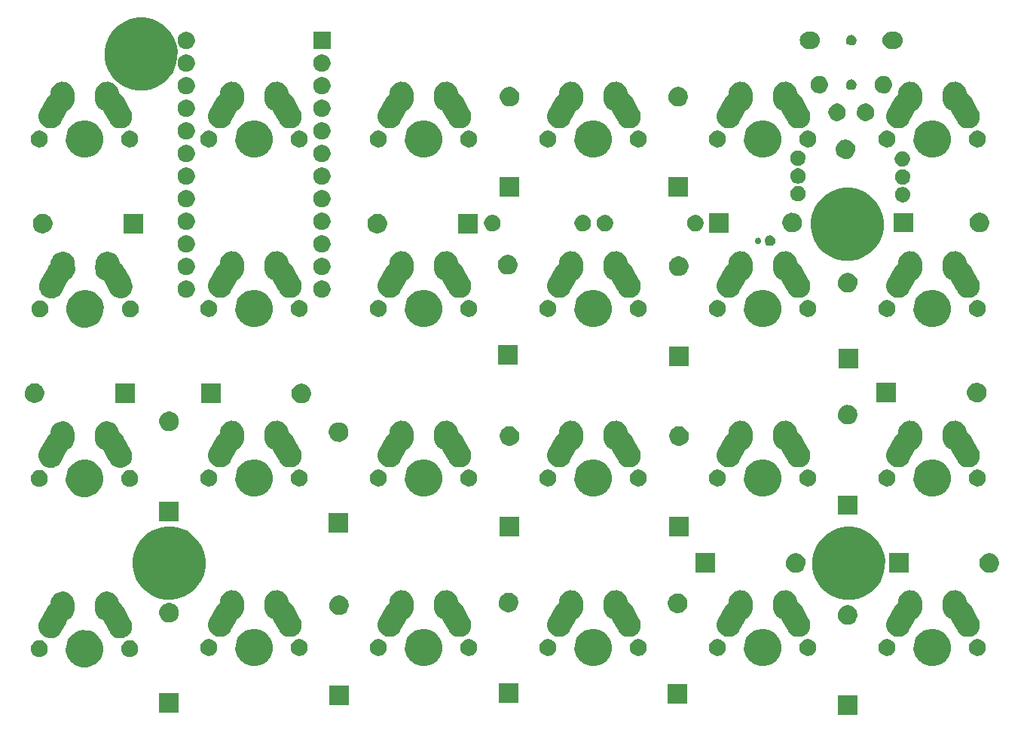
<source format=gbs>
%TF.GenerationSoftware,KiCad,Pcbnew,4.0.6*%
%TF.CreationDate,2017-11-03T07:52:01+09:00*%
%TF.ProjectId,lets_split,6C6574735F73706C69742E6B69636164,rev?*%
%TF.FileFunction,Soldermask,Bot*%
%FSLAX46Y46*%
G04 Gerber Fmt 4.6, Leading zero omitted, Abs format (unit mm)*
G04 Created by KiCad (PCBNEW 4.0.6) date 11/03/17 07:52:01*
%MOMM*%
%LPD*%
G01*
G04 APERTURE LIST*
%ADD10C,0.100000*%
G04 APERTURE END LIST*
D10*
G36*
X132346950Y-111599490D02*
X130147970Y-111599490D01*
X130147970Y-109400510D01*
X132346950Y-109400510D01*
X132346950Y-111599490D01*
X132346950Y-111599490D01*
G37*
G36*
X56096950Y-111349490D02*
X53897970Y-111349490D01*
X53897970Y-109150510D01*
X56096950Y-109150510D01*
X56096950Y-111349490D01*
X56096950Y-111349490D01*
G37*
G36*
X75196950Y-110499490D02*
X72997970Y-110499490D01*
X72997970Y-108300510D01*
X75196950Y-108300510D01*
X75196950Y-110499490D01*
X75196950Y-110499490D01*
G37*
G36*
X113246950Y-110299490D02*
X111047970Y-110299490D01*
X111047970Y-108100510D01*
X113246950Y-108100510D01*
X113246950Y-110299490D01*
X113246950Y-110299490D01*
G37*
G36*
X94246950Y-110199490D02*
X92047970Y-110199490D01*
X92047970Y-108000510D01*
X94246950Y-108000510D01*
X94246950Y-110199490D01*
X94246950Y-110199490D01*
G37*
G36*
X45719931Y-102057488D02*
X46122182Y-102140059D01*
X46500730Y-102299185D01*
X46841163Y-102528810D01*
X47130514Y-102820188D01*
X47357758Y-103162217D01*
X47514235Y-103541862D01*
X47514236Y-103541865D01*
X47514236Y-103541866D01*
X47526780Y-103605220D01*
X47593928Y-103944338D01*
X47593928Y-103944343D01*
X47593995Y-103944682D01*
X47587446Y-104413706D01*
X47587369Y-104414044D01*
X47587369Y-104414052D01*
X47496473Y-104814136D01*
X47329451Y-105189272D01*
X47092748Y-105524821D01*
X46795372Y-105808007D01*
X46448665Y-106028034D01*
X46065817Y-106176532D01*
X45661422Y-106247837D01*
X45250876Y-106239238D01*
X44849812Y-106151058D01*
X44473525Y-105986662D01*
X44136332Y-105752306D01*
X43851077Y-105456917D01*
X43628635Y-105111754D01*
X43477469Y-104729953D01*
X43403340Y-104326058D01*
X43409075Y-103915464D01*
X43494449Y-103513804D01*
X43656218Y-103136372D01*
X43888213Y-102797551D01*
X44181603Y-102510241D01*
X44525208Y-102285393D01*
X44905943Y-102131566D01*
X45309302Y-102054621D01*
X45719931Y-102057488D01*
X45719931Y-102057488D01*
G37*
G36*
X140969931Y-101907488D02*
X141372182Y-101990059D01*
X141750730Y-102149185D01*
X142091163Y-102378810D01*
X142380514Y-102670188D01*
X142607758Y-103012217D01*
X142764235Y-103391862D01*
X142764236Y-103391865D01*
X142764236Y-103391866D01*
X142768573Y-103413768D01*
X142843928Y-103794338D01*
X142843928Y-103794343D01*
X142843995Y-103794682D01*
X142837446Y-104263706D01*
X142837369Y-104264044D01*
X142837369Y-104264052D01*
X142746473Y-104664136D01*
X142579451Y-105039272D01*
X142342748Y-105374821D01*
X142045372Y-105658007D01*
X141698665Y-105878034D01*
X141315817Y-106026532D01*
X140911422Y-106097837D01*
X140500876Y-106089238D01*
X140099812Y-106001058D01*
X139723525Y-105836662D01*
X139386332Y-105602306D01*
X139101077Y-105306917D01*
X138878635Y-104961754D01*
X138727469Y-104579953D01*
X138653340Y-104176058D01*
X138659075Y-103765464D01*
X138744449Y-103363804D01*
X138906218Y-102986372D01*
X139138213Y-102647551D01*
X139431603Y-102360241D01*
X139775208Y-102135393D01*
X140155943Y-101981566D01*
X140559302Y-101904621D01*
X140969931Y-101907488D01*
X140969931Y-101907488D01*
G37*
G36*
X121919931Y-101907488D02*
X122322182Y-101990059D01*
X122700730Y-102149185D01*
X123041163Y-102378810D01*
X123330514Y-102670188D01*
X123557758Y-103012217D01*
X123714235Y-103391862D01*
X123714236Y-103391865D01*
X123714236Y-103391866D01*
X123718573Y-103413768D01*
X123793928Y-103794338D01*
X123793928Y-103794343D01*
X123793995Y-103794682D01*
X123787446Y-104263706D01*
X123787369Y-104264044D01*
X123787369Y-104264052D01*
X123696473Y-104664136D01*
X123529451Y-105039272D01*
X123292748Y-105374821D01*
X122995372Y-105658007D01*
X122648665Y-105878034D01*
X122265817Y-106026532D01*
X121861422Y-106097837D01*
X121450876Y-106089238D01*
X121049812Y-106001058D01*
X120673525Y-105836662D01*
X120336332Y-105602306D01*
X120051077Y-105306917D01*
X119828635Y-104961754D01*
X119677469Y-104579953D01*
X119603340Y-104176058D01*
X119609075Y-103765464D01*
X119694449Y-103363804D01*
X119856218Y-102986372D01*
X120088213Y-102647551D01*
X120381603Y-102360241D01*
X120725208Y-102135393D01*
X121105943Y-101981566D01*
X121509302Y-101904621D01*
X121919931Y-101907488D01*
X121919931Y-101907488D01*
G37*
G36*
X64769931Y-101907488D02*
X65172182Y-101990059D01*
X65550730Y-102149185D01*
X65891163Y-102378810D01*
X66180514Y-102670188D01*
X66407758Y-103012217D01*
X66564235Y-103391862D01*
X66564236Y-103391865D01*
X66564236Y-103391866D01*
X66568573Y-103413768D01*
X66643928Y-103794338D01*
X66643928Y-103794343D01*
X66643995Y-103794682D01*
X66637446Y-104263706D01*
X66637369Y-104264044D01*
X66637369Y-104264052D01*
X66546473Y-104664136D01*
X66379451Y-105039272D01*
X66142748Y-105374821D01*
X65845372Y-105658007D01*
X65498665Y-105878034D01*
X65115817Y-106026532D01*
X64711422Y-106097837D01*
X64300876Y-106089238D01*
X63899812Y-106001058D01*
X63523525Y-105836662D01*
X63186332Y-105602306D01*
X62901077Y-105306917D01*
X62678635Y-104961754D01*
X62527469Y-104579953D01*
X62453340Y-104176058D01*
X62459075Y-103765464D01*
X62544449Y-103363804D01*
X62706218Y-102986372D01*
X62938213Y-102647551D01*
X63231603Y-102360241D01*
X63575208Y-102135393D01*
X63955943Y-101981566D01*
X64359302Y-101904621D01*
X64769931Y-101907488D01*
X64769931Y-101907488D01*
G37*
G36*
X83819931Y-101907488D02*
X84222182Y-101990059D01*
X84600730Y-102149185D01*
X84941163Y-102378810D01*
X85230514Y-102670188D01*
X85457758Y-103012217D01*
X85614235Y-103391862D01*
X85614236Y-103391865D01*
X85614236Y-103391866D01*
X85618573Y-103413768D01*
X85693928Y-103794338D01*
X85693928Y-103794343D01*
X85693995Y-103794682D01*
X85687446Y-104263706D01*
X85687369Y-104264044D01*
X85687369Y-104264052D01*
X85596473Y-104664136D01*
X85429451Y-105039272D01*
X85192748Y-105374821D01*
X84895372Y-105658007D01*
X84548665Y-105878034D01*
X84165817Y-106026532D01*
X83761422Y-106097837D01*
X83350876Y-106089238D01*
X82949812Y-106001058D01*
X82573525Y-105836662D01*
X82236332Y-105602306D01*
X81951077Y-105306917D01*
X81728635Y-104961754D01*
X81577469Y-104579953D01*
X81503340Y-104176058D01*
X81509075Y-103765464D01*
X81594449Y-103363804D01*
X81756218Y-102986372D01*
X81988213Y-102647551D01*
X82281603Y-102360241D01*
X82625208Y-102135393D01*
X83005943Y-101981566D01*
X83409302Y-101904621D01*
X83819931Y-101907488D01*
X83819931Y-101907488D01*
G37*
G36*
X102869931Y-101907488D02*
X103272182Y-101990059D01*
X103650730Y-102149185D01*
X103991163Y-102378810D01*
X104280514Y-102670188D01*
X104507758Y-103012217D01*
X104664235Y-103391862D01*
X104664236Y-103391865D01*
X104664236Y-103391866D01*
X104668573Y-103413768D01*
X104743928Y-103794338D01*
X104743928Y-103794343D01*
X104743995Y-103794682D01*
X104737446Y-104263706D01*
X104737369Y-104264044D01*
X104737369Y-104264052D01*
X104646473Y-104664136D01*
X104479451Y-105039272D01*
X104242748Y-105374821D01*
X103945372Y-105658007D01*
X103598665Y-105878034D01*
X103215817Y-106026532D01*
X102811422Y-106097837D01*
X102400876Y-106089238D01*
X101999812Y-106001058D01*
X101623525Y-105836662D01*
X101286332Y-105602306D01*
X101001077Y-105306917D01*
X100778635Y-104961754D01*
X100627469Y-104579953D01*
X100553340Y-104176058D01*
X100559075Y-103765464D01*
X100644449Y-103363804D01*
X100806218Y-102986372D01*
X101038213Y-102647551D01*
X101331603Y-102360241D01*
X101675208Y-102135393D01*
X102055943Y-101981566D01*
X102459302Y-101904621D01*
X102869931Y-101907488D01*
X102869931Y-101907488D01*
G37*
G36*
X40519877Y-103199727D02*
X40702553Y-103237225D01*
X40874461Y-103309488D01*
X41029063Y-103413768D01*
X41160467Y-103546093D01*
X41263666Y-103701419D01*
X41334725Y-103873824D01*
X41370880Y-104056415D01*
X41370880Y-104056425D01*
X41370946Y-104056759D01*
X41367972Y-104269757D01*
X41367895Y-104270095D01*
X41367895Y-104270103D01*
X41326660Y-104451603D01*
X41250810Y-104621965D01*
X41143316Y-104774347D01*
X41008266Y-104902953D01*
X40850818Y-105002872D01*
X40676955Y-105070311D01*
X40493308Y-105102692D01*
X40306866Y-105098787D01*
X40124728Y-105058741D01*
X39953846Y-104984085D01*
X39800717Y-104877657D01*
X39671173Y-104743510D01*
X39570156Y-104586763D01*
X39501507Y-104413376D01*
X39467842Y-104229952D01*
X39470447Y-104043488D01*
X39509217Y-103861086D01*
X39582682Y-103689680D01*
X39688038Y-103535812D01*
X39821276Y-103405334D01*
X39977317Y-103303225D01*
X40150221Y-103233367D01*
X40333396Y-103198424D01*
X40519877Y-103199727D01*
X40519877Y-103199727D01*
G37*
G36*
X50679877Y-103199727D02*
X50862553Y-103237225D01*
X51034461Y-103309488D01*
X51189063Y-103413768D01*
X51320467Y-103546093D01*
X51423666Y-103701419D01*
X51494725Y-103873824D01*
X51530880Y-104056415D01*
X51530880Y-104056425D01*
X51530946Y-104056759D01*
X51527972Y-104269757D01*
X51527895Y-104270095D01*
X51527895Y-104270103D01*
X51486660Y-104451603D01*
X51410810Y-104621965D01*
X51303316Y-104774347D01*
X51168266Y-104902953D01*
X51010818Y-105002872D01*
X50836955Y-105070311D01*
X50653308Y-105102692D01*
X50466866Y-105098787D01*
X50284728Y-105058741D01*
X50113846Y-104984085D01*
X49960717Y-104877657D01*
X49831173Y-104743510D01*
X49730156Y-104586763D01*
X49661507Y-104413376D01*
X49627842Y-104229952D01*
X49630447Y-104043488D01*
X49669217Y-103861086D01*
X49742682Y-103689680D01*
X49848038Y-103535812D01*
X49981276Y-103405334D01*
X50137317Y-103303225D01*
X50310221Y-103233367D01*
X50493396Y-103198424D01*
X50679877Y-103199727D01*
X50679877Y-103199727D01*
G37*
G36*
X69729877Y-103049727D02*
X69912553Y-103087225D01*
X70084461Y-103159488D01*
X70239063Y-103263768D01*
X70370467Y-103396093D01*
X70473666Y-103551419D01*
X70544725Y-103723824D01*
X70580880Y-103906415D01*
X70580880Y-103906425D01*
X70580946Y-103906759D01*
X70577972Y-104119757D01*
X70577895Y-104120095D01*
X70577895Y-104120103D01*
X70536660Y-104301603D01*
X70460810Y-104471965D01*
X70353316Y-104624347D01*
X70218266Y-104752953D01*
X70060818Y-104852872D01*
X69886955Y-104920311D01*
X69703308Y-104952692D01*
X69516866Y-104948787D01*
X69334728Y-104908741D01*
X69163846Y-104834085D01*
X69010717Y-104727657D01*
X68881173Y-104593510D01*
X68780156Y-104436763D01*
X68711507Y-104263376D01*
X68677842Y-104079952D01*
X68680447Y-103893488D01*
X68719217Y-103711086D01*
X68792682Y-103539680D01*
X68898038Y-103385812D01*
X69031276Y-103255334D01*
X69187317Y-103153225D01*
X69360221Y-103083367D01*
X69543396Y-103048424D01*
X69729877Y-103049727D01*
X69729877Y-103049727D01*
G37*
G36*
X145929877Y-103049727D02*
X146112553Y-103087225D01*
X146284461Y-103159488D01*
X146439063Y-103263768D01*
X146570467Y-103396093D01*
X146673666Y-103551419D01*
X146744725Y-103723824D01*
X146780880Y-103906415D01*
X146780880Y-103906425D01*
X146780946Y-103906759D01*
X146777972Y-104119757D01*
X146777895Y-104120095D01*
X146777895Y-104120103D01*
X146736660Y-104301603D01*
X146660810Y-104471965D01*
X146553316Y-104624347D01*
X146418266Y-104752953D01*
X146260818Y-104852872D01*
X146086955Y-104920311D01*
X145903308Y-104952692D01*
X145716866Y-104948787D01*
X145534728Y-104908741D01*
X145363846Y-104834085D01*
X145210717Y-104727657D01*
X145081173Y-104593510D01*
X144980156Y-104436763D01*
X144911507Y-104263376D01*
X144877842Y-104079952D01*
X144880447Y-103893488D01*
X144919217Y-103711086D01*
X144992682Y-103539680D01*
X145098038Y-103385812D01*
X145231276Y-103255334D01*
X145387317Y-103153225D01*
X145560221Y-103083367D01*
X145743396Y-103048424D01*
X145929877Y-103049727D01*
X145929877Y-103049727D01*
G37*
G36*
X126879877Y-103049727D02*
X127062553Y-103087225D01*
X127234461Y-103159488D01*
X127389063Y-103263768D01*
X127520467Y-103396093D01*
X127623666Y-103551419D01*
X127694725Y-103723824D01*
X127730880Y-103906415D01*
X127730880Y-103906425D01*
X127730946Y-103906759D01*
X127727972Y-104119757D01*
X127727895Y-104120095D01*
X127727895Y-104120103D01*
X127686660Y-104301603D01*
X127610810Y-104471965D01*
X127503316Y-104624347D01*
X127368266Y-104752953D01*
X127210818Y-104852872D01*
X127036955Y-104920311D01*
X126853308Y-104952692D01*
X126666866Y-104948787D01*
X126484728Y-104908741D01*
X126313846Y-104834085D01*
X126160717Y-104727657D01*
X126031173Y-104593510D01*
X125930156Y-104436763D01*
X125861507Y-104263376D01*
X125827842Y-104079952D01*
X125830447Y-103893488D01*
X125869217Y-103711086D01*
X125942682Y-103539680D01*
X126048038Y-103385812D01*
X126181276Y-103255334D01*
X126337317Y-103153225D01*
X126510221Y-103083367D01*
X126693396Y-103048424D01*
X126879877Y-103049727D01*
X126879877Y-103049727D01*
G37*
G36*
X116719877Y-103049727D02*
X116902553Y-103087225D01*
X117074461Y-103159488D01*
X117229063Y-103263768D01*
X117360467Y-103396093D01*
X117463666Y-103551419D01*
X117534725Y-103723824D01*
X117570880Y-103906415D01*
X117570880Y-103906425D01*
X117570946Y-103906759D01*
X117567972Y-104119757D01*
X117567895Y-104120095D01*
X117567895Y-104120103D01*
X117526660Y-104301603D01*
X117450810Y-104471965D01*
X117343316Y-104624347D01*
X117208266Y-104752953D01*
X117050818Y-104852872D01*
X116876955Y-104920311D01*
X116693308Y-104952692D01*
X116506866Y-104948787D01*
X116324728Y-104908741D01*
X116153846Y-104834085D01*
X116000717Y-104727657D01*
X115871173Y-104593510D01*
X115770156Y-104436763D01*
X115701507Y-104263376D01*
X115667842Y-104079952D01*
X115670447Y-103893488D01*
X115709217Y-103711086D01*
X115782682Y-103539680D01*
X115888038Y-103385812D01*
X116021276Y-103255334D01*
X116177317Y-103153225D01*
X116350221Y-103083367D01*
X116533396Y-103048424D01*
X116719877Y-103049727D01*
X116719877Y-103049727D01*
G37*
G36*
X107829877Y-103049727D02*
X108012553Y-103087225D01*
X108184461Y-103159488D01*
X108339063Y-103263768D01*
X108470467Y-103396093D01*
X108573666Y-103551419D01*
X108644725Y-103723824D01*
X108680880Y-103906415D01*
X108680880Y-103906425D01*
X108680946Y-103906759D01*
X108677972Y-104119757D01*
X108677895Y-104120095D01*
X108677895Y-104120103D01*
X108636660Y-104301603D01*
X108560810Y-104471965D01*
X108453316Y-104624347D01*
X108318266Y-104752953D01*
X108160818Y-104852872D01*
X107986955Y-104920311D01*
X107803308Y-104952692D01*
X107616866Y-104948787D01*
X107434728Y-104908741D01*
X107263846Y-104834085D01*
X107110717Y-104727657D01*
X106981173Y-104593510D01*
X106880156Y-104436763D01*
X106811507Y-104263376D01*
X106777842Y-104079952D01*
X106780447Y-103893488D01*
X106819217Y-103711086D01*
X106892682Y-103539680D01*
X106998038Y-103385812D01*
X107131276Y-103255334D01*
X107287317Y-103153225D01*
X107460221Y-103083367D01*
X107643396Y-103048424D01*
X107829877Y-103049727D01*
X107829877Y-103049727D01*
G37*
G36*
X97669877Y-103049727D02*
X97852553Y-103087225D01*
X98024461Y-103159488D01*
X98179063Y-103263768D01*
X98310467Y-103396093D01*
X98413666Y-103551419D01*
X98484725Y-103723824D01*
X98520880Y-103906415D01*
X98520880Y-103906425D01*
X98520946Y-103906759D01*
X98517972Y-104119757D01*
X98517895Y-104120095D01*
X98517895Y-104120103D01*
X98476660Y-104301603D01*
X98400810Y-104471965D01*
X98293316Y-104624347D01*
X98158266Y-104752953D01*
X98000818Y-104852872D01*
X97826955Y-104920311D01*
X97643308Y-104952692D01*
X97456866Y-104948787D01*
X97274728Y-104908741D01*
X97103846Y-104834085D01*
X96950717Y-104727657D01*
X96821173Y-104593510D01*
X96720156Y-104436763D01*
X96651507Y-104263376D01*
X96617842Y-104079952D01*
X96620447Y-103893488D01*
X96659217Y-103711086D01*
X96732682Y-103539680D01*
X96838038Y-103385812D01*
X96971276Y-103255334D01*
X97127317Y-103153225D01*
X97300221Y-103083367D01*
X97483396Y-103048424D01*
X97669877Y-103049727D01*
X97669877Y-103049727D01*
G37*
G36*
X88779877Y-103049727D02*
X88962553Y-103087225D01*
X89134461Y-103159488D01*
X89289063Y-103263768D01*
X89420467Y-103396093D01*
X89523666Y-103551419D01*
X89594725Y-103723824D01*
X89630880Y-103906415D01*
X89630880Y-103906425D01*
X89630946Y-103906759D01*
X89627972Y-104119757D01*
X89627895Y-104120095D01*
X89627895Y-104120103D01*
X89586660Y-104301603D01*
X89510810Y-104471965D01*
X89403316Y-104624347D01*
X89268266Y-104752953D01*
X89110818Y-104852872D01*
X88936955Y-104920311D01*
X88753308Y-104952692D01*
X88566866Y-104948787D01*
X88384728Y-104908741D01*
X88213846Y-104834085D01*
X88060717Y-104727657D01*
X87931173Y-104593510D01*
X87830156Y-104436763D01*
X87761507Y-104263376D01*
X87727842Y-104079952D01*
X87730447Y-103893488D01*
X87769217Y-103711086D01*
X87842682Y-103539680D01*
X87948038Y-103385812D01*
X88081276Y-103255334D01*
X88237317Y-103153225D01*
X88410221Y-103083367D01*
X88593396Y-103048424D01*
X88779877Y-103049727D01*
X88779877Y-103049727D01*
G37*
G36*
X78619877Y-103049727D02*
X78802553Y-103087225D01*
X78974461Y-103159488D01*
X79129063Y-103263768D01*
X79260467Y-103396093D01*
X79363666Y-103551419D01*
X79434725Y-103723824D01*
X79470880Y-103906415D01*
X79470880Y-103906425D01*
X79470946Y-103906759D01*
X79467972Y-104119757D01*
X79467895Y-104120095D01*
X79467895Y-104120103D01*
X79426660Y-104301603D01*
X79350810Y-104471965D01*
X79243316Y-104624347D01*
X79108266Y-104752953D01*
X78950818Y-104852872D01*
X78776955Y-104920311D01*
X78593308Y-104952692D01*
X78406866Y-104948787D01*
X78224728Y-104908741D01*
X78053846Y-104834085D01*
X77900717Y-104727657D01*
X77771173Y-104593510D01*
X77670156Y-104436763D01*
X77601507Y-104263376D01*
X77567842Y-104079952D01*
X77570447Y-103893488D01*
X77609217Y-103711086D01*
X77682682Y-103539680D01*
X77788038Y-103385812D01*
X77921276Y-103255334D01*
X78077317Y-103153225D01*
X78250221Y-103083367D01*
X78433396Y-103048424D01*
X78619877Y-103049727D01*
X78619877Y-103049727D01*
G37*
G36*
X59569877Y-103049727D02*
X59752553Y-103087225D01*
X59924461Y-103159488D01*
X60079063Y-103263768D01*
X60210467Y-103396093D01*
X60313666Y-103551419D01*
X60384725Y-103723824D01*
X60420880Y-103906415D01*
X60420880Y-103906425D01*
X60420946Y-103906759D01*
X60417972Y-104119757D01*
X60417895Y-104120095D01*
X60417895Y-104120103D01*
X60376660Y-104301603D01*
X60300810Y-104471965D01*
X60193316Y-104624347D01*
X60058266Y-104752953D01*
X59900818Y-104852872D01*
X59726955Y-104920311D01*
X59543308Y-104952692D01*
X59356866Y-104948787D01*
X59174728Y-104908741D01*
X59003846Y-104834085D01*
X58850717Y-104727657D01*
X58721173Y-104593510D01*
X58620156Y-104436763D01*
X58551507Y-104263376D01*
X58517842Y-104079952D01*
X58520447Y-103893488D01*
X58559217Y-103711086D01*
X58632682Y-103539680D01*
X58738038Y-103385812D01*
X58871276Y-103255334D01*
X59027317Y-103153225D01*
X59200221Y-103083367D01*
X59383396Y-103048424D01*
X59569877Y-103049727D01*
X59569877Y-103049727D01*
G37*
G36*
X135769877Y-103049727D02*
X135952553Y-103087225D01*
X136124461Y-103159488D01*
X136279063Y-103263768D01*
X136410467Y-103396093D01*
X136513666Y-103551419D01*
X136584725Y-103723824D01*
X136620880Y-103906415D01*
X136620880Y-103906425D01*
X136620946Y-103906759D01*
X136617972Y-104119757D01*
X136617895Y-104120095D01*
X136617895Y-104120103D01*
X136576660Y-104301603D01*
X136500810Y-104471965D01*
X136393316Y-104624347D01*
X136258266Y-104752953D01*
X136100818Y-104852872D01*
X135926955Y-104920311D01*
X135743308Y-104952692D01*
X135556866Y-104948787D01*
X135374728Y-104908741D01*
X135203846Y-104834085D01*
X135050717Y-104727657D01*
X134921173Y-104593510D01*
X134820156Y-104436763D01*
X134751507Y-104263376D01*
X134717842Y-104079952D01*
X134720447Y-103893488D01*
X134759217Y-103711086D01*
X134832682Y-103539680D01*
X134938038Y-103385812D01*
X135071276Y-103255334D01*
X135227317Y-103153225D01*
X135400221Y-103083367D01*
X135583396Y-103048424D01*
X135769877Y-103049727D01*
X135769877Y-103049727D01*
G37*
G36*
X43180565Y-97724923D02*
X43180575Y-97724925D01*
X43180618Y-97724927D01*
X43437025Y-97785540D01*
X43676776Y-97894801D01*
X43890738Y-98048549D01*
X44070764Y-98240927D01*
X44209993Y-98464609D01*
X44303124Y-98711075D01*
X44346610Y-98970935D01*
X44358194Y-99140863D01*
X44387138Y-99565412D01*
X44388166Y-99582220D01*
X44388165Y-99582233D01*
X44388288Y-99584239D01*
X44376796Y-99847463D01*
X44314395Y-100103441D01*
X44203463Y-100342422D01*
X44048226Y-100555306D01*
X43854594Y-100733984D01*
X43662224Y-100851868D01*
X43651508Y-100860729D01*
X43644768Y-100870114D01*
X43355587Y-101390737D01*
X42864500Y-102274860D01*
X42856312Y-102289362D01*
X42856302Y-102289376D01*
X42855310Y-102291133D01*
X42702497Y-102505765D01*
X42510906Y-102686628D01*
X42287834Y-102826831D01*
X42041778Y-102921037D01*
X41782109Y-102965656D01*
X41518720Y-102958989D01*
X41261642Y-102901290D01*
X41261608Y-102901275D01*
X41261599Y-102901273D01*
X41020668Y-102794759D01*
X40805014Y-102643475D01*
X40805010Y-102643471D01*
X40804973Y-102643445D01*
X40622778Y-102453121D01*
X40481020Y-102231033D01*
X40385099Y-101985640D01*
X40338667Y-101726290D01*
X40343496Y-101462860D01*
X40399400Y-101205385D01*
X40504248Y-100963673D01*
X40738895Y-100541228D01*
X41325500Y-99485140D01*
X41333688Y-99470638D01*
X41333698Y-99470624D01*
X41334690Y-99468867D01*
X41487503Y-99254236D01*
X41639574Y-99110680D01*
X41647610Y-99100599D01*
X41652968Y-99087590D01*
X41654171Y-99079443D01*
X41663204Y-98872538D01*
X41725605Y-98616560D01*
X41836537Y-98377578D01*
X41991774Y-98164694D01*
X42185406Y-97986016D01*
X42410054Y-97848352D01*
X42657163Y-97756943D01*
X42657194Y-97756938D01*
X42657202Y-97756935D01*
X42917321Y-97715270D01*
X43180565Y-97724923D01*
X43180565Y-97724923D01*
G37*
G36*
X48400986Y-97761843D02*
X48400993Y-97761846D01*
X48401035Y-97761853D01*
X48646844Y-97856703D01*
X48869548Y-97997491D01*
X49060665Y-98178854D01*
X49212917Y-98393885D01*
X49320501Y-98634393D01*
X49379321Y-98891217D01*
X49381557Y-98966553D01*
X49383690Y-98978916D01*
X49389850Y-98991566D01*
X49403593Y-99005059D01*
X49527297Y-99085394D01*
X49716184Y-99269079D01*
X49865796Y-99485954D01*
X49943563Y-99626250D01*
X50685692Y-100965085D01*
X50693732Y-100979833D01*
X50693735Y-100979840D01*
X50694701Y-100981612D01*
X50795953Y-101224853D01*
X50848031Y-101483129D01*
X50848949Y-101746601D01*
X50798677Y-102005234D01*
X50699125Y-102249177D01*
X50554088Y-102469137D01*
X50369089Y-102656738D01*
X50369061Y-102656757D01*
X50369053Y-102656765D01*
X50151178Y-102804832D01*
X49908691Y-102907762D01*
X49908681Y-102907764D01*
X49908646Y-102907779D01*
X49650740Y-102961658D01*
X49387281Y-102964417D01*
X49128303Y-102915950D01*
X48883671Y-102818105D01*
X48662703Y-102674606D01*
X48473816Y-102490921D01*
X48324204Y-102274047D01*
X48092130Y-101855373D01*
X47591563Y-100952327D01*
X47583078Y-100941103D01*
X47565862Y-100929939D01*
X47393156Y-100863296D01*
X47170452Y-100722509D01*
X46979335Y-100541145D01*
X46827083Y-100326115D01*
X46719499Y-100085607D01*
X46660679Y-99828782D01*
X46652862Y-99565425D01*
X46653011Y-99563234D01*
X46653011Y-99563223D01*
X46689050Y-99034598D01*
X46693390Y-98970935D01*
X46693392Y-98970909D01*
X46693397Y-98970835D01*
X46694650Y-98954159D01*
X46694653Y-98954140D01*
X46694804Y-98952138D01*
X46741913Y-98692910D01*
X46838476Y-98447769D01*
X46980816Y-98226054D01*
X47163508Y-98036207D01*
X47379598Y-97885461D01*
X47620850Y-97779559D01*
X47878078Y-97722532D01*
X47878119Y-97722531D01*
X47878128Y-97722529D01*
X48141487Y-97716552D01*
X48400986Y-97761843D01*
X48400986Y-97761843D01*
G37*
G36*
X100330565Y-97574923D02*
X100330575Y-97574925D01*
X100330618Y-97574927D01*
X100587025Y-97635540D01*
X100826776Y-97744801D01*
X101040738Y-97898549D01*
X101220764Y-98090927D01*
X101359993Y-98314609D01*
X101453124Y-98561075D01*
X101496610Y-98820935D01*
X101508220Y-98991240D01*
X101537138Y-99415412D01*
X101538166Y-99432220D01*
X101538165Y-99432233D01*
X101538288Y-99434239D01*
X101526796Y-99697463D01*
X101464395Y-99953441D01*
X101353463Y-100192422D01*
X101198226Y-100405306D01*
X101004594Y-100583984D01*
X100812224Y-100701868D01*
X100801508Y-100710729D01*
X100794768Y-100720114D01*
X100514256Y-101225130D01*
X100014500Y-102124860D01*
X100006312Y-102139362D01*
X100006302Y-102139376D01*
X100005310Y-102141133D01*
X99852497Y-102355765D01*
X99660906Y-102536628D01*
X99437834Y-102676831D01*
X99191778Y-102771037D01*
X98932109Y-102815656D01*
X98668720Y-102808989D01*
X98411642Y-102751290D01*
X98411608Y-102751275D01*
X98411599Y-102751273D01*
X98170668Y-102644759D01*
X97955014Y-102493475D01*
X97955010Y-102493471D01*
X97954973Y-102493445D01*
X97772778Y-102303121D01*
X97631020Y-102081033D01*
X97535099Y-101835640D01*
X97488667Y-101576290D01*
X97493496Y-101312860D01*
X97549400Y-101055385D01*
X97654248Y-100813673D01*
X97888895Y-100391228D01*
X98475500Y-99335140D01*
X98483688Y-99320638D01*
X98483698Y-99320624D01*
X98484690Y-99318867D01*
X98637503Y-99104236D01*
X98789574Y-98960680D01*
X98797610Y-98950599D01*
X98802968Y-98937590D01*
X98804171Y-98929443D01*
X98813204Y-98722538D01*
X98875605Y-98466560D01*
X98986537Y-98227578D01*
X99141774Y-98014694D01*
X99335406Y-97836016D01*
X99560054Y-97698352D01*
X99807163Y-97606943D01*
X99807194Y-97606938D01*
X99807202Y-97606935D01*
X100067321Y-97565270D01*
X100330565Y-97574923D01*
X100330565Y-97574923D01*
G37*
G36*
X119380565Y-97574923D02*
X119380575Y-97574925D01*
X119380618Y-97574927D01*
X119637025Y-97635540D01*
X119876776Y-97744801D01*
X120090738Y-97898549D01*
X120270764Y-98090927D01*
X120409993Y-98314609D01*
X120503124Y-98561075D01*
X120546610Y-98820935D01*
X120558220Y-98991240D01*
X120587138Y-99415412D01*
X120588166Y-99432220D01*
X120588165Y-99432233D01*
X120588288Y-99434239D01*
X120576796Y-99697463D01*
X120514395Y-99953441D01*
X120403463Y-100192422D01*
X120248226Y-100405306D01*
X120054594Y-100583984D01*
X119862224Y-100701868D01*
X119851508Y-100710729D01*
X119844768Y-100720114D01*
X119564256Y-101225130D01*
X119064500Y-102124860D01*
X119056312Y-102139362D01*
X119056302Y-102139376D01*
X119055310Y-102141133D01*
X118902497Y-102355765D01*
X118710906Y-102536628D01*
X118487834Y-102676831D01*
X118241778Y-102771037D01*
X117982109Y-102815656D01*
X117718720Y-102808989D01*
X117461642Y-102751290D01*
X117461608Y-102751275D01*
X117461599Y-102751273D01*
X117220668Y-102644759D01*
X117005014Y-102493475D01*
X117005010Y-102493471D01*
X117004973Y-102493445D01*
X116822778Y-102303121D01*
X116681020Y-102081033D01*
X116585099Y-101835640D01*
X116538667Y-101576290D01*
X116543496Y-101312860D01*
X116599400Y-101055385D01*
X116704248Y-100813673D01*
X116938895Y-100391228D01*
X117525500Y-99335140D01*
X117533688Y-99320638D01*
X117533698Y-99320624D01*
X117534690Y-99318867D01*
X117687503Y-99104236D01*
X117839574Y-98960680D01*
X117847610Y-98950599D01*
X117852968Y-98937590D01*
X117854171Y-98929443D01*
X117863204Y-98722538D01*
X117925605Y-98466560D01*
X118036537Y-98227578D01*
X118191774Y-98014694D01*
X118385406Y-97836016D01*
X118610054Y-97698352D01*
X118857163Y-97606943D01*
X118857194Y-97606938D01*
X118857202Y-97606935D01*
X119117321Y-97565270D01*
X119380565Y-97574923D01*
X119380565Y-97574923D01*
G37*
G36*
X62230565Y-97574923D02*
X62230575Y-97574925D01*
X62230618Y-97574927D01*
X62487025Y-97635540D01*
X62726776Y-97744801D01*
X62940738Y-97898549D01*
X63120764Y-98090927D01*
X63259993Y-98314609D01*
X63353124Y-98561075D01*
X63396610Y-98820935D01*
X63408220Y-98991240D01*
X63437138Y-99415412D01*
X63438166Y-99432220D01*
X63438165Y-99432233D01*
X63438288Y-99434239D01*
X63426796Y-99697463D01*
X63364395Y-99953441D01*
X63253463Y-100192422D01*
X63098226Y-100405306D01*
X62904594Y-100583984D01*
X62712224Y-100701868D01*
X62701508Y-100710729D01*
X62694768Y-100720114D01*
X62414256Y-101225130D01*
X61914500Y-102124860D01*
X61906312Y-102139362D01*
X61906302Y-102139376D01*
X61905310Y-102141133D01*
X61752497Y-102355765D01*
X61560906Y-102536628D01*
X61337834Y-102676831D01*
X61091778Y-102771037D01*
X60832109Y-102815656D01*
X60568720Y-102808989D01*
X60311642Y-102751290D01*
X60311608Y-102751275D01*
X60311599Y-102751273D01*
X60070668Y-102644759D01*
X59855014Y-102493475D01*
X59855010Y-102493471D01*
X59854973Y-102493445D01*
X59672778Y-102303121D01*
X59531020Y-102081033D01*
X59435099Y-101835640D01*
X59388667Y-101576290D01*
X59393496Y-101312860D01*
X59449400Y-101055385D01*
X59554248Y-100813673D01*
X59788895Y-100391228D01*
X60375500Y-99335140D01*
X60383688Y-99320638D01*
X60383698Y-99320624D01*
X60384690Y-99318867D01*
X60537503Y-99104236D01*
X60689574Y-98960680D01*
X60697610Y-98950599D01*
X60702968Y-98937590D01*
X60704171Y-98929443D01*
X60713204Y-98722538D01*
X60775605Y-98466560D01*
X60886537Y-98227578D01*
X61041774Y-98014694D01*
X61235406Y-97836016D01*
X61460054Y-97698352D01*
X61707163Y-97606943D01*
X61707194Y-97606938D01*
X61707202Y-97606935D01*
X61967321Y-97565270D01*
X62230565Y-97574923D01*
X62230565Y-97574923D01*
G37*
G36*
X138430565Y-97574923D02*
X138430575Y-97574925D01*
X138430618Y-97574927D01*
X138687025Y-97635540D01*
X138926776Y-97744801D01*
X139140738Y-97898549D01*
X139320764Y-98090927D01*
X139459993Y-98314609D01*
X139553124Y-98561075D01*
X139596610Y-98820935D01*
X139608220Y-98991240D01*
X139637138Y-99415412D01*
X139638166Y-99432220D01*
X139638165Y-99432233D01*
X139638288Y-99434239D01*
X139626796Y-99697463D01*
X139564395Y-99953441D01*
X139453463Y-100192422D01*
X139298226Y-100405306D01*
X139104594Y-100583984D01*
X138912224Y-100701868D01*
X138901508Y-100710729D01*
X138894768Y-100720114D01*
X138614256Y-101225130D01*
X138114500Y-102124860D01*
X138106312Y-102139362D01*
X138106302Y-102139376D01*
X138105310Y-102141133D01*
X137952497Y-102355765D01*
X137760906Y-102536628D01*
X137537834Y-102676831D01*
X137291778Y-102771037D01*
X137032109Y-102815656D01*
X136768720Y-102808989D01*
X136511642Y-102751290D01*
X136511608Y-102751275D01*
X136511599Y-102751273D01*
X136270668Y-102644759D01*
X136055014Y-102493475D01*
X136055010Y-102493471D01*
X136054973Y-102493445D01*
X135872778Y-102303121D01*
X135731020Y-102081033D01*
X135635099Y-101835640D01*
X135588667Y-101576290D01*
X135593496Y-101312860D01*
X135649400Y-101055385D01*
X135754248Y-100813673D01*
X135988895Y-100391228D01*
X136575500Y-99335140D01*
X136583688Y-99320638D01*
X136583698Y-99320624D01*
X136584690Y-99318867D01*
X136737503Y-99104236D01*
X136889574Y-98960680D01*
X136897610Y-98950599D01*
X136902968Y-98937590D01*
X136904171Y-98929443D01*
X136913204Y-98722538D01*
X136975605Y-98466560D01*
X137086537Y-98227578D01*
X137241774Y-98014694D01*
X137435406Y-97836016D01*
X137660054Y-97698352D01*
X137907163Y-97606943D01*
X137907194Y-97606938D01*
X137907202Y-97606935D01*
X138167321Y-97565270D01*
X138430565Y-97574923D01*
X138430565Y-97574923D01*
G37*
G36*
X81280565Y-97574923D02*
X81280575Y-97574925D01*
X81280618Y-97574927D01*
X81537025Y-97635540D01*
X81776776Y-97744801D01*
X81990738Y-97898549D01*
X82170764Y-98090927D01*
X82309993Y-98314609D01*
X82403124Y-98561075D01*
X82446610Y-98820935D01*
X82458220Y-98991240D01*
X82487138Y-99415412D01*
X82488166Y-99432220D01*
X82488165Y-99432233D01*
X82488288Y-99434239D01*
X82476796Y-99697463D01*
X82414395Y-99953441D01*
X82303463Y-100192422D01*
X82148226Y-100405306D01*
X81954594Y-100583984D01*
X81762224Y-100701868D01*
X81751508Y-100710729D01*
X81744768Y-100720114D01*
X81464256Y-101225130D01*
X80964500Y-102124860D01*
X80956312Y-102139362D01*
X80956302Y-102139376D01*
X80955310Y-102141133D01*
X80802497Y-102355765D01*
X80610906Y-102536628D01*
X80387834Y-102676831D01*
X80141778Y-102771037D01*
X79882109Y-102815656D01*
X79618720Y-102808989D01*
X79361642Y-102751290D01*
X79361608Y-102751275D01*
X79361599Y-102751273D01*
X79120668Y-102644759D01*
X78905014Y-102493475D01*
X78905010Y-102493471D01*
X78904973Y-102493445D01*
X78722778Y-102303121D01*
X78581020Y-102081033D01*
X78485099Y-101835640D01*
X78438667Y-101576290D01*
X78443496Y-101312860D01*
X78499400Y-101055385D01*
X78604248Y-100813673D01*
X78838895Y-100391228D01*
X79425500Y-99335140D01*
X79433688Y-99320638D01*
X79433698Y-99320624D01*
X79434690Y-99318867D01*
X79587503Y-99104236D01*
X79739574Y-98960680D01*
X79747610Y-98950599D01*
X79752968Y-98937590D01*
X79754171Y-98929443D01*
X79763204Y-98722538D01*
X79825605Y-98466560D01*
X79936537Y-98227578D01*
X80091774Y-98014694D01*
X80285406Y-97836016D01*
X80510054Y-97698352D01*
X80757163Y-97606943D01*
X80757194Y-97606938D01*
X80757202Y-97606935D01*
X81017321Y-97565270D01*
X81280565Y-97574923D01*
X81280565Y-97574923D01*
G37*
G36*
X86500986Y-97611843D02*
X86500993Y-97611846D01*
X86501035Y-97611853D01*
X86746844Y-97706703D01*
X86969548Y-97847491D01*
X87160665Y-98028854D01*
X87312917Y-98243885D01*
X87420501Y-98484393D01*
X87479321Y-98741217D01*
X87481557Y-98816553D01*
X87483690Y-98828916D01*
X87489850Y-98841566D01*
X87503593Y-98855059D01*
X87627297Y-98935394D01*
X87816184Y-99119079D01*
X87965796Y-99335954D01*
X88050479Y-99488727D01*
X88785692Y-100815085D01*
X88793732Y-100829833D01*
X88793735Y-100829840D01*
X88794701Y-100831612D01*
X88895953Y-101074853D01*
X88948031Y-101333129D01*
X88948949Y-101596601D01*
X88898677Y-101855234D01*
X88799125Y-102099177D01*
X88654088Y-102319137D01*
X88469089Y-102506738D01*
X88469061Y-102506757D01*
X88469053Y-102506765D01*
X88251178Y-102654832D01*
X88008691Y-102757762D01*
X88008681Y-102757764D01*
X88008646Y-102757779D01*
X87750740Y-102811658D01*
X87487281Y-102814417D01*
X87228303Y-102765950D01*
X86983671Y-102668105D01*
X86762703Y-102524606D01*
X86573816Y-102340921D01*
X86424204Y-102124047D01*
X86131836Y-101596601D01*
X85691563Y-100802327D01*
X85683078Y-100791103D01*
X85665862Y-100779939D01*
X85493156Y-100713296D01*
X85270452Y-100572509D01*
X85079335Y-100391145D01*
X84927083Y-100176115D01*
X84819499Y-99935607D01*
X84760679Y-99678782D01*
X84752862Y-99415425D01*
X84753011Y-99413234D01*
X84753011Y-99413223D01*
X84790815Y-98858710D01*
X84793390Y-98820935D01*
X84793392Y-98820909D01*
X84793397Y-98820835D01*
X84794650Y-98804159D01*
X84794653Y-98804140D01*
X84794804Y-98802138D01*
X84841913Y-98542910D01*
X84938476Y-98297769D01*
X85080816Y-98076054D01*
X85263508Y-97886207D01*
X85479598Y-97735461D01*
X85720850Y-97629559D01*
X85978078Y-97572532D01*
X85978119Y-97572531D01*
X85978128Y-97572529D01*
X86241487Y-97566552D01*
X86500986Y-97611843D01*
X86500986Y-97611843D01*
G37*
G36*
X67450986Y-97611843D02*
X67450993Y-97611846D01*
X67451035Y-97611853D01*
X67696844Y-97706703D01*
X67919548Y-97847491D01*
X68110665Y-98028854D01*
X68262917Y-98243885D01*
X68370501Y-98484393D01*
X68429321Y-98741217D01*
X68431557Y-98816553D01*
X68433690Y-98828916D01*
X68439850Y-98841566D01*
X68453593Y-98855059D01*
X68577297Y-98935394D01*
X68766184Y-99119079D01*
X68915796Y-99335954D01*
X69000479Y-99488727D01*
X69735692Y-100815085D01*
X69743732Y-100829833D01*
X69743735Y-100829840D01*
X69744701Y-100831612D01*
X69845953Y-101074853D01*
X69898031Y-101333129D01*
X69898949Y-101596601D01*
X69848677Y-101855234D01*
X69749125Y-102099177D01*
X69604088Y-102319137D01*
X69419089Y-102506738D01*
X69419061Y-102506757D01*
X69419053Y-102506765D01*
X69201178Y-102654832D01*
X68958691Y-102757762D01*
X68958681Y-102757764D01*
X68958646Y-102757779D01*
X68700740Y-102811658D01*
X68437281Y-102814417D01*
X68178303Y-102765950D01*
X67933671Y-102668105D01*
X67712703Y-102524606D01*
X67523816Y-102340921D01*
X67374204Y-102124047D01*
X67081836Y-101596601D01*
X66641563Y-100802327D01*
X66633078Y-100791103D01*
X66615862Y-100779939D01*
X66443156Y-100713296D01*
X66220452Y-100572509D01*
X66029335Y-100391145D01*
X65877083Y-100176115D01*
X65769499Y-99935607D01*
X65710679Y-99678782D01*
X65702862Y-99415425D01*
X65703011Y-99413234D01*
X65703011Y-99413223D01*
X65740815Y-98858710D01*
X65743390Y-98820935D01*
X65743392Y-98820909D01*
X65743397Y-98820835D01*
X65744650Y-98804159D01*
X65744653Y-98804140D01*
X65744804Y-98802138D01*
X65791913Y-98542910D01*
X65888476Y-98297769D01*
X66030816Y-98076054D01*
X66213508Y-97886207D01*
X66429598Y-97735461D01*
X66670850Y-97629559D01*
X66928078Y-97572532D01*
X66928119Y-97572531D01*
X66928128Y-97572529D01*
X67191487Y-97566552D01*
X67450986Y-97611843D01*
X67450986Y-97611843D01*
G37*
G36*
X143650986Y-97611843D02*
X143650993Y-97611846D01*
X143651035Y-97611853D01*
X143896844Y-97706703D01*
X144119548Y-97847491D01*
X144310665Y-98028854D01*
X144462917Y-98243885D01*
X144570501Y-98484393D01*
X144629321Y-98741217D01*
X144631557Y-98816553D01*
X144633690Y-98828916D01*
X144639850Y-98841566D01*
X144653593Y-98855059D01*
X144777297Y-98935394D01*
X144966184Y-99119079D01*
X145115796Y-99335954D01*
X145200479Y-99488727D01*
X145935692Y-100815085D01*
X145943732Y-100829833D01*
X145943735Y-100829840D01*
X145944701Y-100831612D01*
X146045953Y-101074853D01*
X146098031Y-101333129D01*
X146098949Y-101596601D01*
X146048677Y-101855234D01*
X145949125Y-102099177D01*
X145804088Y-102319137D01*
X145619089Y-102506738D01*
X145619061Y-102506757D01*
X145619053Y-102506765D01*
X145401178Y-102654832D01*
X145158691Y-102757762D01*
X145158681Y-102757764D01*
X145158646Y-102757779D01*
X144900740Y-102811658D01*
X144637281Y-102814417D01*
X144378303Y-102765950D01*
X144133671Y-102668105D01*
X143912703Y-102524606D01*
X143723816Y-102340921D01*
X143574204Y-102124047D01*
X143281836Y-101596601D01*
X142841563Y-100802327D01*
X142833078Y-100791103D01*
X142815862Y-100779939D01*
X142643156Y-100713296D01*
X142420452Y-100572509D01*
X142229335Y-100391145D01*
X142077083Y-100176115D01*
X141969499Y-99935607D01*
X141910679Y-99678782D01*
X141902862Y-99415425D01*
X141903011Y-99413234D01*
X141903011Y-99413223D01*
X141940815Y-98858710D01*
X141943390Y-98820935D01*
X141943392Y-98820909D01*
X141943397Y-98820835D01*
X141944650Y-98804159D01*
X141944653Y-98804140D01*
X141944804Y-98802138D01*
X141991913Y-98542910D01*
X142088476Y-98297769D01*
X142230816Y-98076054D01*
X142413508Y-97886207D01*
X142629598Y-97735461D01*
X142870850Y-97629559D01*
X143128078Y-97572532D01*
X143128119Y-97572531D01*
X143128128Y-97572529D01*
X143391487Y-97566552D01*
X143650986Y-97611843D01*
X143650986Y-97611843D01*
G37*
G36*
X105550986Y-97611843D02*
X105550993Y-97611846D01*
X105551035Y-97611853D01*
X105796844Y-97706703D01*
X106019548Y-97847491D01*
X106210665Y-98028854D01*
X106362917Y-98243885D01*
X106470501Y-98484393D01*
X106529321Y-98741217D01*
X106531557Y-98816553D01*
X106533690Y-98828916D01*
X106539850Y-98841566D01*
X106553593Y-98855059D01*
X106677297Y-98935394D01*
X106866184Y-99119079D01*
X107015796Y-99335954D01*
X107100479Y-99488727D01*
X107835692Y-100815085D01*
X107843732Y-100829833D01*
X107843735Y-100829840D01*
X107844701Y-100831612D01*
X107945953Y-101074853D01*
X107998031Y-101333129D01*
X107998949Y-101596601D01*
X107948677Y-101855234D01*
X107849125Y-102099177D01*
X107704088Y-102319137D01*
X107519089Y-102506738D01*
X107519061Y-102506757D01*
X107519053Y-102506765D01*
X107301178Y-102654832D01*
X107058691Y-102757762D01*
X107058681Y-102757764D01*
X107058646Y-102757779D01*
X106800740Y-102811658D01*
X106537281Y-102814417D01*
X106278303Y-102765950D01*
X106033671Y-102668105D01*
X105812703Y-102524606D01*
X105623816Y-102340921D01*
X105474204Y-102124047D01*
X105181836Y-101596601D01*
X104741563Y-100802327D01*
X104733078Y-100791103D01*
X104715862Y-100779939D01*
X104543156Y-100713296D01*
X104320452Y-100572509D01*
X104129335Y-100391145D01*
X103977083Y-100176115D01*
X103869499Y-99935607D01*
X103810679Y-99678782D01*
X103802862Y-99415425D01*
X103803011Y-99413234D01*
X103803011Y-99413223D01*
X103840815Y-98858710D01*
X103843390Y-98820935D01*
X103843392Y-98820909D01*
X103843397Y-98820835D01*
X103844650Y-98804159D01*
X103844653Y-98804140D01*
X103844804Y-98802138D01*
X103891913Y-98542910D01*
X103988476Y-98297769D01*
X104130816Y-98076054D01*
X104313508Y-97886207D01*
X104529598Y-97735461D01*
X104770850Y-97629559D01*
X105028078Y-97572532D01*
X105028119Y-97572531D01*
X105028128Y-97572529D01*
X105291487Y-97566552D01*
X105550986Y-97611843D01*
X105550986Y-97611843D01*
G37*
G36*
X124600986Y-97611843D02*
X124600993Y-97611846D01*
X124601035Y-97611853D01*
X124846844Y-97706703D01*
X125069548Y-97847491D01*
X125260665Y-98028854D01*
X125412917Y-98243885D01*
X125520501Y-98484393D01*
X125579321Y-98741217D01*
X125581557Y-98816553D01*
X125583690Y-98828916D01*
X125589850Y-98841566D01*
X125603593Y-98855059D01*
X125727297Y-98935394D01*
X125916184Y-99119079D01*
X126065796Y-99335954D01*
X126150479Y-99488727D01*
X126885692Y-100815085D01*
X126893732Y-100829833D01*
X126893735Y-100829840D01*
X126894701Y-100831612D01*
X126995953Y-101074853D01*
X127048031Y-101333129D01*
X127048949Y-101596601D01*
X126998677Y-101855234D01*
X126899125Y-102099177D01*
X126754088Y-102319137D01*
X126569089Y-102506738D01*
X126569061Y-102506757D01*
X126569053Y-102506765D01*
X126351178Y-102654832D01*
X126108691Y-102757762D01*
X126108681Y-102757764D01*
X126108646Y-102757779D01*
X125850740Y-102811658D01*
X125587281Y-102814417D01*
X125328303Y-102765950D01*
X125083671Y-102668105D01*
X124862703Y-102524606D01*
X124673816Y-102340921D01*
X124524204Y-102124047D01*
X124231836Y-101596601D01*
X123791563Y-100802327D01*
X123783078Y-100791103D01*
X123765862Y-100779939D01*
X123593156Y-100713296D01*
X123370452Y-100572509D01*
X123179335Y-100391145D01*
X123027083Y-100176115D01*
X122919499Y-99935607D01*
X122860679Y-99678782D01*
X122852862Y-99415425D01*
X122853011Y-99413234D01*
X122853011Y-99413223D01*
X122890815Y-98858710D01*
X122893390Y-98820935D01*
X122893392Y-98820909D01*
X122893397Y-98820835D01*
X122894650Y-98804159D01*
X122894653Y-98804140D01*
X122894804Y-98802138D01*
X122941913Y-98542910D01*
X123038476Y-98297769D01*
X123180816Y-98076054D01*
X123363508Y-97886207D01*
X123579598Y-97735461D01*
X123820850Y-97629559D01*
X124078078Y-97572532D01*
X124078119Y-97572531D01*
X124078128Y-97572529D01*
X124341487Y-97566552D01*
X124600986Y-97611843D01*
X124600986Y-97611843D01*
G37*
G36*
X131362944Y-99241240D02*
X131574163Y-99284598D01*
X131772934Y-99368153D01*
X131951693Y-99488727D01*
X132103629Y-99641728D01*
X132222952Y-99821323D01*
X132305118Y-100020672D01*
X132346931Y-100231846D01*
X132346931Y-100231855D01*
X132346997Y-100232189D01*
X132343558Y-100478469D01*
X132343482Y-100478803D01*
X132343482Y-100478815D01*
X132295791Y-100688731D01*
X132208089Y-100885713D01*
X132083799Y-101061906D01*
X131927647Y-101210606D01*
X131745596Y-101326139D01*
X131544565Y-101404115D01*
X131332222Y-101441556D01*
X131116648Y-101437041D01*
X130906052Y-101390738D01*
X130708466Y-101304414D01*
X130531410Y-101181357D01*
X130381624Y-101026250D01*
X130264823Y-100845010D01*
X130185447Y-100644529D01*
X130146522Y-100432445D01*
X130149533Y-100216847D01*
X130194362Y-100005940D01*
X130279306Y-99807752D01*
X130401125Y-99629841D01*
X130555182Y-99478976D01*
X130735605Y-99360911D01*
X130935526Y-99280137D01*
X131147325Y-99239735D01*
X131362944Y-99241240D01*
X131362944Y-99241240D01*
G37*
G36*
X55112944Y-98991240D02*
X55324163Y-99034598D01*
X55522934Y-99118153D01*
X55701693Y-99238727D01*
X55853629Y-99391728D01*
X55972952Y-99571323D01*
X56055118Y-99770672D01*
X56096931Y-99981846D01*
X56096931Y-99981855D01*
X56096997Y-99982189D01*
X56093558Y-100228469D01*
X56093482Y-100228803D01*
X56093482Y-100228815D01*
X56045791Y-100438731D01*
X55958089Y-100635713D01*
X55833799Y-100811906D01*
X55677647Y-100960606D01*
X55495596Y-101076139D01*
X55294565Y-101154115D01*
X55082222Y-101191556D01*
X54866648Y-101187041D01*
X54656052Y-101140738D01*
X54458466Y-101054414D01*
X54281410Y-100931357D01*
X54131624Y-100776250D01*
X54014823Y-100595010D01*
X53935447Y-100394529D01*
X53896522Y-100182445D01*
X53899533Y-99966847D01*
X53944362Y-99755940D01*
X54029306Y-99557752D01*
X54151125Y-99379841D01*
X54305182Y-99228976D01*
X54485605Y-99110911D01*
X54685526Y-99030137D01*
X54897325Y-98989735D01*
X55112944Y-98991240D01*
X55112944Y-98991240D01*
G37*
G36*
X74212944Y-98141240D02*
X74424163Y-98184598D01*
X74622934Y-98268153D01*
X74801693Y-98388727D01*
X74953629Y-98541728D01*
X75072952Y-98721323D01*
X75155118Y-98920672D01*
X75196931Y-99131846D01*
X75196931Y-99131855D01*
X75196997Y-99132189D01*
X75193558Y-99378469D01*
X75193482Y-99378803D01*
X75193482Y-99378815D01*
X75145791Y-99588731D01*
X75058089Y-99785713D01*
X74933799Y-99961906D01*
X74777647Y-100110606D01*
X74595596Y-100226139D01*
X74394565Y-100304115D01*
X74182222Y-100341556D01*
X73966648Y-100337041D01*
X73756052Y-100290738D01*
X73558466Y-100204414D01*
X73381410Y-100081357D01*
X73231624Y-99926250D01*
X73114823Y-99745010D01*
X73035447Y-99544529D01*
X72996522Y-99332445D01*
X72999533Y-99116847D01*
X73044362Y-98905940D01*
X73129306Y-98707752D01*
X73251125Y-98529841D01*
X73405182Y-98378976D01*
X73585605Y-98260911D01*
X73785526Y-98180137D01*
X73997325Y-98139735D01*
X74212944Y-98141240D01*
X74212944Y-98141240D01*
G37*
G36*
X112262944Y-97941240D02*
X112474163Y-97984598D01*
X112672934Y-98068153D01*
X112851693Y-98188727D01*
X113003629Y-98341728D01*
X113122952Y-98521323D01*
X113205118Y-98720672D01*
X113246931Y-98931846D01*
X113246931Y-98931855D01*
X113246997Y-98932189D01*
X113243558Y-99178469D01*
X113243482Y-99178803D01*
X113243482Y-99178815D01*
X113195791Y-99388731D01*
X113108089Y-99585713D01*
X112983799Y-99761906D01*
X112827647Y-99910606D01*
X112645596Y-100026139D01*
X112444565Y-100104115D01*
X112232222Y-100141556D01*
X112016648Y-100137041D01*
X111806052Y-100090738D01*
X111608466Y-100004414D01*
X111431410Y-99881357D01*
X111281624Y-99726250D01*
X111164823Y-99545010D01*
X111085447Y-99344529D01*
X111046522Y-99132445D01*
X111049533Y-98916847D01*
X111094362Y-98705940D01*
X111179306Y-98507752D01*
X111301125Y-98329841D01*
X111455182Y-98178976D01*
X111635605Y-98060911D01*
X111835526Y-97980137D01*
X112047325Y-97939735D01*
X112262944Y-97941240D01*
X112262944Y-97941240D01*
G37*
G36*
X93262944Y-97841240D02*
X93474163Y-97884598D01*
X93672934Y-97968153D01*
X93851693Y-98088727D01*
X94003629Y-98241728D01*
X94122952Y-98421323D01*
X94205118Y-98620672D01*
X94246931Y-98831846D01*
X94246931Y-98831855D01*
X94246997Y-98832189D01*
X94243558Y-99078469D01*
X94243482Y-99078803D01*
X94243482Y-99078815D01*
X94195791Y-99288731D01*
X94108089Y-99485713D01*
X93983799Y-99661906D01*
X93827647Y-99810606D01*
X93645596Y-99926139D01*
X93444565Y-100004115D01*
X93232222Y-100041556D01*
X93016648Y-100037041D01*
X92806052Y-99990738D01*
X92608466Y-99904414D01*
X92431410Y-99781357D01*
X92281624Y-99626250D01*
X92164823Y-99445010D01*
X92085447Y-99244529D01*
X92046522Y-99032445D01*
X92049533Y-98816847D01*
X92094362Y-98605940D01*
X92179306Y-98407752D01*
X92301125Y-98229841D01*
X92455182Y-98078976D01*
X92635605Y-97960911D01*
X92835526Y-97880137D01*
X93047325Y-97839735D01*
X93262944Y-97841240D01*
X93262944Y-97841240D01*
G37*
G36*
X131780640Y-90452729D02*
X132568271Y-90614407D01*
X133309494Y-90925988D01*
X133976084Y-91375608D01*
X134542649Y-91946142D01*
X134987604Y-92615853D01*
X135294003Y-93359233D01*
X135450110Y-94147631D01*
X135450110Y-94147640D01*
X135450176Y-94147974D01*
X135437352Y-95066353D01*
X135437276Y-95066687D01*
X135437276Y-95066699D01*
X135259219Y-95850422D01*
X134932180Y-96584961D01*
X134468700Y-97241987D01*
X133886424Y-97796481D01*
X133207544Y-98227310D01*
X132457906Y-98518077D01*
X131666072Y-98657698D01*
X130862197Y-98640860D01*
X130076895Y-98468200D01*
X129340096Y-98146300D01*
X128679850Y-97687417D01*
X128121307Y-97109028D01*
X127685748Y-96433173D01*
X127389756Y-95685584D01*
X127244608Y-94894736D01*
X127255835Y-94090765D01*
X127423006Y-93304286D01*
X127739757Y-92565252D01*
X128194019Y-91901818D01*
X128768494Y-91339250D01*
X129441294Y-90898982D01*
X130186799Y-90597779D01*
X130976605Y-90447115D01*
X131780640Y-90452729D01*
X131780640Y-90452729D01*
G37*
G36*
X55430640Y-90402729D02*
X56218271Y-90564407D01*
X56959494Y-90875988D01*
X57626084Y-91325608D01*
X58192649Y-91896142D01*
X58637604Y-92565853D01*
X58944003Y-93309233D01*
X59100110Y-94097631D01*
X59100110Y-94097640D01*
X59100176Y-94097974D01*
X59087352Y-95016353D01*
X59087276Y-95016687D01*
X59087276Y-95016699D01*
X58909219Y-95800422D01*
X58582180Y-96534961D01*
X58118700Y-97191987D01*
X57536424Y-97746481D01*
X56857544Y-98177310D01*
X56107906Y-98468077D01*
X55316072Y-98607698D01*
X54512197Y-98590860D01*
X53726895Y-98418200D01*
X52990096Y-98096300D01*
X52329850Y-97637417D01*
X51771307Y-97059028D01*
X51335748Y-96383173D01*
X51039756Y-95635584D01*
X50894608Y-94844736D01*
X50905835Y-94040765D01*
X51073006Y-93254286D01*
X51389757Y-92515252D01*
X51844019Y-91851818D01*
X52418494Y-91289250D01*
X53091294Y-90848982D01*
X53836799Y-90547779D01*
X54626605Y-90397115D01*
X55430640Y-90402729D01*
X55430640Y-90402729D01*
G37*
G36*
X147275484Y-93398700D02*
X147486703Y-93442058D01*
X147685474Y-93525613D01*
X147864233Y-93646187D01*
X148016169Y-93799188D01*
X148135492Y-93978783D01*
X148217658Y-94178132D01*
X148259471Y-94389306D01*
X148259471Y-94389315D01*
X148259537Y-94389649D01*
X148256098Y-94635929D01*
X148256022Y-94636263D01*
X148256022Y-94636275D01*
X148208331Y-94846191D01*
X148120629Y-95043173D01*
X147996339Y-95219366D01*
X147840187Y-95368066D01*
X147658136Y-95483599D01*
X147457105Y-95561575D01*
X147244762Y-95599016D01*
X147029188Y-95594501D01*
X146818592Y-95548198D01*
X146621006Y-95461874D01*
X146443950Y-95338817D01*
X146294164Y-95183710D01*
X146177363Y-95002470D01*
X146097987Y-94801989D01*
X146059062Y-94589905D01*
X146062073Y-94374307D01*
X146106902Y-94163400D01*
X146191846Y-93965212D01*
X146313665Y-93787301D01*
X146467722Y-93636436D01*
X146648145Y-93518371D01*
X146848066Y-93437597D01*
X147059865Y-93397195D01*
X147275484Y-93398700D01*
X147275484Y-93398700D01*
G37*
G36*
X125525484Y-93398700D02*
X125736703Y-93442058D01*
X125935474Y-93525613D01*
X126114233Y-93646187D01*
X126266169Y-93799188D01*
X126385492Y-93978783D01*
X126467658Y-94178132D01*
X126509471Y-94389306D01*
X126509471Y-94389315D01*
X126509537Y-94389649D01*
X126506098Y-94635929D01*
X126506022Y-94636263D01*
X126506022Y-94636275D01*
X126458331Y-94846191D01*
X126370629Y-95043173D01*
X126246339Y-95219366D01*
X126090187Y-95368066D01*
X125908136Y-95483599D01*
X125707105Y-95561575D01*
X125494762Y-95599016D01*
X125279188Y-95594501D01*
X125068592Y-95548198D01*
X124871006Y-95461874D01*
X124693950Y-95338817D01*
X124544164Y-95183710D01*
X124427363Y-95002470D01*
X124347987Y-94801989D01*
X124309062Y-94589905D01*
X124312073Y-94374307D01*
X124356902Y-94163400D01*
X124441846Y-93965212D01*
X124563665Y-93787301D01*
X124717722Y-93636436D01*
X124898145Y-93518371D01*
X125098066Y-93437597D01*
X125309865Y-93397195D01*
X125525484Y-93398700D01*
X125525484Y-93398700D01*
G37*
G36*
X116349490Y-95596950D02*
X114150510Y-95596950D01*
X114150510Y-93397970D01*
X116349490Y-93397970D01*
X116349490Y-95596950D01*
X116349490Y-95596950D01*
G37*
G36*
X138099490Y-95596950D02*
X135900510Y-95596950D01*
X135900510Y-93397970D01*
X138099490Y-93397970D01*
X138099490Y-95596950D01*
X138099490Y-95596950D01*
G37*
G36*
X113396950Y-91499490D02*
X111197970Y-91499490D01*
X111197970Y-89300510D01*
X113396950Y-89300510D01*
X113396950Y-91499490D01*
X113396950Y-91499490D01*
G37*
G36*
X94346950Y-91499490D02*
X92147970Y-91499490D01*
X92147970Y-89300510D01*
X94346950Y-89300510D01*
X94346950Y-91499490D01*
X94346950Y-91499490D01*
G37*
G36*
X75146950Y-91049490D02*
X72947970Y-91049490D01*
X72947970Y-88850510D01*
X75146950Y-88850510D01*
X75146950Y-91049490D01*
X75146950Y-91049490D01*
G37*
G36*
X56096950Y-89849490D02*
X53897970Y-89849490D01*
X53897970Y-87650510D01*
X56096950Y-87650510D01*
X56096950Y-89849490D01*
X56096950Y-89849490D01*
G37*
G36*
X132346950Y-89099490D02*
X130147970Y-89099490D01*
X130147970Y-86900510D01*
X132346950Y-86900510D01*
X132346950Y-89099490D01*
X132346950Y-89099490D01*
G37*
G36*
X45719931Y-82907488D02*
X46122182Y-82990059D01*
X46500730Y-83149185D01*
X46841163Y-83378810D01*
X47130514Y-83670188D01*
X47357758Y-84012217D01*
X47514235Y-84391862D01*
X47593928Y-84794338D01*
X47593928Y-84794343D01*
X47593995Y-84794682D01*
X47587446Y-85263706D01*
X47587369Y-85264044D01*
X47587369Y-85264052D01*
X47496473Y-85664136D01*
X47329451Y-86039272D01*
X47092748Y-86374821D01*
X46795372Y-86658007D01*
X46448665Y-86878034D01*
X46065817Y-87026532D01*
X45661422Y-87097837D01*
X45250876Y-87089238D01*
X44849812Y-87001058D01*
X44473525Y-86836662D01*
X44136332Y-86602306D01*
X43851077Y-86306917D01*
X43628635Y-85961754D01*
X43477469Y-85579953D01*
X43403340Y-85176058D01*
X43409075Y-84765464D01*
X43494449Y-84363804D01*
X43656218Y-83986372D01*
X43888213Y-83647551D01*
X44181603Y-83360241D01*
X44525208Y-83135393D01*
X44905943Y-82981566D01*
X45309302Y-82904621D01*
X45719931Y-82907488D01*
X45719931Y-82907488D01*
G37*
G36*
X102869931Y-82857488D02*
X103272182Y-82940059D01*
X103650730Y-83099185D01*
X103991163Y-83328810D01*
X104280514Y-83620188D01*
X104507758Y-83962217D01*
X104664235Y-84341862D01*
X104664236Y-84341865D01*
X104664236Y-84341866D01*
X104668580Y-84363804D01*
X104743928Y-84744338D01*
X104743928Y-84744343D01*
X104743995Y-84744682D01*
X104737446Y-85213706D01*
X104737369Y-85214044D01*
X104737369Y-85214052D01*
X104646473Y-85614136D01*
X104479451Y-85989272D01*
X104242748Y-86324821D01*
X103945372Y-86608007D01*
X103598665Y-86828034D01*
X103215817Y-86976532D01*
X102811422Y-87047837D01*
X102400876Y-87039238D01*
X101999812Y-86951058D01*
X101623525Y-86786662D01*
X101286332Y-86552306D01*
X101001077Y-86256917D01*
X100778635Y-85911754D01*
X100627469Y-85529953D01*
X100553340Y-85126058D01*
X100559075Y-84715464D01*
X100644449Y-84313804D01*
X100806218Y-83936372D01*
X101038213Y-83597551D01*
X101331603Y-83310241D01*
X101675208Y-83085393D01*
X102055943Y-82931566D01*
X102459302Y-82854621D01*
X102869931Y-82857488D01*
X102869931Y-82857488D01*
G37*
G36*
X140969931Y-82857488D02*
X141372182Y-82940059D01*
X141750730Y-83099185D01*
X142091163Y-83328810D01*
X142380514Y-83620188D01*
X142607758Y-83962217D01*
X142764235Y-84341862D01*
X142764236Y-84341865D01*
X142764236Y-84341866D01*
X142768580Y-84363804D01*
X142843928Y-84744338D01*
X142843928Y-84744343D01*
X142843995Y-84744682D01*
X142837446Y-85213706D01*
X142837369Y-85214044D01*
X142837369Y-85214052D01*
X142746473Y-85614136D01*
X142579451Y-85989272D01*
X142342748Y-86324821D01*
X142045372Y-86608007D01*
X141698665Y-86828034D01*
X141315817Y-86976532D01*
X140911422Y-87047837D01*
X140500876Y-87039238D01*
X140099812Y-86951058D01*
X139723525Y-86786662D01*
X139386332Y-86552306D01*
X139101077Y-86256917D01*
X138878635Y-85911754D01*
X138727469Y-85529953D01*
X138653340Y-85126058D01*
X138659075Y-84715464D01*
X138744449Y-84313804D01*
X138906218Y-83936372D01*
X139138213Y-83597551D01*
X139431603Y-83310241D01*
X139775208Y-83085393D01*
X140155943Y-82931566D01*
X140559302Y-82854621D01*
X140969931Y-82857488D01*
X140969931Y-82857488D01*
G37*
G36*
X64769931Y-82857488D02*
X65172182Y-82940059D01*
X65550730Y-83099185D01*
X65891163Y-83328810D01*
X66180514Y-83620188D01*
X66407758Y-83962217D01*
X66564235Y-84341862D01*
X66564236Y-84341865D01*
X66564236Y-84341866D01*
X66568580Y-84363804D01*
X66643928Y-84744338D01*
X66643928Y-84744343D01*
X66643995Y-84744682D01*
X66637446Y-85213706D01*
X66637369Y-85214044D01*
X66637369Y-85214052D01*
X66546473Y-85614136D01*
X66379451Y-85989272D01*
X66142748Y-86324821D01*
X65845372Y-86608007D01*
X65498665Y-86828034D01*
X65115817Y-86976532D01*
X64711422Y-87047837D01*
X64300876Y-87039238D01*
X63899812Y-86951058D01*
X63523525Y-86786662D01*
X63186332Y-86552306D01*
X62901077Y-86256917D01*
X62678635Y-85911754D01*
X62527469Y-85529953D01*
X62453340Y-85126058D01*
X62459075Y-84715464D01*
X62544449Y-84313804D01*
X62706218Y-83936372D01*
X62938213Y-83597551D01*
X63231603Y-83310241D01*
X63575208Y-83085393D01*
X63955943Y-82931566D01*
X64359302Y-82854621D01*
X64769931Y-82857488D01*
X64769931Y-82857488D01*
G37*
G36*
X121919931Y-82857488D02*
X122322182Y-82940059D01*
X122700730Y-83099185D01*
X123041163Y-83328810D01*
X123330514Y-83620188D01*
X123557758Y-83962217D01*
X123714235Y-84341862D01*
X123714236Y-84341865D01*
X123714236Y-84341866D01*
X123718580Y-84363804D01*
X123793928Y-84744338D01*
X123793928Y-84744343D01*
X123793995Y-84744682D01*
X123787446Y-85213706D01*
X123787369Y-85214044D01*
X123787369Y-85214052D01*
X123696473Y-85614136D01*
X123529451Y-85989272D01*
X123292748Y-86324821D01*
X122995372Y-86608007D01*
X122648665Y-86828034D01*
X122265817Y-86976532D01*
X121861422Y-87047837D01*
X121450876Y-87039238D01*
X121049812Y-86951058D01*
X120673525Y-86786662D01*
X120336332Y-86552306D01*
X120051077Y-86256917D01*
X119828635Y-85911754D01*
X119677469Y-85529953D01*
X119603340Y-85126058D01*
X119609075Y-84715464D01*
X119694449Y-84313804D01*
X119856218Y-83936372D01*
X120088213Y-83597551D01*
X120381603Y-83310241D01*
X120725208Y-83085393D01*
X121105943Y-82931566D01*
X121509302Y-82854621D01*
X121919931Y-82857488D01*
X121919931Y-82857488D01*
G37*
G36*
X83819931Y-82857488D02*
X84222182Y-82940059D01*
X84600730Y-83099185D01*
X84941163Y-83328810D01*
X85230514Y-83620188D01*
X85457758Y-83962217D01*
X85614235Y-84341862D01*
X85614236Y-84341865D01*
X85614236Y-84341866D01*
X85618580Y-84363804D01*
X85693928Y-84744338D01*
X85693928Y-84744343D01*
X85693995Y-84744682D01*
X85687446Y-85213706D01*
X85687369Y-85214044D01*
X85687369Y-85214052D01*
X85596473Y-85614136D01*
X85429451Y-85989272D01*
X85192748Y-86324821D01*
X84895372Y-86608007D01*
X84548665Y-86828034D01*
X84165817Y-86976532D01*
X83761422Y-87047837D01*
X83350876Y-87039238D01*
X82949812Y-86951058D01*
X82573525Y-86786662D01*
X82236332Y-86552306D01*
X81951077Y-86256917D01*
X81728635Y-85911754D01*
X81577469Y-85529953D01*
X81503340Y-85126058D01*
X81509075Y-84715464D01*
X81594449Y-84313804D01*
X81756218Y-83936372D01*
X81988213Y-83597551D01*
X82281603Y-83310241D01*
X82625208Y-83085393D01*
X83005943Y-82931566D01*
X83409302Y-82854621D01*
X83819931Y-82857488D01*
X83819931Y-82857488D01*
G37*
G36*
X40519877Y-84049727D02*
X40702553Y-84087225D01*
X40874461Y-84159488D01*
X41029063Y-84263768D01*
X41160467Y-84396093D01*
X41263666Y-84551419D01*
X41334725Y-84723824D01*
X41370880Y-84906415D01*
X41370880Y-84906425D01*
X41370946Y-84906759D01*
X41367972Y-85119757D01*
X41367895Y-85120095D01*
X41367895Y-85120103D01*
X41326660Y-85301603D01*
X41250810Y-85471965D01*
X41143316Y-85624347D01*
X41008266Y-85752953D01*
X40850818Y-85852872D01*
X40676955Y-85920311D01*
X40493308Y-85952692D01*
X40306866Y-85948787D01*
X40124728Y-85908741D01*
X39953846Y-85834085D01*
X39800717Y-85727657D01*
X39671173Y-85593510D01*
X39570156Y-85436763D01*
X39501507Y-85263376D01*
X39467842Y-85079952D01*
X39470447Y-84893488D01*
X39509217Y-84711086D01*
X39582682Y-84539680D01*
X39688038Y-84385812D01*
X39821276Y-84255334D01*
X39977317Y-84153225D01*
X40150221Y-84083367D01*
X40333396Y-84048424D01*
X40519877Y-84049727D01*
X40519877Y-84049727D01*
G37*
G36*
X50679877Y-84049727D02*
X50862553Y-84087225D01*
X51034461Y-84159488D01*
X51189063Y-84263768D01*
X51320467Y-84396093D01*
X51423666Y-84551419D01*
X51494725Y-84723824D01*
X51530880Y-84906415D01*
X51530880Y-84906425D01*
X51530946Y-84906759D01*
X51527972Y-85119757D01*
X51527895Y-85120095D01*
X51527895Y-85120103D01*
X51486660Y-85301603D01*
X51410810Y-85471965D01*
X51303316Y-85624347D01*
X51168266Y-85752953D01*
X51010818Y-85852872D01*
X50836955Y-85920311D01*
X50653308Y-85952692D01*
X50466866Y-85948787D01*
X50284728Y-85908741D01*
X50113846Y-85834085D01*
X49960717Y-85727657D01*
X49831173Y-85593510D01*
X49730156Y-85436763D01*
X49661507Y-85263376D01*
X49627842Y-85079952D01*
X49630447Y-84893488D01*
X49669217Y-84711086D01*
X49742682Y-84539680D01*
X49848038Y-84385812D01*
X49981276Y-84255334D01*
X50137317Y-84153225D01*
X50310221Y-84083367D01*
X50493396Y-84048424D01*
X50679877Y-84049727D01*
X50679877Y-84049727D01*
G37*
G36*
X145929877Y-83999727D02*
X146112553Y-84037225D01*
X146284461Y-84109488D01*
X146439063Y-84213768D01*
X146570467Y-84346093D01*
X146673666Y-84501419D01*
X146744725Y-84673824D01*
X146780880Y-84856415D01*
X146780880Y-84856425D01*
X146780946Y-84856759D01*
X146777972Y-85069757D01*
X146777895Y-85070095D01*
X146777895Y-85070103D01*
X146736660Y-85251603D01*
X146660810Y-85421965D01*
X146553316Y-85574347D01*
X146418266Y-85702953D01*
X146260818Y-85802872D01*
X146086955Y-85870311D01*
X145903308Y-85902692D01*
X145716866Y-85898787D01*
X145534728Y-85858741D01*
X145363846Y-85784085D01*
X145210717Y-85677657D01*
X145081173Y-85543510D01*
X144980156Y-85386763D01*
X144911507Y-85213376D01*
X144877842Y-85029952D01*
X144880447Y-84843488D01*
X144919217Y-84661086D01*
X144992682Y-84489680D01*
X145098038Y-84335812D01*
X145231276Y-84205334D01*
X145387317Y-84103225D01*
X145560221Y-84033367D01*
X145743396Y-83998424D01*
X145929877Y-83999727D01*
X145929877Y-83999727D01*
G37*
G36*
X135769877Y-83999727D02*
X135952553Y-84037225D01*
X136124461Y-84109488D01*
X136279063Y-84213768D01*
X136410467Y-84346093D01*
X136513666Y-84501419D01*
X136584725Y-84673824D01*
X136620880Y-84856415D01*
X136620880Y-84856425D01*
X136620946Y-84856759D01*
X136617972Y-85069757D01*
X136617895Y-85070095D01*
X136617895Y-85070103D01*
X136576660Y-85251603D01*
X136500810Y-85421965D01*
X136393316Y-85574347D01*
X136258266Y-85702953D01*
X136100818Y-85802872D01*
X135926955Y-85870311D01*
X135743308Y-85902692D01*
X135556866Y-85898787D01*
X135374728Y-85858741D01*
X135203846Y-85784085D01*
X135050717Y-85677657D01*
X134921173Y-85543510D01*
X134820156Y-85386763D01*
X134751507Y-85213376D01*
X134717842Y-85029952D01*
X134720447Y-84843488D01*
X134759217Y-84661086D01*
X134832682Y-84489680D01*
X134938038Y-84335812D01*
X135071276Y-84205334D01*
X135227317Y-84103225D01*
X135400221Y-84033367D01*
X135583396Y-83998424D01*
X135769877Y-83999727D01*
X135769877Y-83999727D01*
G37*
G36*
X126879877Y-83999727D02*
X127062553Y-84037225D01*
X127234461Y-84109488D01*
X127389063Y-84213768D01*
X127520467Y-84346093D01*
X127623666Y-84501419D01*
X127694725Y-84673824D01*
X127730880Y-84856415D01*
X127730880Y-84856425D01*
X127730946Y-84856759D01*
X127727972Y-85069757D01*
X127727895Y-85070095D01*
X127727895Y-85070103D01*
X127686660Y-85251603D01*
X127610810Y-85421965D01*
X127503316Y-85574347D01*
X127368266Y-85702953D01*
X127210818Y-85802872D01*
X127036955Y-85870311D01*
X126853308Y-85902692D01*
X126666866Y-85898787D01*
X126484728Y-85858741D01*
X126313846Y-85784085D01*
X126160717Y-85677657D01*
X126031173Y-85543510D01*
X125930156Y-85386763D01*
X125861507Y-85213376D01*
X125827842Y-85029952D01*
X125830447Y-84843488D01*
X125869217Y-84661086D01*
X125942682Y-84489680D01*
X126048038Y-84335812D01*
X126181276Y-84205334D01*
X126337317Y-84103225D01*
X126510221Y-84033367D01*
X126693396Y-83998424D01*
X126879877Y-83999727D01*
X126879877Y-83999727D01*
G37*
G36*
X116719877Y-83999727D02*
X116902553Y-84037225D01*
X117074461Y-84109488D01*
X117229063Y-84213768D01*
X117360467Y-84346093D01*
X117463666Y-84501419D01*
X117534725Y-84673824D01*
X117570880Y-84856415D01*
X117570880Y-84856425D01*
X117570946Y-84856759D01*
X117567972Y-85069757D01*
X117567895Y-85070095D01*
X117567895Y-85070103D01*
X117526660Y-85251603D01*
X117450810Y-85421965D01*
X117343316Y-85574347D01*
X117208266Y-85702953D01*
X117050818Y-85802872D01*
X116876955Y-85870311D01*
X116693308Y-85902692D01*
X116506866Y-85898787D01*
X116324728Y-85858741D01*
X116153846Y-85784085D01*
X116000717Y-85677657D01*
X115871173Y-85543510D01*
X115770156Y-85386763D01*
X115701507Y-85213376D01*
X115667842Y-85029952D01*
X115670447Y-84843488D01*
X115709217Y-84661086D01*
X115782682Y-84489680D01*
X115888038Y-84335812D01*
X116021276Y-84205334D01*
X116177317Y-84103225D01*
X116350221Y-84033367D01*
X116533396Y-83998424D01*
X116719877Y-83999727D01*
X116719877Y-83999727D01*
G37*
G36*
X107829877Y-83999727D02*
X108012553Y-84037225D01*
X108184461Y-84109488D01*
X108339063Y-84213768D01*
X108470467Y-84346093D01*
X108573666Y-84501419D01*
X108644725Y-84673824D01*
X108680880Y-84856415D01*
X108680880Y-84856425D01*
X108680946Y-84856759D01*
X108677972Y-85069757D01*
X108677895Y-85070095D01*
X108677895Y-85070103D01*
X108636660Y-85251603D01*
X108560810Y-85421965D01*
X108453316Y-85574347D01*
X108318266Y-85702953D01*
X108160818Y-85802872D01*
X107986955Y-85870311D01*
X107803308Y-85902692D01*
X107616866Y-85898787D01*
X107434728Y-85858741D01*
X107263846Y-85784085D01*
X107110717Y-85677657D01*
X106981173Y-85543510D01*
X106880156Y-85386763D01*
X106811507Y-85213376D01*
X106777842Y-85029952D01*
X106780447Y-84843488D01*
X106819217Y-84661086D01*
X106892682Y-84489680D01*
X106998038Y-84335812D01*
X107131276Y-84205334D01*
X107287317Y-84103225D01*
X107460221Y-84033367D01*
X107643396Y-83998424D01*
X107829877Y-83999727D01*
X107829877Y-83999727D01*
G37*
G36*
X97669877Y-83999727D02*
X97852553Y-84037225D01*
X98024461Y-84109488D01*
X98179063Y-84213768D01*
X98310467Y-84346093D01*
X98413666Y-84501419D01*
X98484725Y-84673824D01*
X98520880Y-84856415D01*
X98520880Y-84856425D01*
X98520946Y-84856759D01*
X98517972Y-85069757D01*
X98517895Y-85070095D01*
X98517895Y-85070103D01*
X98476660Y-85251603D01*
X98400810Y-85421965D01*
X98293316Y-85574347D01*
X98158266Y-85702953D01*
X98000818Y-85802872D01*
X97826955Y-85870311D01*
X97643308Y-85902692D01*
X97456866Y-85898787D01*
X97274728Y-85858741D01*
X97103846Y-85784085D01*
X96950717Y-85677657D01*
X96821173Y-85543510D01*
X96720156Y-85386763D01*
X96651507Y-85213376D01*
X96617842Y-85029952D01*
X96620447Y-84843488D01*
X96659217Y-84661086D01*
X96732682Y-84489680D01*
X96838038Y-84335812D01*
X96971276Y-84205334D01*
X97127317Y-84103225D01*
X97300221Y-84033367D01*
X97483396Y-83998424D01*
X97669877Y-83999727D01*
X97669877Y-83999727D01*
G37*
G36*
X88779877Y-83999727D02*
X88962553Y-84037225D01*
X89134461Y-84109488D01*
X89289063Y-84213768D01*
X89420467Y-84346093D01*
X89523666Y-84501419D01*
X89594725Y-84673824D01*
X89630880Y-84856415D01*
X89630880Y-84856425D01*
X89630946Y-84856759D01*
X89627972Y-85069757D01*
X89627895Y-85070095D01*
X89627895Y-85070103D01*
X89586660Y-85251603D01*
X89510810Y-85421965D01*
X89403316Y-85574347D01*
X89268266Y-85702953D01*
X89110818Y-85802872D01*
X88936955Y-85870311D01*
X88753308Y-85902692D01*
X88566866Y-85898787D01*
X88384728Y-85858741D01*
X88213846Y-85784085D01*
X88060717Y-85677657D01*
X87931173Y-85543510D01*
X87830156Y-85386763D01*
X87761507Y-85213376D01*
X87727842Y-85029952D01*
X87730447Y-84843488D01*
X87769217Y-84661086D01*
X87842682Y-84489680D01*
X87948038Y-84335812D01*
X88081276Y-84205334D01*
X88237317Y-84103225D01*
X88410221Y-84033367D01*
X88593396Y-83998424D01*
X88779877Y-83999727D01*
X88779877Y-83999727D01*
G37*
G36*
X78619877Y-83999727D02*
X78802553Y-84037225D01*
X78974461Y-84109488D01*
X79129063Y-84213768D01*
X79260467Y-84346093D01*
X79363666Y-84501419D01*
X79434725Y-84673824D01*
X79470880Y-84856415D01*
X79470880Y-84856425D01*
X79470946Y-84856759D01*
X79467972Y-85069757D01*
X79467895Y-85070095D01*
X79467895Y-85070103D01*
X79426660Y-85251603D01*
X79350810Y-85421965D01*
X79243316Y-85574347D01*
X79108266Y-85702953D01*
X78950818Y-85802872D01*
X78776955Y-85870311D01*
X78593308Y-85902692D01*
X78406866Y-85898787D01*
X78224728Y-85858741D01*
X78053846Y-85784085D01*
X77900717Y-85677657D01*
X77771173Y-85543510D01*
X77670156Y-85386763D01*
X77601507Y-85213376D01*
X77567842Y-85029952D01*
X77570447Y-84843488D01*
X77609217Y-84661086D01*
X77682682Y-84489680D01*
X77788038Y-84335812D01*
X77921276Y-84205334D01*
X78077317Y-84103225D01*
X78250221Y-84033367D01*
X78433396Y-83998424D01*
X78619877Y-83999727D01*
X78619877Y-83999727D01*
G37*
G36*
X69729877Y-83999727D02*
X69912553Y-84037225D01*
X70084461Y-84109488D01*
X70239063Y-84213768D01*
X70370467Y-84346093D01*
X70473666Y-84501419D01*
X70544725Y-84673824D01*
X70580880Y-84856415D01*
X70580880Y-84856425D01*
X70580946Y-84856759D01*
X70577972Y-85069757D01*
X70577895Y-85070095D01*
X70577895Y-85070103D01*
X70536660Y-85251603D01*
X70460810Y-85421965D01*
X70353316Y-85574347D01*
X70218266Y-85702953D01*
X70060818Y-85802872D01*
X69886955Y-85870311D01*
X69703308Y-85902692D01*
X69516866Y-85898787D01*
X69334728Y-85858741D01*
X69163846Y-85784085D01*
X69010717Y-85677657D01*
X68881173Y-85543510D01*
X68780156Y-85386763D01*
X68711507Y-85213376D01*
X68677842Y-85029952D01*
X68680447Y-84843488D01*
X68719217Y-84661086D01*
X68792682Y-84489680D01*
X68898038Y-84335812D01*
X69031276Y-84205334D01*
X69187317Y-84103225D01*
X69360221Y-84033367D01*
X69543396Y-83998424D01*
X69729877Y-83999727D01*
X69729877Y-83999727D01*
G37*
G36*
X59569877Y-83999727D02*
X59752553Y-84037225D01*
X59924461Y-84109488D01*
X60079063Y-84213768D01*
X60210467Y-84346093D01*
X60313666Y-84501419D01*
X60384725Y-84673824D01*
X60420880Y-84856415D01*
X60420880Y-84856425D01*
X60420946Y-84856759D01*
X60417972Y-85069757D01*
X60417895Y-85070095D01*
X60417895Y-85070103D01*
X60376660Y-85251603D01*
X60300810Y-85421965D01*
X60193316Y-85574347D01*
X60058266Y-85702953D01*
X59900818Y-85802872D01*
X59726955Y-85870311D01*
X59543308Y-85902692D01*
X59356866Y-85898787D01*
X59174728Y-85858741D01*
X59003846Y-85784085D01*
X58850717Y-85677657D01*
X58721173Y-85543510D01*
X58620156Y-85386763D01*
X58551507Y-85213376D01*
X58517842Y-85029952D01*
X58520447Y-84843488D01*
X58559217Y-84661086D01*
X58632682Y-84489680D01*
X58738038Y-84335812D01*
X58871276Y-84205334D01*
X59027317Y-84103225D01*
X59200221Y-84033367D01*
X59383396Y-83998424D01*
X59569877Y-83999727D01*
X59569877Y-83999727D01*
G37*
G36*
X43180565Y-78574923D02*
X43180575Y-78574925D01*
X43180618Y-78574927D01*
X43437025Y-78635540D01*
X43676776Y-78744801D01*
X43890738Y-78898549D01*
X44070764Y-79090927D01*
X44209993Y-79314609D01*
X44303124Y-79561075D01*
X44346610Y-79820935D01*
X44359129Y-80004575D01*
X44387138Y-80415412D01*
X44388166Y-80432220D01*
X44388165Y-80432233D01*
X44388288Y-80434239D01*
X44376796Y-80697463D01*
X44314395Y-80953441D01*
X44203463Y-81192422D01*
X44048226Y-81405306D01*
X43854594Y-81583984D01*
X43662224Y-81701868D01*
X43651508Y-81710729D01*
X43644768Y-81720114D01*
X43315526Y-82312860D01*
X42864500Y-83124860D01*
X42856312Y-83139362D01*
X42856302Y-83139376D01*
X42855310Y-83141133D01*
X42702497Y-83355765D01*
X42510906Y-83536628D01*
X42287834Y-83676831D01*
X42041778Y-83771037D01*
X41782109Y-83815656D01*
X41518720Y-83808989D01*
X41261642Y-83751290D01*
X41261608Y-83751275D01*
X41261599Y-83751273D01*
X41020668Y-83644759D01*
X40805014Y-83493475D01*
X40805010Y-83493471D01*
X40804973Y-83493445D01*
X40622778Y-83303121D01*
X40481020Y-83081033D01*
X40385099Y-82835640D01*
X40338667Y-82576290D01*
X40343496Y-82312860D01*
X40399400Y-82055385D01*
X40504248Y-81813673D01*
X40738895Y-81391228D01*
X41325500Y-80335140D01*
X41333688Y-80320638D01*
X41333698Y-80320624D01*
X41334690Y-80318867D01*
X41487503Y-80104236D01*
X41639574Y-79960680D01*
X41647610Y-79950599D01*
X41652968Y-79937590D01*
X41654171Y-79929443D01*
X41663204Y-79722538D01*
X41725605Y-79466560D01*
X41836537Y-79227578D01*
X41991774Y-79014694D01*
X42185406Y-78836016D01*
X42410054Y-78698352D01*
X42657163Y-78606943D01*
X42657194Y-78606938D01*
X42657202Y-78606935D01*
X42917321Y-78565270D01*
X43180565Y-78574923D01*
X43180565Y-78574923D01*
G37*
G36*
X48400986Y-78611843D02*
X48400993Y-78611846D01*
X48401035Y-78611853D01*
X48646844Y-78706703D01*
X48869548Y-78847491D01*
X49060665Y-79028854D01*
X49212917Y-79243885D01*
X49320501Y-79484393D01*
X49379321Y-79741217D01*
X49381557Y-79816553D01*
X49383690Y-79828916D01*
X49389850Y-79841566D01*
X49403593Y-79855059D01*
X49527297Y-79935394D01*
X49716184Y-80119079D01*
X49865796Y-80335954D01*
X49892561Y-80384239D01*
X50685692Y-81815085D01*
X50693732Y-81829833D01*
X50693735Y-81829840D01*
X50694701Y-81831612D01*
X50795953Y-82074853D01*
X50848031Y-82333129D01*
X50848949Y-82596601D01*
X50798677Y-82855234D01*
X50699125Y-83099177D01*
X50554088Y-83319137D01*
X50369089Y-83506738D01*
X50369061Y-83506757D01*
X50369053Y-83506765D01*
X50151178Y-83654832D01*
X49908691Y-83757762D01*
X49908681Y-83757764D01*
X49908646Y-83757779D01*
X49650740Y-83811658D01*
X49387281Y-83814417D01*
X49128303Y-83765950D01*
X48883671Y-83668105D01*
X48662703Y-83524606D01*
X48473816Y-83340921D01*
X48324204Y-83124047D01*
X48147483Y-82805234D01*
X47591563Y-81802327D01*
X47583078Y-81791103D01*
X47565862Y-81779939D01*
X47393156Y-81713296D01*
X47170452Y-81572509D01*
X46979335Y-81391145D01*
X46827083Y-81176115D01*
X46719499Y-80935607D01*
X46660679Y-80678782D01*
X46652862Y-80415425D01*
X46653011Y-80413234D01*
X46653011Y-80413223D01*
X46688997Y-79885369D01*
X46693390Y-79820935D01*
X46693392Y-79820909D01*
X46693397Y-79820835D01*
X46694650Y-79804159D01*
X46694653Y-79804140D01*
X46694804Y-79802138D01*
X46741913Y-79542910D01*
X46838476Y-79297769D01*
X46980816Y-79076054D01*
X47163508Y-78886207D01*
X47379598Y-78735461D01*
X47620850Y-78629559D01*
X47878078Y-78572532D01*
X47878119Y-78572531D01*
X47878128Y-78572529D01*
X48141487Y-78566552D01*
X48400986Y-78611843D01*
X48400986Y-78611843D01*
G37*
G36*
X138430565Y-78524923D02*
X138430575Y-78524925D01*
X138430618Y-78524927D01*
X138687025Y-78585540D01*
X138926776Y-78694801D01*
X139140738Y-78848549D01*
X139320764Y-79040927D01*
X139459993Y-79264609D01*
X139553124Y-79511075D01*
X139596610Y-79770935D01*
X139607971Y-79937590D01*
X139637138Y-80365412D01*
X139638166Y-80382220D01*
X139638165Y-80382233D01*
X139638288Y-80384239D01*
X139626796Y-80647463D01*
X139564395Y-80903441D01*
X139453463Y-81142422D01*
X139298226Y-81355306D01*
X139104594Y-81533984D01*
X138912224Y-81651868D01*
X138901508Y-81660729D01*
X138894768Y-81670114D01*
X138815027Y-81813673D01*
X138114500Y-83074860D01*
X138106312Y-83089362D01*
X138106302Y-83089376D01*
X138105310Y-83091133D01*
X137952497Y-83305765D01*
X137760906Y-83486628D01*
X137537834Y-83626831D01*
X137291778Y-83721037D01*
X137032109Y-83765656D01*
X136768720Y-83758989D01*
X136511642Y-83701290D01*
X136511608Y-83701275D01*
X136511599Y-83701273D01*
X136270668Y-83594759D01*
X136055014Y-83443475D01*
X136055010Y-83443471D01*
X136054973Y-83443445D01*
X135872778Y-83253121D01*
X135731020Y-83031033D01*
X135635099Y-82785640D01*
X135588667Y-82526290D01*
X135593496Y-82262860D01*
X135649400Y-82005385D01*
X135754248Y-81763673D01*
X135988895Y-81341228D01*
X136575500Y-80285140D01*
X136583688Y-80270638D01*
X136583698Y-80270624D01*
X136584690Y-80268867D01*
X136737503Y-80054236D01*
X136889574Y-79910680D01*
X136897610Y-79900599D01*
X136902968Y-79887590D01*
X136904171Y-79879443D01*
X136913204Y-79672538D01*
X136975605Y-79416560D01*
X137086537Y-79177578D01*
X137241774Y-78964694D01*
X137435406Y-78786016D01*
X137660054Y-78648352D01*
X137907163Y-78556943D01*
X137907194Y-78556938D01*
X137907202Y-78556935D01*
X138167321Y-78515270D01*
X138430565Y-78524923D01*
X138430565Y-78524923D01*
G37*
G36*
X62230565Y-78524923D02*
X62230575Y-78524925D01*
X62230618Y-78524927D01*
X62487025Y-78585540D01*
X62726776Y-78694801D01*
X62940738Y-78848549D01*
X63120764Y-79040927D01*
X63259993Y-79264609D01*
X63353124Y-79511075D01*
X63396610Y-79770935D01*
X63407971Y-79937590D01*
X63437138Y-80365412D01*
X63438166Y-80382220D01*
X63438165Y-80382233D01*
X63438288Y-80384239D01*
X63426796Y-80647463D01*
X63364395Y-80903441D01*
X63253463Y-81142422D01*
X63098226Y-81355306D01*
X62904594Y-81533984D01*
X62712224Y-81651868D01*
X62701508Y-81660729D01*
X62694768Y-81670114D01*
X62615027Y-81813673D01*
X61914500Y-83074860D01*
X61906312Y-83089362D01*
X61906302Y-83089376D01*
X61905310Y-83091133D01*
X61752497Y-83305765D01*
X61560906Y-83486628D01*
X61337834Y-83626831D01*
X61091778Y-83721037D01*
X60832109Y-83765656D01*
X60568720Y-83758989D01*
X60311642Y-83701290D01*
X60311608Y-83701275D01*
X60311599Y-83701273D01*
X60070668Y-83594759D01*
X59855014Y-83443475D01*
X59855010Y-83443471D01*
X59854973Y-83443445D01*
X59672778Y-83253121D01*
X59531020Y-83031033D01*
X59435099Y-82785640D01*
X59388667Y-82526290D01*
X59393496Y-82262860D01*
X59449400Y-82005385D01*
X59554248Y-81763673D01*
X59788895Y-81341228D01*
X60375500Y-80285140D01*
X60383688Y-80270638D01*
X60383698Y-80270624D01*
X60384690Y-80268867D01*
X60537503Y-80054236D01*
X60689574Y-79910680D01*
X60697610Y-79900599D01*
X60702968Y-79887590D01*
X60704171Y-79879443D01*
X60713204Y-79672538D01*
X60775605Y-79416560D01*
X60886537Y-79177578D01*
X61041774Y-78964694D01*
X61235406Y-78786016D01*
X61460054Y-78648352D01*
X61707163Y-78556943D01*
X61707194Y-78556938D01*
X61707202Y-78556935D01*
X61967321Y-78515270D01*
X62230565Y-78524923D01*
X62230565Y-78524923D01*
G37*
G36*
X81280565Y-78524923D02*
X81280575Y-78524925D01*
X81280618Y-78524927D01*
X81537025Y-78585540D01*
X81776776Y-78694801D01*
X81990738Y-78848549D01*
X82170764Y-79040927D01*
X82309993Y-79264609D01*
X82403124Y-79511075D01*
X82446610Y-79770935D01*
X82457971Y-79937590D01*
X82487138Y-80365412D01*
X82488166Y-80382220D01*
X82488165Y-80382233D01*
X82488288Y-80384239D01*
X82476796Y-80647463D01*
X82414395Y-80903441D01*
X82303463Y-81142422D01*
X82148226Y-81355306D01*
X81954594Y-81533984D01*
X81762224Y-81651868D01*
X81751508Y-81660729D01*
X81744768Y-81670114D01*
X81665027Y-81813673D01*
X80964500Y-83074860D01*
X80956312Y-83089362D01*
X80956302Y-83089376D01*
X80955310Y-83091133D01*
X80802497Y-83305765D01*
X80610906Y-83486628D01*
X80387834Y-83626831D01*
X80141778Y-83721037D01*
X79882109Y-83765656D01*
X79618720Y-83758989D01*
X79361642Y-83701290D01*
X79361608Y-83701275D01*
X79361599Y-83701273D01*
X79120668Y-83594759D01*
X78905014Y-83443475D01*
X78905010Y-83443471D01*
X78904973Y-83443445D01*
X78722778Y-83253121D01*
X78581020Y-83031033D01*
X78485099Y-82785640D01*
X78438667Y-82526290D01*
X78443496Y-82262860D01*
X78499400Y-82005385D01*
X78604248Y-81763673D01*
X78838895Y-81341228D01*
X79425500Y-80285140D01*
X79433688Y-80270638D01*
X79433698Y-80270624D01*
X79434690Y-80268867D01*
X79587503Y-80054236D01*
X79739574Y-79910680D01*
X79747610Y-79900599D01*
X79752968Y-79887590D01*
X79754171Y-79879443D01*
X79763204Y-79672538D01*
X79825605Y-79416560D01*
X79936537Y-79177578D01*
X80091774Y-78964694D01*
X80285406Y-78786016D01*
X80510054Y-78648352D01*
X80757163Y-78556943D01*
X80757194Y-78556938D01*
X80757202Y-78556935D01*
X81017321Y-78515270D01*
X81280565Y-78524923D01*
X81280565Y-78524923D01*
G37*
G36*
X100330565Y-78524923D02*
X100330575Y-78524925D01*
X100330618Y-78524927D01*
X100587025Y-78585540D01*
X100826776Y-78694801D01*
X101040738Y-78848549D01*
X101220764Y-79040927D01*
X101359993Y-79264609D01*
X101453124Y-79511075D01*
X101496610Y-79770935D01*
X101507971Y-79937590D01*
X101537138Y-80365412D01*
X101538166Y-80382220D01*
X101538165Y-80382233D01*
X101538288Y-80384239D01*
X101526796Y-80647463D01*
X101464395Y-80903441D01*
X101353463Y-81142422D01*
X101198226Y-81355306D01*
X101004594Y-81533984D01*
X100812224Y-81651868D01*
X100801508Y-81660729D01*
X100794768Y-81670114D01*
X100715027Y-81813673D01*
X100014500Y-83074860D01*
X100006312Y-83089362D01*
X100006302Y-83089376D01*
X100005310Y-83091133D01*
X99852497Y-83305765D01*
X99660906Y-83486628D01*
X99437834Y-83626831D01*
X99191778Y-83721037D01*
X98932109Y-83765656D01*
X98668720Y-83758989D01*
X98411642Y-83701290D01*
X98411608Y-83701275D01*
X98411599Y-83701273D01*
X98170668Y-83594759D01*
X97955014Y-83443475D01*
X97955010Y-83443471D01*
X97954973Y-83443445D01*
X97772778Y-83253121D01*
X97631020Y-83031033D01*
X97535099Y-82785640D01*
X97488667Y-82526290D01*
X97493496Y-82262860D01*
X97549400Y-82005385D01*
X97654248Y-81763673D01*
X97888895Y-81341228D01*
X98475500Y-80285140D01*
X98483688Y-80270638D01*
X98483698Y-80270624D01*
X98484690Y-80268867D01*
X98637503Y-80054236D01*
X98789574Y-79910680D01*
X98797610Y-79900599D01*
X98802968Y-79887590D01*
X98804171Y-79879443D01*
X98813204Y-79672538D01*
X98875605Y-79416560D01*
X98986537Y-79177578D01*
X99141774Y-78964694D01*
X99335406Y-78786016D01*
X99560054Y-78648352D01*
X99807163Y-78556943D01*
X99807194Y-78556938D01*
X99807202Y-78556935D01*
X100067321Y-78515270D01*
X100330565Y-78524923D01*
X100330565Y-78524923D01*
G37*
G36*
X119380565Y-78524923D02*
X119380575Y-78524925D01*
X119380618Y-78524927D01*
X119637025Y-78585540D01*
X119876776Y-78694801D01*
X120090738Y-78848549D01*
X120270764Y-79040927D01*
X120409993Y-79264609D01*
X120503124Y-79511075D01*
X120546610Y-79770935D01*
X120557971Y-79937590D01*
X120587138Y-80365412D01*
X120588166Y-80382220D01*
X120588165Y-80382233D01*
X120588288Y-80384239D01*
X120576796Y-80647463D01*
X120514395Y-80903441D01*
X120403463Y-81142422D01*
X120248226Y-81355306D01*
X120054594Y-81533984D01*
X119862224Y-81651868D01*
X119851508Y-81660729D01*
X119844768Y-81670114D01*
X119765027Y-81813673D01*
X119064500Y-83074860D01*
X119056312Y-83089362D01*
X119056302Y-83089376D01*
X119055310Y-83091133D01*
X118902497Y-83305765D01*
X118710906Y-83486628D01*
X118487834Y-83626831D01*
X118241778Y-83721037D01*
X117982109Y-83765656D01*
X117718720Y-83758989D01*
X117461642Y-83701290D01*
X117461608Y-83701275D01*
X117461599Y-83701273D01*
X117220668Y-83594759D01*
X117005014Y-83443475D01*
X117005010Y-83443471D01*
X117004973Y-83443445D01*
X116822778Y-83253121D01*
X116681020Y-83031033D01*
X116585099Y-82785640D01*
X116538667Y-82526290D01*
X116543496Y-82262860D01*
X116599400Y-82005385D01*
X116704248Y-81763673D01*
X116938895Y-81341228D01*
X117525500Y-80285140D01*
X117533688Y-80270638D01*
X117533698Y-80270624D01*
X117534690Y-80268867D01*
X117687503Y-80054236D01*
X117839574Y-79910680D01*
X117847610Y-79900599D01*
X117852968Y-79887590D01*
X117854171Y-79879443D01*
X117863204Y-79672538D01*
X117925605Y-79416560D01*
X118036537Y-79177578D01*
X118191774Y-78964694D01*
X118385406Y-78786016D01*
X118610054Y-78648352D01*
X118857163Y-78556943D01*
X118857194Y-78556938D01*
X118857202Y-78556935D01*
X119117321Y-78515270D01*
X119380565Y-78524923D01*
X119380565Y-78524923D01*
G37*
G36*
X67450986Y-78561843D02*
X67450993Y-78561846D01*
X67451035Y-78561853D01*
X67696844Y-78656703D01*
X67919548Y-78797491D01*
X68110665Y-78978854D01*
X68262917Y-79193885D01*
X68370501Y-79434393D01*
X68429321Y-79691217D01*
X68431557Y-79766553D01*
X68433690Y-79778916D01*
X68439850Y-79791566D01*
X68453593Y-79805059D01*
X68577297Y-79885394D01*
X68766184Y-80069079D01*
X68915796Y-80285954D01*
X68967354Y-80378967D01*
X69735692Y-81765085D01*
X69743732Y-81779833D01*
X69743735Y-81779840D01*
X69744701Y-81781612D01*
X69845953Y-82024853D01*
X69898031Y-82283129D01*
X69898949Y-82546601D01*
X69848677Y-82805234D01*
X69749125Y-83049177D01*
X69604088Y-83269137D01*
X69419089Y-83456738D01*
X69419061Y-83456757D01*
X69419053Y-83456765D01*
X69201178Y-83604832D01*
X68958691Y-83707762D01*
X68958681Y-83707764D01*
X68958646Y-83707779D01*
X68700740Y-83761658D01*
X68437281Y-83764417D01*
X68178303Y-83715950D01*
X67933671Y-83618105D01*
X67712703Y-83474606D01*
X67523816Y-83290921D01*
X67374204Y-83074047D01*
X67081836Y-82546601D01*
X66641563Y-81752327D01*
X66633078Y-81741103D01*
X66615862Y-81729939D01*
X66443156Y-81663296D01*
X66220452Y-81522509D01*
X66029335Y-81341145D01*
X65877083Y-81126115D01*
X65769499Y-80885607D01*
X65710679Y-80628782D01*
X65702862Y-80365425D01*
X65703011Y-80363234D01*
X65703011Y-80363223D01*
X65740369Y-79815245D01*
X65743390Y-79770935D01*
X65743392Y-79770909D01*
X65743397Y-79770835D01*
X65744650Y-79754159D01*
X65744653Y-79754140D01*
X65744804Y-79752138D01*
X65791913Y-79492910D01*
X65888476Y-79247769D01*
X66030816Y-79026054D01*
X66213508Y-78836207D01*
X66429598Y-78685461D01*
X66670850Y-78579559D01*
X66928078Y-78522532D01*
X66928119Y-78522531D01*
X66928128Y-78522529D01*
X67191487Y-78516552D01*
X67450986Y-78561843D01*
X67450986Y-78561843D01*
G37*
G36*
X105550986Y-78561843D02*
X105550993Y-78561846D01*
X105551035Y-78561853D01*
X105796844Y-78656703D01*
X106019548Y-78797491D01*
X106210665Y-78978854D01*
X106362917Y-79193885D01*
X106470501Y-79434393D01*
X106529321Y-79691217D01*
X106531557Y-79766553D01*
X106533690Y-79778916D01*
X106539850Y-79791566D01*
X106553593Y-79805059D01*
X106677297Y-79885394D01*
X106866184Y-80069079D01*
X107015796Y-80285954D01*
X107067354Y-80378967D01*
X107835692Y-81765085D01*
X107843732Y-81779833D01*
X107843735Y-81779840D01*
X107844701Y-81781612D01*
X107945953Y-82024853D01*
X107998031Y-82283129D01*
X107998949Y-82546601D01*
X107948677Y-82805234D01*
X107849125Y-83049177D01*
X107704088Y-83269137D01*
X107519089Y-83456738D01*
X107519061Y-83456757D01*
X107519053Y-83456765D01*
X107301178Y-83604832D01*
X107058691Y-83707762D01*
X107058681Y-83707764D01*
X107058646Y-83707779D01*
X106800740Y-83761658D01*
X106537281Y-83764417D01*
X106278303Y-83715950D01*
X106033671Y-83618105D01*
X105812703Y-83474606D01*
X105623816Y-83290921D01*
X105474204Y-83074047D01*
X105181836Y-82546601D01*
X104741563Y-81752327D01*
X104733078Y-81741103D01*
X104715862Y-81729939D01*
X104543156Y-81663296D01*
X104320452Y-81522509D01*
X104129335Y-81341145D01*
X103977083Y-81126115D01*
X103869499Y-80885607D01*
X103810679Y-80628782D01*
X103802862Y-80365425D01*
X103803011Y-80363234D01*
X103803011Y-80363223D01*
X103840369Y-79815245D01*
X103843390Y-79770935D01*
X103843392Y-79770909D01*
X103843397Y-79770835D01*
X103844650Y-79754159D01*
X103844653Y-79754140D01*
X103844804Y-79752138D01*
X103891913Y-79492910D01*
X103988476Y-79247769D01*
X104130816Y-79026054D01*
X104313508Y-78836207D01*
X104529598Y-78685461D01*
X104770850Y-78579559D01*
X105028078Y-78522532D01*
X105028119Y-78522531D01*
X105028128Y-78522529D01*
X105291487Y-78516552D01*
X105550986Y-78561843D01*
X105550986Y-78561843D01*
G37*
G36*
X143650986Y-78561843D02*
X143650993Y-78561846D01*
X143651035Y-78561853D01*
X143896844Y-78656703D01*
X144119548Y-78797491D01*
X144310665Y-78978854D01*
X144462917Y-79193885D01*
X144570501Y-79434393D01*
X144629321Y-79691217D01*
X144631557Y-79766553D01*
X144633690Y-79778916D01*
X144639850Y-79791566D01*
X144653593Y-79805059D01*
X144777297Y-79885394D01*
X144966184Y-80069079D01*
X145115796Y-80285954D01*
X145167354Y-80378967D01*
X145935692Y-81765085D01*
X145943732Y-81779833D01*
X145943735Y-81779840D01*
X145944701Y-81781612D01*
X146045953Y-82024853D01*
X146098031Y-82283129D01*
X146098949Y-82546601D01*
X146048677Y-82805234D01*
X145949125Y-83049177D01*
X145804088Y-83269137D01*
X145619089Y-83456738D01*
X145619061Y-83456757D01*
X145619053Y-83456765D01*
X145401178Y-83604832D01*
X145158691Y-83707762D01*
X145158681Y-83707764D01*
X145158646Y-83707779D01*
X144900740Y-83761658D01*
X144637281Y-83764417D01*
X144378303Y-83715950D01*
X144133671Y-83618105D01*
X143912703Y-83474606D01*
X143723816Y-83290921D01*
X143574204Y-83074047D01*
X143281836Y-82546601D01*
X142841563Y-81752327D01*
X142833078Y-81741103D01*
X142815862Y-81729939D01*
X142643156Y-81663296D01*
X142420452Y-81522509D01*
X142229335Y-81341145D01*
X142077083Y-81126115D01*
X141969499Y-80885607D01*
X141910679Y-80628782D01*
X141902862Y-80365425D01*
X141903011Y-80363234D01*
X141903011Y-80363223D01*
X141940369Y-79815245D01*
X141943390Y-79770935D01*
X141943392Y-79770909D01*
X141943397Y-79770835D01*
X141944650Y-79754159D01*
X141944653Y-79754140D01*
X141944804Y-79752138D01*
X141991913Y-79492910D01*
X142088476Y-79247769D01*
X142230816Y-79026054D01*
X142413508Y-78836207D01*
X142629598Y-78685461D01*
X142870850Y-78579559D01*
X143128078Y-78522532D01*
X143128119Y-78522531D01*
X143128128Y-78522529D01*
X143391487Y-78516552D01*
X143650986Y-78561843D01*
X143650986Y-78561843D01*
G37*
G36*
X86500986Y-78561843D02*
X86500993Y-78561846D01*
X86501035Y-78561853D01*
X86746844Y-78656703D01*
X86969548Y-78797491D01*
X87160665Y-78978854D01*
X87312917Y-79193885D01*
X87420501Y-79434393D01*
X87479321Y-79691217D01*
X87481557Y-79766553D01*
X87483690Y-79778916D01*
X87489850Y-79791566D01*
X87503593Y-79805059D01*
X87627297Y-79885394D01*
X87816184Y-80069079D01*
X87965796Y-80285954D01*
X88017354Y-80378967D01*
X88785692Y-81765085D01*
X88793732Y-81779833D01*
X88793735Y-81779840D01*
X88794701Y-81781612D01*
X88895953Y-82024853D01*
X88948031Y-82283129D01*
X88948949Y-82546601D01*
X88898677Y-82805234D01*
X88799125Y-83049177D01*
X88654088Y-83269137D01*
X88469089Y-83456738D01*
X88469061Y-83456757D01*
X88469053Y-83456765D01*
X88251178Y-83604832D01*
X88008691Y-83707762D01*
X88008681Y-83707764D01*
X88008646Y-83707779D01*
X87750740Y-83761658D01*
X87487281Y-83764417D01*
X87228303Y-83715950D01*
X86983671Y-83618105D01*
X86762703Y-83474606D01*
X86573816Y-83290921D01*
X86424204Y-83074047D01*
X86131836Y-82546601D01*
X85691563Y-81752327D01*
X85683078Y-81741103D01*
X85665862Y-81729939D01*
X85493156Y-81663296D01*
X85270452Y-81522509D01*
X85079335Y-81341145D01*
X84927083Y-81126115D01*
X84819499Y-80885607D01*
X84760679Y-80628782D01*
X84752862Y-80365425D01*
X84753011Y-80363234D01*
X84753011Y-80363223D01*
X84790369Y-79815245D01*
X84793390Y-79770935D01*
X84793392Y-79770909D01*
X84793397Y-79770835D01*
X84794650Y-79754159D01*
X84794653Y-79754140D01*
X84794804Y-79752138D01*
X84841913Y-79492910D01*
X84938476Y-79247769D01*
X85080816Y-79026054D01*
X85263508Y-78836207D01*
X85479598Y-78685461D01*
X85720850Y-78579559D01*
X85978078Y-78522532D01*
X85978119Y-78522531D01*
X85978128Y-78522529D01*
X86241487Y-78516552D01*
X86500986Y-78561843D01*
X86500986Y-78561843D01*
G37*
G36*
X124600986Y-78561843D02*
X124600993Y-78561846D01*
X124601035Y-78561853D01*
X124846844Y-78656703D01*
X125069548Y-78797491D01*
X125260665Y-78978854D01*
X125412917Y-79193885D01*
X125520501Y-79434393D01*
X125579321Y-79691217D01*
X125581557Y-79766553D01*
X125583690Y-79778916D01*
X125589850Y-79791566D01*
X125603593Y-79805059D01*
X125727297Y-79885394D01*
X125916184Y-80069079D01*
X126065796Y-80285954D01*
X126117354Y-80378967D01*
X126885692Y-81765085D01*
X126893732Y-81779833D01*
X126893735Y-81779840D01*
X126894701Y-81781612D01*
X126995953Y-82024853D01*
X127048031Y-82283129D01*
X127048949Y-82546601D01*
X126998677Y-82805234D01*
X126899125Y-83049177D01*
X126754088Y-83269137D01*
X126569089Y-83456738D01*
X126569061Y-83456757D01*
X126569053Y-83456765D01*
X126351178Y-83604832D01*
X126108691Y-83707762D01*
X126108681Y-83707764D01*
X126108646Y-83707779D01*
X125850740Y-83761658D01*
X125587281Y-83764417D01*
X125328303Y-83715950D01*
X125083671Y-83618105D01*
X124862703Y-83474606D01*
X124673816Y-83290921D01*
X124524204Y-83074047D01*
X124231836Y-82546601D01*
X123791563Y-81752327D01*
X123783078Y-81741103D01*
X123765862Y-81729939D01*
X123593156Y-81663296D01*
X123370452Y-81522509D01*
X123179335Y-81341145D01*
X123027083Y-81126115D01*
X122919499Y-80885607D01*
X122860679Y-80628782D01*
X122852862Y-80365425D01*
X122853011Y-80363234D01*
X122853011Y-80363223D01*
X122890369Y-79815245D01*
X122893390Y-79770935D01*
X122893392Y-79770909D01*
X122893397Y-79770835D01*
X122894650Y-79754159D01*
X122894653Y-79754140D01*
X122894804Y-79752138D01*
X122941913Y-79492910D01*
X123038476Y-79247769D01*
X123180816Y-79026054D01*
X123363508Y-78836207D01*
X123579598Y-78685461D01*
X123820850Y-78579559D01*
X124078078Y-78522532D01*
X124078119Y-78522531D01*
X124078128Y-78522529D01*
X124341487Y-78516552D01*
X124600986Y-78561843D01*
X124600986Y-78561843D01*
G37*
G36*
X112412944Y-79141240D02*
X112624163Y-79184598D01*
X112822934Y-79268153D01*
X113001693Y-79388727D01*
X113153629Y-79541728D01*
X113272952Y-79721323D01*
X113355118Y-79920672D01*
X113396931Y-80131846D01*
X113396931Y-80131855D01*
X113396997Y-80132189D01*
X113393558Y-80378469D01*
X113393482Y-80378803D01*
X113393482Y-80378815D01*
X113345791Y-80588731D01*
X113258089Y-80785713D01*
X113133799Y-80961906D01*
X112977647Y-81110606D01*
X112795596Y-81226139D01*
X112594565Y-81304115D01*
X112382222Y-81341556D01*
X112166648Y-81337041D01*
X111956052Y-81290738D01*
X111758466Y-81204414D01*
X111581410Y-81081357D01*
X111431624Y-80926250D01*
X111314823Y-80745010D01*
X111235447Y-80544529D01*
X111196522Y-80332445D01*
X111199533Y-80116847D01*
X111244362Y-79905940D01*
X111329306Y-79707752D01*
X111451125Y-79529841D01*
X111605182Y-79378976D01*
X111785605Y-79260911D01*
X111985526Y-79180137D01*
X112197325Y-79139735D01*
X112412944Y-79141240D01*
X112412944Y-79141240D01*
G37*
G36*
X93362944Y-79141240D02*
X93574163Y-79184598D01*
X93772934Y-79268153D01*
X93951693Y-79388727D01*
X94103629Y-79541728D01*
X94222952Y-79721323D01*
X94305118Y-79920672D01*
X94346931Y-80131846D01*
X94346931Y-80131855D01*
X94346997Y-80132189D01*
X94343558Y-80378469D01*
X94343482Y-80378803D01*
X94343482Y-80378815D01*
X94295791Y-80588731D01*
X94208089Y-80785713D01*
X94083799Y-80961906D01*
X93927647Y-81110606D01*
X93745596Y-81226139D01*
X93544565Y-81304115D01*
X93332222Y-81341556D01*
X93116648Y-81337041D01*
X92906052Y-81290738D01*
X92708466Y-81204414D01*
X92531410Y-81081357D01*
X92381624Y-80926250D01*
X92264823Y-80745010D01*
X92185447Y-80544529D01*
X92146522Y-80332445D01*
X92149533Y-80116847D01*
X92194362Y-79905940D01*
X92279306Y-79707752D01*
X92401125Y-79529841D01*
X92555182Y-79378976D01*
X92735605Y-79260911D01*
X92935526Y-79180137D01*
X93147325Y-79139735D01*
X93362944Y-79141240D01*
X93362944Y-79141240D01*
G37*
G36*
X74162944Y-78691240D02*
X74374163Y-78734598D01*
X74572934Y-78818153D01*
X74751693Y-78938727D01*
X74903629Y-79091728D01*
X75022952Y-79271323D01*
X75105118Y-79470672D01*
X75146931Y-79681846D01*
X75146931Y-79681855D01*
X75146997Y-79682189D01*
X75143558Y-79928469D01*
X75143482Y-79928803D01*
X75143482Y-79928815D01*
X75095791Y-80138731D01*
X75008089Y-80335713D01*
X74883799Y-80511906D01*
X74727647Y-80660606D01*
X74545596Y-80776139D01*
X74344565Y-80854115D01*
X74132222Y-80891556D01*
X73916648Y-80887041D01*
X73706052Y-80840738D01*
X73508466Y-80754414D01*
X73331410Y-80631357D01*
X73181624Y-80476250D01*
X73064823Y-80295010D01*
X72985447Y-80094529D01*
X72946522Y-79882445D01*
X72949533Y-79666847D01*
X72994362Y-79455940D01*
X73079306Y-79257752D01*
X73201125Y-79079841D01*
X73355182Y-78928976D01*
X73535605Y-78810911D01*
X73735526Y-78730137D01*
X73947325Y-78689735D01*
X74162944Y-78691240D01*
X74162944Y-78691240D01*
G37*
G36*
X55112944Y-77491240D02*
X55324163Y-77534598D01*
X55522934Y-77618153D01*
X55701693Y-77738727D01*
X55853629Y-77891728D01*
X55972952Y-78071323D01*
X56055118Y-78270672D01*
X56096931Y-78481846D01*
X56096931Y-78481855D01*
X56096997Y-78482189D01*
X56093558Y-78728469D01*
X56093482Y-78728803D01*
X56093482Y-78728815D01*
X56045791Y-78938731D01*
X55958089Y-79135713D01*
X55833799Y-79311906D01*
X55677647Y-79460606D01*
X55495596Y-79576139D01*
X55294565Y-79654115D01*
X55082222Y-79691556D01*
X54866648Y-79687041D01*
X54656052Y-79640738D01*
X54458466Y-79554414D01*
X54281410Y-79431357D01*
X54131624Y-79276250D01*
X54014823Y-79095010D01*
X53935447Y-78894529D01*
X53896522Y-78682445D01*
X53899533Y-78466847D01*
X53944362Y-78255940D01*
X54029306Y-78057752D01*
X54151125Y-77879841D01*
X54305182Y-77728976D01*
X54485605Y-77610911D01*
X54685526Y-77530137D01*
X54897325Y-77489735D01*
X55112944Y-77491240D01*
X55112944Y-77491240D01*
G37*
G36*
X131362944Y-76741240D02*
X131574163Y-76784598D01*
X131772934Y-76868153D01*
X131951693Y-76988727D01*
X132103629Y-77141728D01*
X132222952Y-77321323D01*
X132305118Y-77520672D01*
X132346931Y-77731846D01*
X132346931Y-77731855D01*
X132346997Y-77732189D01*
X132343558Y-77978469D01*
X132343482Y-77978803D01*
X132343482Y-77978815D01*
X132295791Y-78188731D01*
X132208089Y-78385713D01*
X132083799Y-78561906D01*
X131927647Y-78710606D01*
X131745596Y-78826139D01*
X131544565Y-78904115D01*
X131332222Y-78941556D01*
X131116648Y-78937041D01*
X130906052Y-78890738D01*
X130708466Y-78804414D01*
X130531410Y-78681357D01*
X130381624Y-78526250D01*
X130264823Y-78345010D01*
X130185447Y-78144529D01*
X130146522Y-77932445D01*
X130149533Y-77716847D01*
X130194362Y-77505940D01*
X130279306Y-77307752D01*
X130401125Y-77129841D01*
X130555182Y-76978976D01*
X130735605Y-76860911D01*
X130935526Y-76780137D01*
X131147325Y-76739735D01*
X131362944Y-76741240D01*
X131362944Y-76741240D01*
G37*
G36*
X69975484Y-74348700D02*
X70186703Y-74392058D01*
X70385474Y-74475613D01*
X70564233Y-74596187D01*
X70716169Y-74749188D01*
X70835492Y-74928783D01*
X70917658Y-75128132D01*
X70959471Y-75339306D01*
X70959471Y-75339315D01*
X70959537Y-75339649D01*
X70956098Y-75585929D01*
X70956022Y-75586263D01*
X70956022Y-75586275D01*
X70908331Y-75796191D01*
X70820629Y-75993173D01*
X70696339Y-76169366D01*
X70540187Y-76318066D01*
X70358136Y-76433599D01*
X70157105Y-76511575D01*
X69944762Y-76549016D01*
X69729188Y-76544501D01*
X69518592Y-76498198D01*
X69321006Y-76411874D01*
X69143950Y-76288817D01*
X68994164Y-76133710D01*
X68877363Y-75952470D01*
X68797987Y-75751989D01*
X68759062Y-75539905D01*
X68762073Y-75324307D01*
X68806902Y-75113400D01*
X68891846Y-74915212D01*
X69013665Y-74737301D01*
X69167722Y-74586436D01*
X69348145Y-74468371D01*
X69548066Y-74387597D01*
X69759865Y-74347195D01*
X69975484Y-74348700D01*
X69975484Y-74348700D01*
G37*
G36*
X60799490Y-76546950D02*
X58600510Y-76546950D01*
X58600510Y-74347970D01*
X60799490Y-74347970D01*
X60799490Y-76546950D01*
X60799490Y-76546950D01*
G37*
G36*
X40005484Y-74303780D02*
X40216703Y-74347138D01*
X40415474Y-74430693D01*
X40594233Y-74551267D01*
X40746169Y-74704268D01*
X40865492Y-74883863D01*
X40947658Y-75083212D01*
X40989471Y-75294386D01*
X40989471Y-75294395D01*
X40989537Y-75294729D01*
X40986098Y-75541009D01*
X40986022Y-75541343D01*
X40986022Y-75541355D01*
X40938331Y-75751271D01*
X40850629Y-75948253D01*
X40726339Y-76124446D01*
X40570187Y-76273146D01*
X40388136Y-76388679D01*
X40187105Y-76466655D01*
X39974762Y-76504096D01*
X39759188Y-76499581D01*
X39548592Y-76453278D01*
X39351006Y-76366954D01*
X39173950Y-76243897D01*
X39024164Y-76088790D01*
X38907363Y-75907550D01*
X38827987Y-75707069D01*
X38789062Y-75494985D01*
X38792073Y-75279387D01*
X38836902Y-75068480D01*
X38921846Y-74870292D01*
X39043665Y-74692381D01*
X39197722Y-74541516D01*
X39378145Y-74423451D01*
X39578066Y-74342677D01*
X39789865Y-74302275D01*
X40005484Y-74303780D01*
X40005484Y-74303780D01*
G37*
G36*
X51149490Y-76502030D02*
X48950510Y-76502030D01*
X48950510Y-74303050D01*
X51149490Y-74303050D01*
X51149490Y-76502030D01*
X51149490Y-76502030D01*
G37*
G36*
X145875484Y-74248700D02*
X146086703Y-74292058D01*
X146285474Y-74375613D01*
X146464233Y-74496187D01*
X146616169Y-74649188D01*
X146735492Y-74828783D01*
X146817658Y-75028132D01*
X146859471Y-75239306D01*
X146859471Y-75239315D01*
X146859537Y-75239649D01*
X146856098Y-75485929D01*
X146856022Y-75486263D01*
X146856022Y-75486275D01*
X146808331Y-75696191D01*
X146720629Y-75893173D01*
X146596339Y-76069366D01*
X146440187Y-76218066D01*
X146258136Y-76333599D01*
X146057105Y-76411575D01*
X145844762Y-76449016D01*
X145629188Y-76444501D01*
X145418592Y-76398198D01*
X145221006Y-76311874D01*
X145043950Y-76188817D01*
X144894164Y-76033710D01*
X144777363Y-75852470D01*
X144697987Y-75651989D01*
X144659062Y-75439905D01*
X144662073Y-75224307D01*
X144706902Y-75013400D01*
X144791846Y-74815212D01*
X144913665Y-74637301D01*
X145067722Y-74486436D01*
X145248145Y-74368371D01*
X145448066Y-74287597D01*
X145659865Y-74247195D01*
X145875484Y-74248700D01*
X145875484Y-74248700D01*
G37*
G36*
X136699490Y-76446950D02*
X134500510Y-76446950D01*
X134500510Y-74247970D01*
X136699490Y-74247970D01*
X136699490Y-76446950D01*
X136699490Y-76446950D01*
G37*
G36*
X132396950Y-72649490D02*
X130197970Y-72649490D01*
X130197970Y-70450510D01*
X132396950Y-70450510D01*
X132396950Y-72649490D01*
X132396950Y-72649490D01*
G37*
G36*
X113346950Y-72399490D02*
X111147970Y-72399490D01*
X111147970Y-70200510D01*
X113346950Y-70200510D01*
X113346950Y-72399490D01*
X113346950Y-72399490D01*
G37*
G36*
X94146950Y-72249490D02*
X91947970Y-72249490D01*
X91947970Y-70050510D01*
X94146950Y-70050510D01*
X94146950Y-72249490D01*
X94146950Y-72249490D01*
G37*
G36*
X45769931Y-63857488D02*
X46172182Y-63940059D01*
X46550730Y-64099185D01*
X46891163Y-64328810D01*
X47180514Y-64620188D01*
X47407758Y-64962217D01*
X47564235Y-65341862D01*
X47643928Y-65744338D01*
X47643928Y-65744343D01*
X47643995Y-65744682D01*
X47637446Y-66213706D01*
X47637369Y-66214044D01*
X47637369Y-66214052D01*
X47546473Y-66614136D01*
X47379451Y-66989272D01*
X47142748Y-67324821D01*
X46845372Y-67608007D01*
X46498665Y-67828034D01*
X46115817Y-67976532D01*
X45711422Y-68047837D01*
X45300876Y-68039238D01*
X44899812Y-67951058D01*
X44523525Y-67786662D01*
X44186332Y-67552306D01*
X43901077Y-67256917D01*
X43678635Y-66911754D01*
X43527469Y-66529953D01*
X43453340Y-66126058D01*
X43459075Y-65715464D01*
X43544449Y-65313804D01*
X43706218Y-64936372D01*
X43938213Y-64597551D01*
X44231603Y-64310241D01*
X44575208Y-64085393D01*
X44955943Y-63931566D01*
X45359302Y-63854621D01*
X45769931Y-63857488D01*
X45769931Y-63857488D01*
G37*
G36*
X64769931Y-63807488D02*
X65172182Y-63890059D01*
X65550730Y-64049185D01*
X65891163Y-64278810D01*
X66180514Y-64570188D01*
X66407758Y-64912217D01*
X66564235Y-65291862D01*
X66564236Y-65291865D01*
X66564236Y-65291866D01*
X66568580Y-65313804D01*
X66643928Y-65694338D01*
X66643928Y-65694343D01*
X66643995Y-65694682D01*
X66637446Y-66163706D01*
X66637369Y-66164044D01*
X66637369Y-66164052D01*
X66546473Y-66564136D01*
X66379451Y-66939272D01*
X66142748Y-67274821D01*
X65845372Y-67558007D01*
X65498665Y-67778034D01*
X65115817Y-67926532D01*
X64711422Y-67997837D01*
X64300876Y-67989238D01*
X63899812Y-67901058D01*
X63523525Y-67736662D01*
X63186332Y-67502306D01*
X62901077Y-67206917D01*
X62678635Y-66861754D01*
X62527469Y-66479953D01*
X62453340Y-66076058D01*
X62459075Y-65665464D01*
X62544449Y-65263804D01*
X62706218Y-64886372D01*
X62938213Y-64547551D01*
X63231603Y-64260241D01*
X63575208Y-64035393D01*
X63955943Y-63881566D01*
X64359302Y-63804621D01*
X64769931Y-63807488D01*
X64769931Y-63807488D01*
G37*
G36*
X83819931Y-63807488D02*
X84222182Y-63890059D01*
X84600730Y-64049185D01*
X84941163Y-64278810D01*
X85230514Y-64570188D01*
X85457758Y-64912217D01*
X85614235Y-65291862D01*
X85614236Y-65291865D01*
X85614236Y-65291866D01*
X85618580Y-65313804D01*
X85693928Y-65694338D01*
X85693928Y-65694343D01*
X85693995Y-65694682D01*
X85687446Y-66163706D01*
X85687369Y-66164044D01*
X85687369Y-66164052D01*
X85596473Y-66564136D01*
X85429451Y-66939272D01*
X85192748Y-67274821D01*
X84895372Y-67558007D01*
X84548665Y-67778034D01*
X84165817Y-67926532D01*
X83761422Y-67997837D01*
X83350876Y-67989238D01*
X82949812Y-67901058D01*
X82573525Y-67736662D01*
X82236332Y-67502306D01*
X81951077Y-67206917D01*
X81728635Y-66861754D01*
X81577469Y-66479953D01*
X81503340Y-66076058D01*
X81509075Y-65665464D01*
X81594449Y-65263804D01*
X81756218Y-64886372D01*
X81988213Y-64547551D01*
X82281603Y-64260241D01*
X82625208Y-64035393D01*
X83005943Y-63881566D01*
X83409302Y-63804621D01*
X83819931Y-63807488D01*
X83819931Y-63807488D01*
G37*
G36*
X102869931Y-63807488D02*
X103272182Y-63890059D01*
X103650730Y-64049185D01*
X103991163Y-64278810D01*
X104280514Y-64570188D01*
X104507758Y-64912217D01*
X104664235Y-65291862D01*
X104664236Y-65291865D01*
X104664236Y-65291866D01*
X104668580Y-65313804D01*
X104743928Y-65694338D01*
X104743928Y-65694343D01*
X104743995Y-65694682D01*
X104737446Y-66163706D01*
X104737369Y-66164044D01*
X104737369Y-66164052D01*
X104646473Y-66564136D01*
X104479451Y-66939272D01*
X104242748Y-67274821D01*
X103945372Y-67558007D01*
X103598665Y-67778034D01*
X103215817Y-67926532D01*
X102811422Y-67997837D01*
X102400876Y-67989238D01*
X101999812Y-67901058D01*
X101623525Y-67736662D01*
X101286332Y-67502306D01*
X101001077Y-67206917D01*
X100778635Y-66861754D01*
X100627469Y-66479953D01*
X100553340Y-66076058D01*
X100559075Y-65665464D01*
X100644449Y-65263804D01*
X100806218Y-64886372D01*
X101038213Y-64547551D01*
X101331603Y-64260241D01*
X101675208Y-64035393D01*
X102055943Y-63881566D01*
X102459302Y-63804621D01*
X102869931Y-63807488D01*
X102869931Y-63807488D01*
G37*
G36*
X140969931Y-63807488D02*
X141372182Y-63890059D01*
X141750730Y-64049185D01*
X142091163Y-64278810D01*
X142380514Y-64570188D01*
X142607758Y-64912217D01*
X142764235Y-65291862D01*
X142764236Y-65291865D01*
X142764236Y-65291866D01*
X142768580Y-65313804D01*
X142843928Y-65694338D01*
X142843928Y-65694343D01*
X142843995Y-65694682D01*
X142837446Y-66163706D01*
X142837369Y-66164044D01*
X142837369Y-66164052D01*
X142746473Y-66564136D01*
X142579451Y-66939272D01*
X142342748Y-67274821D01*
X142045372Y-67558007D01*
X141698665Y-67778034D01*
X141315817Y-67926532D01*
X140911422Y-67997837D01*
X140500876Y-67989238D01*
X140099812Y-67901058D01*
X139723525Y-67736662D01*
X139386332Y-67502306D01*
X139101077Y-67206917D01*
X138878635Y-66861754D01*
X138727469Y-66479953D01*
X138653340Y-66076058D01*
X138659075Y-65665464D01*
X138744449Y-65263804D01*
X138906218Y-64886372D01*
X139138213Y-64547551D01*
X139431603Y-64260241D01*
X139775208Y-64035393D01*
X140155943Y-63881566D01*
X140559302Y-63804621D01*
X140969931Y-63807488D01*
X140969931Y-63807488D01*
G37*
G36*
X121919931Y-63807488D02*
X122322182Y-63890059D01*
X122700730Y-64049185D01*
X123041163Y-64278810D01*
X123330514Y-64570188D01*
X123557758Y-64912217D01*
X123714235Y-65291862D01*
X123714236Y-65291865D01*
X123714236Y-65291866D01*
X123718580Y-65313804D01*
X123793928Y-65694338D01*
X123793928Y-65694343D01*
X123793995Y-65694682D01*
X123787446Y-66163706D01*
X123787369Y-66164044D01*
X123787369Y-66164052D01*
X123696473Y-66564136D01*
X123529451Y-66939272D01*
X123292748Y-67274821D01*
X122995372Y-67558007D01*
X122648665Y-67778034D01*
X122265817Y-67926532D01*
X121861422Y-67997837D01*
X121450876Y-67989238D01*
X121049812Y-67901058D01*
X120673525Y-67736662D01*
X120336332Y-67502306D01*
X120051077Y-67206917D01*
X119828635Y-66861754D01*
X119677469Y-66479953D01*
X119603340Y-66076058D01*
X119609075Y-65665464D01*
X119694449Y-65263804D01*
X119856218Y-64886372D01*
X120088213Y-64547551D01*
X120381603Y-64260241D01*
X120725208Y-64035393D01*
X121105943Y-63881566D01*
X121509302Y-63804621D01*
X121919931Y-63807488D01*
X121919931Y-63807488D01*
G37*
G36*
X50729877Y-64999727D02*
X50912553Y-65037225D01*
X51084461Y-65109488D01*
X51239063Y-65213768D01*
X51370467Y-65346093D01*
X51473666Y-65501419D01*
X51544725Y-65673824D01*
X51580880Y-65856415D01*
X51580880Y-65856425D01*
X51580946Y-65856759D01*
X51577972Y-66069757D01*
X51577895Y-66070095D01*
X51577895Y-66070103D01*
X51536660Y-66251603D01*
X51460810Y-66421965D01*
X51353316Y-66574347D01*
X51218266Y-66702953D01*
X51060818Y-66802872D01*
X50886955Y-66870311D01*
X50703308Y-66902692D01*
X50516866Y-66898787D01*
X50334728Y-66858741D01*
X50163846Y-66784085D01*
X50010717Y-66677657D01*
X49881173Y-66543510D01*
X49780156Y-66386763D01*
X49711507Y-66213376D01*
X49677842Y-66029952D01*
X49680447Y-65843488D01*
X49719217Y-65661086D01*
X49792682Y-65489680D01*
X49898038Y-65335812D01*
X50031276Y-65205334D01*
X50187317Y-65103225D01*
X50360221Y-65033367D01*
X50543396Y-64998424D01*
X50729877Y-64999727D01*
X50729877Y-64999727D01*
G37*
G36*
X40569877Y-64999727D02*
X40752553Y-65037225D01*
X40924461Y-65109488D01*
X41079063Y-65213768D01*
X41210467Y-65346093D01*
X41313666Y-65501419D01*
X41384725Y-65673824D01*
X41420880Y-65856415D01*
X41420880Y-65856425D01*
X41420946Y-65856759D01*
X41417972Y-66069757D01*
X41417895Y-66070095D01*
X41417895Y-66070103D01*
X41376660Y-66251603D01*
X41300810Y-66421965D01*
X41193316Y-66574347D01*
X41058266Y-66702953D01*
X40900818Y-66802872D01*
X40726955Y-66870311D01*
X40543308Y-66902692D01*
X40356866Y-66898787D01*
X40174728Y-66858741D01*
X40003846Y-66784085D01*
X39850717Y-66677657D01*
X39721173Y-66543510D01*
X39620156Y-66386763D01*
X39551507Y-66213376D01*
X39517842Y-66029952D01*
X39520447Y-65843488D01*
X39559217Y-65661086D01*
X39632682Y-65489680D01*
X39738038Y-65335812D01*
X39871276Y-65205334D01*
X40027317Y-65103225D01*
X40200221Y-65033367D01*
X40383396Y-64998424D01*
X40569877Y-64999727D01*
X40569877Y-64999727D01*
G37*
G36*
X78619877Y-64949727D02*
X78802553Y-64987225D01*
X78974461Y-65059488D01*
X79129063Y-65163768D01*
X79260467Y-65296093D01*
X79363666Y-65451419D01*
X79434725Y-65623824D01*
X79470880Y-65806415D01*
X79470880Y-65806425D01*
X79470946Y-65806759D01*
X79467972Y-66019757D01*
X79467895Y-66020095D01*
X79467895Y-66020103D01*
X79426660Y-66201603D01*
X79350810Y-66371965D01*
X79243316Y-66524347D01*
X79108266Y-66652953D01*
X78950818Y-66752872D01*
X78776955Y-66820311D01*
X78593308Y-66852692D01*
X78406866Y-66848787D01*
X78224728Y-66808741D01*
X78053846Y-66734085D01*
X77900717Y-66627657D01*
X77771173Y-66493510D01*
X77670156Y-66336763D01*
X77601507Y-66163376D01*
X77567842Y-65979952D01*
X77570447Y-65793488D01*
X77609217Y-65611086D01*
X77682682Y-65439680D01*
X77788038Y-65285812D01*
X77921276Y-65155334D01*
X78077317Y-65053225D01*
X78250221Y-64983367D01*
X78433396Y-64948424D01*
X78619877Y-64949727D01*
X78619877Y-64949727D01*
G37*
G36*
X59569877Y-64949727D02*
X59752553Y-64987225D01*
X59924461Y-65059488D01*
X60079063Y-65163768D01*
X60210467Y-65296093D01*
X60313666Y-65451419D01*
X60384725Y-65623824D01*
X60420880Y-65806415D01*
X60420880Y-65806425D01*
X60420946Y-65806759D01*
X60417972Y-66019757D01*
X60417895Y-66020095D01*
X60417895Y-66020103D01*
X60376660Y-66201603D01*
X60300810Y-66371965D01*
X60193316Y-66524347D01*
X60058266Y-66652953D01*
X59900818Y-66752872D01*
X59726955Y-66820311D01*
X59543308Y-66852692D01*
X59356866Y-66848787D01*
X59174728Y-66808741D01*
X59003846Y-66734085D01*
X58850717Y-66627657D01*
X58721173Y-66493510D01*
X58620156Y-66336763D01*
X58551507Y-66163376D01*
X58517842Y-65979952D01*
X58520447Y-65793488D01*
X58559217Y-65611086D01*
X58632682Y-65439680D01*
X58738038Y-65285812D01*
X58871276Y-65155334D01*
X59027317Y-65053225D01*
X59200221Y-64983367D01*
X59383396Y-64948424D01*
X59569877Y-64949727D01*
X59569877Y-64949727D01*
G37*
G36*
X145929877Y-64949727D02*
X146112553Y-64987225D01*
X146284461Y-65059488D01*
X146439063Y-65163768D01*
X146570467Y-65296093D01*
X146673666Y-65451419D01*
X146744725Y-65623824D01*
X146780880Y-65806415D01*
X146780880Y-65806425D01*
X146780946Y-65806759D01*
X146777972Y-66019757D01*
X146777895Y-66020095D01*
X146777895Y-66020103D01*
X146736660Y-66201603D01*
X146660810Y-66371965D01*
X146553316Y-66524347D01*
X146418266Y-66652953D01*
X146260818Y-66752872D01*
X146086955Y-66820311D01*
X145903308Y-66852692D01*
X145716866Y-66848787D01*
X145534728Y-66808741D01*
X145363846Y-66734085D01*
X145210717Y-66627657D01*
X145081173Y-66493510D01*
X144980156Y-66336763D01*
X144911507Y-66163376D01*
X144877842Y-65979952D01*
X144880447Y-65793488D01*
X144919217Y-65611086D01*
X144992682Y-65439680D01*
X145098038Y-65285812D01*
X145231276Y-65155334D01*
X145387317Y-65053225D01*
X145560221Y-64983367D01*
X145743396Y-64948424D01*
X145929877Y-64949727D01*
X145929877Y-64949727D01*
G37*
G36*
X135769877Y-64949727D02*
X135952553Y-64987225D01*
X136124461Y-65059488D01*
X136279063Y-65163768D01*
X136410467Y-65296093D01*
X136513666Y-65451419D01*
X136584725Y-65623824D01*
X136620880Y-65806415D01*
X136620880Y-65806425D01*
X136620946Y-65806759D01*
X136617972Y-66019757D01*
X136617895Y-66020095D01*
X136617895Y-66020103D01*
X136576660Y-66201603D01*
X136500810Y-66371965D01*
X136393316Y-66524347D01*
X136258266Y-66652953D01*
X136100818Y-66752872D01*
X135926955Y-66820311D01*
X135743308Y-66852692D01*
X135556866Y-66848787D01*
X135374728Y-66808741D01*
X135203846Y-66734085D01*
X135050717Y-66627657D01*
X134921173Y-66493510D01*
X134820156Y-66336763D01*
X134751507Y-66163376D01*
X134717842Y-65979952D01*
X134720447Y-65793488D01*
X134759217Y-65611086D01*
X134832682Y-65439680D01*
X134938038Y-65285812D01*
X135071276Y-65155334D01*
X135227317Y-65053225D01*
X135400221Y-64983367D01*
X135583396Y-64948424D01*
X135769877Y-64949727D01*
X135769877Y-64949727D01*
G37*
G36*
X126879877Y-64949727D02*
X127062553Y-64987225D01*
X127234461Y-65059488D01*
X127389063Y-65163768D01*
X127520467Y-65296093D01*
X127623666Y-65451419D01*
X127694725Y-65623824D01*
X127730880Y-65806415D01*
X127730880Y-65806425D01*
X127730946Y-65806759D01*
X127727972Y-66019757D01*
X127727895Y-66020095D01*
X127727895Y-66020103D01*
X127686660Y-66201603D01*
X127610810Y-66371965D01*
X127503316Y-66524347D01*
X127368266Y-66652953D01*
X127210818Y-66752872D01*
X127036955Y-66820311D01*
X126853308Y-66852692D01*
X126666866Y-66848787D01*
X126484728Y-66808741D01*
X126313846Y-66734085D01*
X126160717Y-66627657D01*
X126031173Y-66493510D01*
X125930156Y-66336763D01*
X125861507Y-66163376D01*
X125827842Y-65979952D01*
X125830447Y-65793488D01*
X125869217Y-65611086D01*
X125942682Y-65439680D01*
X126048038Y-65285812D01*
X126181276Y-65155334D01*
X126337317Y-65053225D01*
X126510221Y-64983367D01*
X126693396Y-64948424D01*
X126879877Y-64949727D01*
X126879877Y-64949727D01*
G37*
G36*
X107829877Y-64949727D02*
X108012553Y-64987225D01*
X108184461Y-65059488D01*
X108339063Y-65163768D01*
X108470467Y-65296093D01*
X108573666Y-65451419D01*
X108644725Y-65623824D01*
X108680880Y-65806415D01*
X108680880Y-65806425D01*
X108680946Y-65806759D01*
X108677972Y-66019757D01*
X108677895Y-66020095D01*
X108677895Y-66020103D01*
X108636660Y-66201603D01*
X108560810Y-66371965D01*
X108453316Y-66524347D01*
X108318266Y-66652953D01*
X108160818Y-66752872D01*
X107986955Y-66820311D01*
X107803308Y-66852692D01*
X107616866Y-66848787D01*
X107434728Y-66808741D01*
X107263846Y-66734085D01*
X107110717Y-66627657D01*
X106981173Y-66493510D01*
X106880156Y-66336763D01*
X106811507Y-66163376D01*
X106777842Y-65979952D01*
X106780447Y-65793488D01*
X106819217Y-65611086D01*
X106892682Y-65439680D01*
X106998038Y-65285812D01*
X107131276Y-65155334D01*
X107287317Y-65053225D01*
X107460221Y-64983367D01*
X107643396Y-64948424D01*
X107829877Y-64949727D01*
X107829877Y-64949727D01*
G37*
G36*
X88779877Y-64949727D02*
X88962553Y-64987225D01*
X89134461Y-65059488D01*
X89289063Y-65163768D01*
X89420467Y-65296093D01*
X89523666Y-65451419D01*
X89594725Y-65623824D01*
X89630880Y-65806415D01*
X89630880Y-65806425D01*
X89630946Y-65806759D01*
X89627972Y-66019757D01*
X89627895Y-66020095D01*
X89627895Y-66020103D01*
X89586660Y-66201603D01*
X89510810Y-66371965D01*
X89403316Y-66524347D01*
X89268266Y-66652953D01*
X89110818Y-66752872D01*
X88936955Y-66820311D01*
X88753308Y-66852692D01*
X88566866Y-66848787D01*
X88384728Y-66808741D01*
X88213846Y-66734085D01*
X88060717Y-66627657D01*
X87931173Y-66493510D01*
X87830156Y-66336763D01*
X87761507Y-66163376D01*
X87727842Y-65979952D01*
X87730447Y-65793488D01*
X87769217Y-65611086D01*
X87842682Y-65439680D01*
X87948038Y-65285812D01*
X88081276Y-65155334D01*
X88237317Y-65053225D01*
X88410221Y-64983367D01*
X88593396Y-64948424D01*
X88779877Y-64949727D01*
X88779877Y-64949727D01*
G37*
G36*
X97669877Y-64949727D02*
X97852553Y-64987225D01*
X98024461Y-65059488D01*
X98179063Y-65163768D01*
X98310467Y-65296093D01*
X98413666Y-65451419D01*
X98484725Y-65623824D01*
X98520880Y-65806415D01*
X98520880Y-65806425D01*
X98520946Y-65806759D01*
X98517972Y-66019757D01*
X98517895Y-66020095D01*
X98517895Y-66020103D01*
X98476660Y-66201603D01*
X98400810Y-66371965D01*
X98293316Y-66524347D01*
X98158266Y-66652953D01*
X98000818Y-66752872D01*
X97826955Y-66820311D01*
X97643308Y-66852692D01*
X97456866Y-66848787D01*
X97274728Y-66808741D01*
X97103846Y-66734085D01*
X96950717Y-66627657D01*
X96821173Y-66493510D01*
X96720156Y-66336763D01*
X96651507Y-66163376D01*
X96617842Y-65979952D01*
X96620447Y-65793488D01*
X96659217Y-65611086D01*
X96732682Y-65439680D01*
X96838038Y-65285812D01*
X96971276Y-65155334D01*
X97127317Y-65053225D01*
X97300221Y-64983367D01*
X97483396Y-64948424D01*
X97669877Y-64949727D01*
X97669877Y-64949727D01*
G37*
G36*
X116719877Y-64949727D02*
X116902553Y-64987225D01*
X117074461Y-65059488D01*
X117229063Y-65163768D01*
X117360467Y-65296093D01*
X117463666Y-65451419D01*
X117534725Y-65623824D01*
X117570880Y-65806415D01*
X117570880Y-65806425D01*
X117570946Y-65806759D01*
X117567972Y-66019757D01*
X117567895Y-66020095D01*
X117567895Y-66020103D01*
X117526660Y-66201603D01*
X117450810Y-66371965D01*
X117343316Y-66524347D01*
X117208266Y-66652953D01*
X117050818Y-66752872D01*
X116876955Y-66820311D01*
X116693308Y-66852692D01*
X116506866Y-66848787D01*
X116324728Y-66808741D01*
X116153846Y-66734085D01*
X116000717Y-66627657D01*
X115871173Y-66493510D01*
X115770156Y-66336763D01*
X115701507Y-66163376D01*
X115667842Y-65979952D01*
X115670447Y-65793488D01*
X115709217Y-65611086D01*
X115782682Y-65439680D01*
X115888038Y-65285812D01*
X116021276Y-65155334D01*
X116177317Y-65053225D01*
X116350221Y-64983367D01*
X116533396Y-64948424D01*
X116719877Y-64949727D01*
X116719877Y-64949727D01*
G37*
G36*
X69729877Y-64949727D02*
X69912553Y-64987225D01*
X70084461Y-65059488D01*
X70239063Y-65163768D01*
X70370467Y-65296093D01*
X70473666Y-65451419D01*
X70544725Y-65623824D01*
X70580880Y-65806415D01*
X70580880Y-65806425D01*
X70580946Y-65806759D01*
X70577972Y-66019757D01*
X70577895Y-66020095D01*
X70577895Y-66020103D01*
X70536660Y-66201603D01*
X70460810Y-66371965D01*
X70353316Y-66524347D01*
X70218266Y-66652953D01*
X70060818Y-66752872D01*
X69886955Y-66820311D01*
X69703308Y-66852692D01*
X69516866Y-66848787D01*
X69334728Y-66808741D01*
X69163846Y-66734085D01*
X69010717Y-66627657D01*
X68881173Y-66493510D01*
X68780156Y-66336763D01*
X68711507Y-66163376D01*
X68677842Y-65979952D01*
X68680447Y-65793488D01*
X68719217Y-65611086D01*
X68792682Y-65439680D01*
X68898038Y-65285812D01*
X69031276Y-65155334D01*
X69187317Y-65053225D01*
X69360221Y-64983367D01*
X69543396Y-64948424D01*
X69729877Y-64949727D01*
X69729877Y-64949727D01*
G37*
G36*
X43230565Y-59524923D02*
X43230575Y-59524925D01*
X43230618Y-59524927D01*
X43487025Y-59585540D01*
X43726776Y-59694801D01*
X43940738Y-59848549D01*
X44120764Y-60040927D01*
X44259993Y-60264609D01*
X44353124Y-60511075D01*
X44396610Y-60770935D01*
X44409129Y-60954575D01*
X44437138Y-61365412D01*
X44438166Y-61382220D01*
X44438165Y-61382233D01*
X44438288Y-61384239D01*
X44426796Y-61647463D01*
X44364395Y-61903441D01*
X44253463Y-62142422D01*
X44098226Y-62355306D01*
X43904594Y-62533984D01*
X43712224Y-62651868D01*
X43701508Y-62660729D01*
X43694768Y-62670114D01*
X43374120Y-63247388D01*
X42914500Y-64074860D01*
X42906312Y-64089362D01*
X42906302Y-64089376D01*
X42905310Y-64091133D01*
X42752497Y-64305765D01*
X42560906Y-64486628D01*
X42337834Y-64626831D01*
X42091778Y-64721037D01*
X41832109Y-64765656D01*
X41568720Y-64758989D01*
X41311642Y-64701290D01*
X41311608Y-64701275D01*
X41311599Y-64701273D01*
X41070668Y-64594759D01*
X40855014Y-64443475D01*
X40855010Y-64443471D01*
X40854973Y-64443445D01*
X40672778Y-64253121D01*
X40531020Y-64031033D01*
X40435099Y-63785640D01*
X40388667Y-63526290D01*
X40393496Y-63262860D01*
X40449400Y-63005385D01*
X40554248Y-62763673D01*
X40788895Y-62341228D01*
X41375500Y-61285140D01*
X41383688Y-61270638D01*
X41383698Y-61270624D01*
X41384690Y-61268867D01*
X41537503Y-61054236D01*
X41689574Y-60910680D01*
X41697610Y-60900599D01*
X41702968Y-60887590D01*
X41704171Y-60879443D01*
X41713204Y-60672538D01*
X41775605Y-60416560D01*
X41886537Y-60177578D01*
X42041774Y-59964694D01*
X42235406Y-59786016D01*
X42460054Y-59648352D01*
X42707163Y-59556943D01*
X42707194Y-59556938D01*
X42707202Y-59556935D01*
X42967321Y-59515270D01*
X43230565Y-59524923D01*
X43230565Y-59524923D01*
G37*
G36*
X48450986Y-59561843D02*
X48450993Y-59561846D01*
X48451035Y-59561853D01*
X48696844Y-59656703D01*
X48919548Y-59797491D01*
X49110665Y-59978854D01*
X49262917Y-60193885D01*
X49370501Y-60434393D01*
X49429321Y-60691217D01*
X49431557Y-60766553D01*
X49433690Y-60778916D01*
X49439850Y-60791566D01*
X49453593Y-60805059D01*
X49577297Y-60885394D01*
X49766184Y-61069079D01*
X49915796Y-61285954D01*
X50028711Y-61489658D01*
X50735692Y-62765085D01*
X50743732Y-62779833D01*
X50743735Y-62779840D01*
X50744701Y-62781612D01*
X50845953Y-63024853D01*
X50898031Y-63283129D01*
X50898949Y-63546601D01*
X50848677Y-63805234D01*
X50749125Y-64049177D01*
X50604088Y-64269137D01*
X50419089Y-64456738D01*
X50419061Y-64456757D01*
X50419053Y-64456765D01*
X50201178Y-64604832D01*
X49958691Y-64707762D01*
X49958681Y-64707764D01*
X49958646Y-64707779D01*
X49700740Y-64761658D01*
X49437281Y-64764417D01*
X49178303Y-64715950D01*
X48933671Y-64618105D01*
X48712703Y-64474606D01*
X48523816Y-64290921D01*
X48374204Y-64074047D01*
X48197483Y-63755234D01*
X47641563Y-62752327D01*
X47633078Y-62741103D01*
X47615862Y-62729939D01*
X47443156Y-62663296D01*
X47220452Y-62522509D01*
X47029335Y-62341145D01*
X46877083Y-62126115D01*
X46769499Y-61885607D01*
X46710679Y-61628782D01*
X46702862Y-61365425D01*
X46703011Y-61363234D01*
X46703011Y-61363223D01*
X46741004Y-60805939D01*
X46743390Y-60770935D01*
X46743392Y-60770909D01*
X46743397Y-60770835D01*
X46744650Y-60754159D01*
X46744653Y-60754140D01*
X46744804Y-60752138D01*
X46791913Y-60492910D01*
X46888476Y-60247769D01*
X47030816Y-60026054D01*
X47213508Y-59836207D01*
X47429598Y-59685461D01*
X47670850Y-59579559D01*
X47928078Y-59522532D01*
X47928119Y-59522531D01*
X47928128Y-59522529D01*
X48191487Y-59516552D01*
X48450986Y-59561843D01*
X48450986Y-59561843D01*
G37*
G36*
X81280565Y-59474923D02*
X81280575Y-59474925D01*
X81280618Y-59474927D01*
X81537025Y-59535540D01*
X81776776Y-59644801D01*
X81990738Y-59798549D01*
X82170764Y-59990927D01*
X82309993Y-60214609D01*
X82403124Y-60461075D01*
X82446610Y-60720935D01*
X82458858Y-60900599D01*
X82487138Y-61315412D01*
X82488166Y-61332220D01*
X82488165Y-61332233D01*
X82488288Y-61334239D01*
X82476796Y-61597463D01*
X82414395Y-61853441D01*
X82303463Y-62092422D01*
X82148226Y-62305306D01*
X81954594Y-62483984D01*
X81762224Y-62601868D01*
X81751508Y-62610729D01*
X81744768Y-62620114D01*
X81456654Y-63138815D01*
X80964500Y-64024860D01*
X80956312Y-64039362D01*
X80956302Y-64039376D01*
X80955310Y-64041133D01*
X80802497Y-64255765D01*
X80610906Y-64436628D01*
X80387834Y-64576831D01*
X80141778Y-64671037D01*
X79882109Y-64715656D01*
X79618720Y-64708989D01*
X79361642Y-64651290D01*
X79361608Y-64651275D01*
X79361599Y-64651273D01*
X79120668Y-64544759D01*
X78905014Y-64393475D01*
X78905010Y-64393471D01*
X78904973Y-64393445D01*
X78722778Y-64203121D01*
X78581020Y-63981033D01*
X78485099Y-63735640D01*
X78438667Y-63476290D01*
X78443496Y-63212860D01*
X78499400Y-62955385D01*
X78604248Y-62713673D01*
X78838895Y-62291228D01*
X79425500Y-61235140D01*
X79433688Y-61220638D01*
X79433698Y-61220624D01*
X79434690Y-61218867D01*
X79587503Y-61004236D01*
X79739574Y-60860680D01*
X79747610Y-60850599D01*
X79752968Y-60837590D01*
X79754171Y-60829443D01*
X79763204Y-60622538D01*
X79825605Y-60366560D01*
X79936537Y-60127578D01*
X80091774Y-59914694D01*
X80285406Y-59736016D01*
X80510054Y-59598352D01*
X80757163Y-59506943D01*
X80757194Y-59506938D01*
X80757202Y-59506935D01*
X81017321Y-59465270D01*
X81280565Y-59474923D01*
X81280565Y-59474923D01*
G37*
G36*
X62230565Y-59474923D02*
X62230575Y-59474925D01*
X62230618Y-59474927D01*
X62487025Y-59535540D01*
X62726776Y-59644801D01*
X62940738Y-59798549D01*
X63120764Y-59990927D01*
X63259993Y-60214609D01*
X63353124Y-60461075D01*
X63396610Y-60720935D01*
X63408858Y-60900599D01*
X63437138Y-61315412D01*
X63438166Y-61332220D01*
X63438165Y-61332233D01*
X63438288Y-61334239D01*
X63426796Y-61597463D01*
X63364395Y-61853441D01*
X63253463Y-62092422D01*
X63098226Y-62305306D01*
X62904594Y-62483984D01*
X62712224Y-62601868D01*
X62701508Y-62610729D01*
X62694768Y-62620114D01*
X62406654Y-63138815D01*
X61914500Y-64024860D01*
X61906312Y-64039362D01*
X61906302Y-64039376D01*
X61905310Y-64041133D01*
X61752497Y-64255765D01*
X61560906Y-64436628D01*
X61337834Y-64576831D01*
X61091778Y-64671037D01*
X60832109Y-64715656D01*
X60568720Y-64708989D01*
X60311642Y-64651290D01*
X60311608Y-64651275D01*
X60311599Y-64651273D01*
X60070668Y-64544759D01*
X59855014Y-64393475D01*
X59855010Y-64393471D01*
X59854973Y-64393445D01*
X59672778Y-64203121D01*
X59531020Y-63981033D01*
X59435099Y-63735640D01*
X59388667Y-63476290D01*
X59393496Y-63212860D01*
X59449400Y-62955385D01*
X59554248Y-62713673D01*
X59788895Y-62291228D01*
X60375500Y-61235140D01*
X60383688Y-61220638D01*
X60383698Y-61220624D01*
X60384690Y-61218867D01*
X60537503Y-61004236D01*
X60689574Y-60860680D01*
X60697610Y-60850599D01*
X60702968Y-60837590D01*
X60704171Y-60829443D01*
X60713204Y-60622538D01*
X60775605Y-60366560D01*
X60886537Y-60127578D01*
X61041774Y-59914694D01*
X61235406Y-59736016D01*
X61460054Y-59598352D01*
X61707163Y-59506943D01*
X61707194Y-59506938D01*
X61707202Y-59506935D01*
X61967321Y-59465270D01*
X62230565Y-59474923D01*
X62230565Y-59474923D01*
G37*
G36*
X100330565Y-59474923D02*
X100330575Y-59474925D01*
X100330618Y-59474927D01*
X100587025Y-59535540D01*
X100826776Y-59644801D01*
X101040738Y-59798549D01*
X101220764Y-59990927D01*
X101359993Y-60214609D01*
X101453124Y-60461075D01*
X101496610Y-60720935D01*
X101508858Y-60900599D01*
X101537138Y-61315412D01*
X101538166Y-61332220D01*
X101538165Y-61332233D01*
X101538288Y-61334239D01*
X101526796Y-61597463D01*
X101464395Y-61853441D01*
X101353463Y-62092422D01*
X101198226Y-62305306D01*
X101004594Y-62483984D01*
X100812224Y-62601868D01*
X100801508Y-62610729D01*
X100794768Y-62620114D01*
X100506654Y-63138815D01*
X100014500Y-64024860D01*
X100006312Y-64039362D01*
X100006302Y-64039376D01*
X100005310Y-64041133D01*
X99852497Y-64255765D01*
X99660906Y-64436628D01*
X99437834Y-64576831D01*
X99191778Y-64671037D01*
X98932109Y-64715656D01*
X98668720Y-64708989D01*
X98411642Y-64651290D01*
X98411608Y-64651275D01*
X98411599Y-64651273D01*
X98170668Y-64544759D01*
X97955014Y-64393475D01*
X97955010Y-64393471D01*
X97954973Y-64393445D01*
X97772778Y-64203121D01*
X97631020Y-63981033D01*
X97535099Y-63735640D01*
X97488667Y-63476290D01*
X97493496Y-63212860D01*
X97549400Y-62955385D01*
X97654248Y-62713673D01*
X97888895Y-62291228D01*
X98475500Y-61235140D01*
X98483688Y-61220638D01*
X98483698Y-61220624D01*
X98484690Y-61218867D01*
X98637503Y-61004236D01*
X98789574Y-60860680D01*
X98797610Y-60850599D01*
X98802968Y-60837590D01*
X98804171Y-60829443D01*
X98813204Y-60622538D01*
X98875605Y-60366560D01*
X98986537Y-60127578D01*
X99141774Y-59914694D01*
X99335406Y-59736016D01*
X99560054Y-59598352D01*
X99807163Y-59506943D01*
X99807194Y-59506938D01*
X99807202Y-59506935D01*
X100067321Y-59465270D01*
X100330565Y-59474923D01*
X100330565Y-59474923D01*
G37*
G36*
X138430565Y-59474923D02*
X138430575Y-59474925D01*
X138430618Y-59474927D01*
X138687025Y-59535540D01*
X138926776Y-59644801D01*
X139140738Y-59798549D01*
X139320764Y-59990927D01*
X139459993Y-60214609D01*
X139553124Y-60461075D01*
X139596610Y-60720935D01*
X139608858Y-60900599D01*
X139637138Y-61315412D01*
X139638166Y-61332220D01*
X139638165Y-61332233D01*
X139638288Y-61334239D01*
X139626796Y-61597463D01*
X139564395Y-61853441D01*
X139453463Y-62092422D01*
X139298226Y-62305306D01*
X139104594Y-62483984D01*
X138912224Y-62601868D01*
X138901508Y-62610729D01*
X138894768Y-62620114D01*
X138606654Y-63138815D01*
X138114500Y-64024860D01*
X138106312Y-64039362D01*
X138106302Y-64039376D01*
X138105310Y-64041133D01*
X137952497Y-64255765D01*
X137760906Y-64436628D01*
X137537834Y-64576831D01*
X137291778Y-64671037D01*
X137032109Y-64715656D01*
X136768720Y-64708989D01*
X136511642Y-64651290D01*
X136511608Y-64651275D01*
X136511599Y-64651273D01*
X136270668Y-64544759D01*
X136055014Y-64393475D01*
X136055010Y-64393471D01*
X136054973Y-64393445D01*
X135872778Y-64203121D01*
X135731020Y-63981033D01*
X135635099Y-63735640D01*
X135588667Y-63476290D01*
X135593496Y-63212860D01*
X135649400Y-62955385D01*
X135754248Y-62713673D01*
X135988895Y-62291228D01*
X136575500Y-61235140D01*
X136583688Y-61220638D01*
X136583698Y-61220624D01*
X136584690Y-61218867D01*
X136737503Y-61004236D01*
X136889574Y-60860680D01*
X136897610Y-60850599D01*
X136902968Y-60837590D01*
X136904171Y-60829443D01*
X136913204Y-60622538D01*
X136975605Y-60366560D01*
X137086537Y-60127578D01*
X137241774Y-59914694D01*
X137435406Y-59736016D01*
X137660054Y-59598352D01*
X137907163Y-59506943D01*
X137907194Y-59506938D01*
X137907202Y-59506935D01*
X138167321Y-59465270D01*
X138430565Y-59474923D01*
X138430565Y-59474923D01*
G37*
G36*
X119380565Y-59474923D02*
X119380575Y-59474925D01*
X119380618Y-59474927D01*
X119637025Y-59535540D01*
X119876776Y-59644801D01*
X120090738Y-59798549D01*
X120270764Y-59990927D01*
X120409993Y-60214609D01*
X120503124Y-60461075D01*
X120546610Y-60720935D01*
X120558858Y-60900599D01*
X120587138Y-61315412D01*
X120588166Y-61332220D01*
X120588165Y-61332233D01*
X120588288Y-61334239D01*
X120576796Y-61597463D01*
X120514395Y-61853441D01*
X120403463Y-62092422D01*
X120248226Y-62305306D01*
X120054594Y-62483984D01*
X119862224Y-62601868D01*
X119851508Y-62610729D01*
X119844768Y-62620114D01*
X119556654Y-63138815D01*
X119064500Y-64024860D01*
X119056312Y-64039362D01*
X119056302Y-64039376D01*
X119055310Y-64041133D01*
X118902497Y-64255765D01*
X118710906Y-64436628D01*
X118487834Y-64576831D01*
X118241778Y-64671037D01*
X117982109Y-64715656D01*
X117718720Y-64708989D01*
X117461642Y-64651290D01*
X117461608Y-64651275D01*
X117461599Y-64651273D01*
X117220668Y-64544759D01*
X117005014Y-64393475D01*
X117005010Y-64393471D01*
X117004973Y-64393445D01*
X116822778Y-64203121D01*
X116681020Y-63981033D01*
X116585099Y-63735640D01*
X116538667Y-63476290D01*
X116543496Y-63212860D01*
X116599400Y-62955385D01*
X116704248Y-62713673D01*
X116938895Y-62291228D01*
X117525500Y-61235140D01*
X117533688Y-61220638D01*
X117533698Y-61220624D01*
X117534690Y-61218867D01*
X117687503Y-61004236D01*
X117839574Y-60860680D01*
X117847610Y-60850599D01*
X117852968Y-60837590D01*
X117854171Y-60829443D01*
X117863204Y-60622538D01*
X117925605Y-60366560D01*
X118036537Y-60127578D01*
X118191774Y-59914694D01*
X118385406Y-59736016D01*
X118610054Y-59598352D01*
X118857163Y-59506943D01*
X118857194Y-59506938D01*
X118857202Y-59506935D01*
X119117321Y-59465270D01*
X119380565Y-59474923D01*
X119380565Y-59474923D01*
G37*
G36*
X67450986Y-59511843D02*
X67450993Y-59511846D01*
X67451035Y-59511853D01*
X67696844Y-59606703D01*
X67919548Y-59747491D01*
X68110665Y-59928854D01*
X68262917Y-60143885D01*
X68370501Y-60384393D01*
X68429321Y-60641217D01*
X68431557Y-60716553D01*
X68433690Y-60728916D01*
X68439850Y-60741566D01*
X68453593Y-60755059D01*
X68577297Y-60835394D01*
X68766184Y-61019079D01*
X68915796Y-61235954D01*
X68958627Y-61313223D01*
X69735692Y-62715085D01*
X69743732Y-62729833D01*
X69743735Y-62729840D01*
X69744701Y-62731612D01*
X69845953Y-62974853D01*
X69898031Y-63233129D01*
X69898949Y-63496601D01*
X69848677Y-63755234D01*
X69749125Y-63999177D01*
X69604088Y-64219137D01*
X69419089Y-64406738D01*
X69419061Y-64406757D01*
X69419053Y-64406765D01*
X69201178Y-64554832D01*
X68958691Y-64657762D01*
X68958681Y-64657764D01*
X68958646Y-64657779D01*
X68700740Y-64711658D01*
X68437281Y-64714417D01*
X68178303Y-64665950D01*
X67933671Y-64568105D01*
X67712703Y-64424606D01*
X67523816Y-64240921D01*
X67374204Y-64024047D01*
X67152413Y-63623925D01*
X66641563Y-62702327D01*
X66633078Y-62691103D01*
X66615862Y-62679939D01*
X66443156Y-62613296D01*
X66220452Y-62472509D01*
X66029335Y-62291145D01*
X65877083Y-62076115D01*
X65769499Y-61835607D01*
X65710679Y-61578782D01*
X65702862Y-61315425D01*
X65703011Y-61313234D01*
X65703011Y-61313223D01*
X65740369Y-60765245D01*
X65743390Y-60720935D01*
X65743392Y-60720909D01*
X65743397Y-60720835D01*
X65744650Y-60704159D01*
X65744653Y-60704140D01*
X65744804Y-60702138D01*
X65791913Y-60442910D01*
X65888476Y-60197769D01*
X66030816Y-59976054D01*
X66213508Y-59786207D01*
X66429598Y-59635461D01*
X66670850Y-59529559D01*
X66928078Y-59472532D01*
X66928119Y-59472531D01*
X66928128Y-59472529D01*
X67191487Y-59466552D01*
X67450986Y-59511843D01*
X67450986Y-59511843D01*
G37*
G36*
X124600986Y-59511843D02*
X124600993Y-59511846D01*
X124601035Y-59511853D01*
X124846844Y-59606703D01*
X125069548Y-59747491D01*
X125260665Y-59928854D01*
X125412917Y-60143885D01*
X125520501Y-60384393D01*
X125579321Y-60641217D01*
X125581557Y-60716553D01*
X125583690Y-60728916D01*
X125589850Y-60741566D01*
X125603593Y-60755059D01*
X125727297Y-60835394D01*
X125916184Y-61019079D01*
X126065796Y-61235954D01*
X126108627Y-61313223D01*
X126885692Y-62715085D01*
X126893732Y-62729833D01*
X126893735Y-62729840D01*
X126894701Y-62731612D01*
X126995953Y-62974853D01*
X127048031Y-63233129D01*
X127048949Y-63496601D01*
X126998677Y-63755234D01*
X126899125Y-63999177D01*
X126754088Y-64219137D01*
X126569089Y-64406738D01*
X126569061Y-64406757D01*
X126569053Y-64406765D01*
X126351178Y-64554832D01*
X126108691Y-64657762D01*
X126108681Y-64657764D01*
X126108646Y-64657779D01*
X125850740Y-64711658D01*
X125587281Y-64714417D01*
X125328303Y-64665950D01*
X125083671Y-64568105D01*
X124862703Y-64424606D01*
X124673816Y-64240921D01*
X124524204Y-64024047D01*
X124302413Y-63623925D01*
X123791563Y-62702327D01*
X123783078Y-62691103D01*
X123765862Y-62679939D01*
X123593156Y-62613296D01*
X123370452Y-62472509D01*
X123179335Y-62291145D01*
X123027083Y-62076115D01*
X122919499Y-61835607D01*
X122860679Y-61578782D01*
X122852862Y-61315425D01*
X122853011Y-61313234D01*
X122853011Y-61313223D01*
X122890369Y-60765245D01*
X122893390Y-60720935D01*
X122893392Y-60720909D01*
X122893397Y-60720835D01*
X122894650Y-60704159D01*
X122894653Y-60704140D01*
X122894804Y-60702138D01*
X122941913Y-60442910D01*
X123038476Y-60197769D01*
X123180816Y-59976054D01*
X123363508Y-59786207D01*
X123579598Y-59635461D01*
X123820850Y-59529559D01*
X124078078Y-59472532D01*
X124078119Y-59472531D01*
X124078128Y-59472529D01*
X124341487Y-59466552D01*
X124600986Y-59511843D01*
X124600986Y-59511843D01*
G37*
G36*
X86500986Y-59511843D02*
X86500993Y-59511846D01*
X86501035Y-59511853D01*
X86746844Y-59606703D01*
X86969548Y-59747491D01*
X87160665Y-59928854D01*
X87312917Y-60143885D01*
X87420501Y-60384393D01*
X87479321Y-60641217D01*
X87481557Y-60716553D01*
X87483690Y-60728916D01*
X87489850Y-60741566D01*
X87503593Y-60755059D01*
X87627297Y-60835394D01*
X87816184Y-61019079D01*
X87965796Y-61235954D01*
X88008627Y-61313223D01*
X88785692Y-62715085D01*
X88793732Y-62729833D01*
X88793735Y-62729840D01*
X88794701Y-62731612D01*
X88895953Y-62974853D01*
X88948031Y-63233129D01*
X88948949Y-63496601D01*
X88898677Y-63755234D01*
X88799125Y-63999177D01*
X88654088Y-64219137D01*
X88469089Y-64406738D01*
X88469061Y-64406757D01*
X88469053Y-64406765D01*
X88251178Y-64554832D01*
X88008691Y-64657762D01*
X88008681Y-64657764D01*
X88008646Y-64657779D01*
X87750740Y-64711658D01*
X87487281Y-64714417D01*
X87228303Y-64665950D01*
X86983671Y-64568105D01*
X86762703Y-64424606D01*
X86573816Y-64240921D01*
X86424204Y-64024047D01*
X86202413Y-63623925D01*
X85691563Y-62702327D01*
X85683078Y-62691103D01*
X85665862Y-62679939D01*
X85493156Y-62613296D01*
X85270452Y-62472509D01*
X85079335Y-62291145D01*
X84927083Y-62076115D01*
X84819499Y-61835607D01*
X84760679Y-61578782D01*
X84752862Y-61315425D01*
X84753011Y-61313234D01*
X84753011Y-61313223D01*
X84790369Y-60765245D01*
X84793390Y-60720935D01*
X84793392Y-60720909D01*
X84793397Y-60720835D01*
X84794650Y-60704159D01*
X84794653Y-60704140D01*
X84794804Y-60702138D01*
X84841913Y-60442910D01*
X84938476Y-60197769D01*
X85080816Y-59976054D01*
X85263508Y-59786207D01*
X85479598Y-59635461D01*
X85720850Y-59529559D01*
X85978078Y-59472532D01*
X85978119Y-59472531D01*
X85978128Y-59472529D01*
X86241487Y-59466552D01*
X86500986Y-59511843D01*
X86500986Y-59511843D01*
G37*
G36*
X105550986Y-59511843D02*
X105550993Y-59511846D01*
X105551035Y-59511853D01*
X105796844Y-59606703D01*
X106019548Y-59747491D01*
X106210665Y-59928854D01*
X106362917Y-60143885D01*
X106470501Y-60384393D01*
X106529321Y-60641217D01*
X106531557Y-60716553D01*
X106533690Y-60728916D01*
X106539850Y-60741566D01*
X106553593Y-60755059D01*
X106677297Y-60835394D01*
X106866184Y-61019079D01*
X107015796Y-61235954D01*
X107058627Y-61313223D01*
X107835692Y-62715085D01*
X107843732Y-62729833D01*
X107843735Y-62729840D01*
X107844701Y-62731612D01*
X107945953Y-62974853D01*
X107998031Y-63233129D01*
X107998949Y-63496601D01*
X107948677Y-63755234D01*
X107849125Y-63999177D01*
X107704088Y-64219137D01*
X107519089Y-64406738D01*
X107519061Y-64406757D01*
X107519053Y-64406765D01*
X107301178Y-64554832D01*
X107058691Y-64657762D01*
X107058681Y-64657764D01*
X107058646Y-64657779D01*
X106800740Y-64711658D01*
X106537281Y-64714417D01*
X106278303Y-64665950D01*
X106033671Y-64568105D01*
X105812703Y-64424606D01*
X105623816Y-64240921D01*
X105474204Y-64024047D01*
X105252413Y-63623925D01*
X104741563Y-62702327D01*
X104733078Y-62691103D01*
X104715862Y-62679939D01*
X104543156Y-62613296D01*
X104320452Y-62472509D01*
X104129335Y-62291145D01*
X103977083Y-62076115D01*
X103869499Y-61835607D01*
X103810679Y-61578782D01*
X103802862Y-61315425D01*
X103803011Y-61313234D01*
X103803011Y-61313223D01*
X103840369Y-60765245D01*
X103843390Y-60720935D01*
X103843392Y-60720909D01*
X103843397Y-60720835D01*
X103844650Y-60704159D01*
X103844653Y-60704140D01*
X103844804Y-60702138D01*
X103891913Y-60442910D01*
X103988476Y-60197769D01*
X104130816Y-59976054D01*
X104313508Y-59786207D01*
X104529598Y-59635461D01*
X104770850Y-59529559D01*
X105028078Y-59472532D01*
X105028119Y-59472531D01*
X105028128Y-59472529D01*
X105291487Y-59466552D01*
X105550986Y-59511843D01*
X105550986Y-59511843D01*
G37*
G36*
X143650986Y-59511843D02*
X143650993Y-59511846D01*
X143651035Y-59511853D01*
X143896844Y-59606703D01*
X144119548Y-59747491D01*
X144310665Y-59928854D01*
X144462917Y-60143885D01*
X144570501Y-60384393D01*
X144629321Y-60641217D01*
X144631557Y-60716553D01*
X144633690Y-60728916D01*
X144639850Y-60741566D01*
X144653593Y-60755059D01*
X144777297Y-60835394D01*
X144966184Y-61019079D01*
X145115796Y-61235954D01*
X145158627Y-61313223D01*
X145935692Y-62715085D01*
X145943732Y-62729833D01*
X145943735Y-62729840D01*
X145944701Y-62731612D01*
X146045953Y-62974853D01*
X146098031Y-63233129D01*
X146098949Y-63496601D01*
X146048677Y-63755234D01*
X145949125Y-63999177D01*
X145804088Y-64219137D01*
X145619089Y-64406738D01*
X145619061Y-64406757D01*
X145619053Y-64406765D01*
X145401178Y-64554832D01*
X145158691Y-64657762D01*
X145158681Y-64657764D01*
X145158646Y-64657779D01*
X144900740Y-64711658D01*
X144637281Y-64714417D01*
X144378303Y-64665950D01*
X144133671Y-64568105D01*
X143912703Y-64424606D01*
X143723816Y-64240921D01*
X143574204Y-64024047D01*
X143352413Y-63623925D01*
X142841563Y-62702327D01*
X142833078Y-62691103D01*
X142815862Y-62679939D01*
X142643156Y-62613296D01*
X142420452Y-62472509D01*
X142229335Y-62291145D01*
X142077083Y-62076115D01*
X141969499Y-61835607D01*
X141910679Y-61578782D01*
X141902862Y-61315425D01*
X141903011Y-61313234D01*
X141903011Y-61313223D01*
X141940369Y-60765245D01*
X141943390Y-60720935D01*
X141943392Y-60720909D01*
X141943397Y-60720835D01*
X141944650Y-60704159D01*
X141944653Y-60704140D01*
X141944804Y-60702138D01*
X141991913Y-60442910D01*
X142088476Y-60197769D01*
X142230816Y-59976054D01*
X142413508Y-59786207D01*
X142629598Y-59635461D01*
X142870850Y-59529559D01*
X143128078Y-59472532D01*
X143128119Y-59472531D01*
X143128128Y-59472529D01*
X143391487Y-59466552D01*
X143650986Y-59511843D01*
X143650986Y-59511843D01*
G37*
G36*
X57032545Y-62744348D02*
X57220099Y-62782848D01*
X57396598Y-62857041D01*
X57555329Y-62964106D01*
X57690242Y-63099965D01*
X57796196Y-63259437D01*
X57869155Y-63436450D01*
X57906276Y-63623925D01*
X57906276Y-63623935D01*
X57906342Y-63624269D01*
X57903288Y-63842955D01*
X57903212Y-63843289D01*
X57903212Y-63843301D01*
X57860874Y-64029658D01*
X57782998Y-64204569D01*
X57672630Y-64361024D01*
X57533980Y-64493060D01*
X57372324Y-64595649D01*
X57193817Y-64664889D01*
X57005266Y-64698135D01*
X56813845Y-64694126D01*
X56626842Y-64653010D01*
X56451397Y-64576360D01*
X56294178Y-64467090D01*
X56161177Y-64329363D01*
X56057459Y-64168426D01*
X55986977Y-63990409D01*
X55952414Y-63802087D01*
X55955088Y-63610645D01*
X55994894Y-63423369D01*
X56070321Y-63247387D01*
X56178490Y-63089409D01*
X56315287Y-62955447D01*
X56475495Y-62850610D01*
X56653016Y-62778887D01*
X56841084Y-62743011D01*
X57032545Y-62744348D01*
X57032545Y-62744348D01*
G37*
G36*
X72272545Y-62744348D02*
X72460099Y-62782848D01*
X72636598Y-62857041D01*
X72795329Y-62964106D01*
X72930242Y-63099965D01*
X73036196Y-63259437D01*
X73109155Y-63436450D01*
X73146276Y-63623925D01*
X73146276Y-63623935D01*
X73146342Y-63624269D01*
X73143288Y-63842955D01*
X73143212Y-63843289D01*
X73143212Y-63843301D01*
X73100874Y-64029658D01*
X73022998Y-64204569D01*
X72912630Y-64361024D01*
X72773980Y-64493060D01*
X72612324Y-64595649D01*
X72433817Y-64664889D01*
X72245266Y-64698135D01*
X72053845Y-64694126D01*
X71866842Y-64653010D01*
X71691397Y-64576360D01*
X71534178Y-64467090D01*
X71401177Y-64329363D01*
X71297459Y-64168426D01*
X71226977Y-63990409D01*
X71192414Y-63802087D01*
X71195088Y-63610645D01*
X71234894Y-63423369D01*
X71310321Y-63247387D01*
X71418490Y-63089409D01*
X71555287Y-62955447D01*
X71715495Y-62850610D01*
X71893016Y-62778887D01*
X72081084Y-62743011D01*
X72272545Y-62744348D01*
X72272545Y-62744348D01*
G37*
G36*
X131365484Y-61901240D02*
X131576703Y-61944598D01*
X131775474Y-62028153D01*
X131954233Y-62148727D01*
X132106169Y-62301728D01*
X132225492Y-62481323D01*
X132307658Y-62680672D01*
X132349471Y-62891846D01*
X132349471Y-62891855D01*
X132349537Y-62892189D01*
X132346098Y-63138469D01*
X132346022Y-63138803D01*
X132346022Y-63138815D01*
X132298331Y-63348731D01*
X132210629Y-63545713D01*
X132086339Y-63721906D01*
X131930187Y-63870606D01*
X131748136Y-63986139D01*
X131547105Y-64064115D01*
X131334762Y-64101556D01*
X131119188Y-64097041D01*
X130908592Y-64050738D01*
X130711006Y-63964414D01*
X130533950Y-63841357D01*
X130384164Y-63686250D01*
X130267363Y-63505010D01*
X130187987Y-63304529D01*
X130149062Y-63092445D01*
X130152073Y-62876847D01*
X130196902Y-62665940D01*
X130281846Y-62467752D01*
X130403665Y-62289841D01*
X130557722Y-62138976D01*
X130738145Y-62020911D01*
X130938066Y-61940137D01*
X131149865Y-61899735D01*
X131365484Y-61901240D01*
X131365484Y-61901240D01*
G37*
G36*
X112362944Y-60041240D02*
X112574163Y-60084598D01*
X112772934Y-60168153D01*
X112951693Y-60288727D01*
X113103629Y-60441728D01*
X113222952Y-60621323D01*
X113305118Y-60820672D01*
X113346931Y-61031846D01*
X113346931Y-61031855D01*
X113346997Y-61032189D01*
X113343558Y-61278469D01*
X113343482Y-61278803D01*
X113343482Y-61278815D01*
X113295791Y-61488731D01*
X113208089Y-61685713D01*
X113083799Y-61861906D01*
X112927647Y-62010606D01*
X112745596Y-62126139D01*
X112544565Y-62204115D01*
X112332222Y-62241556D01*
X112116648Y-62237041D01*
X111906052Y-62190738D01*
X111708466Y-62104414D01*
X111531410Y-61981357D01*
X111381624Y-61826250D01*
X111264823Y-61645010D01*
X111185447Y-61444529D01*
X111146522Y-61232445D01*
X111149533Y-61016847D01*
X111194362Y-60805940D01*
X111279306Y-60607752D01*
X111401125Y-60429841D01*
X111555182Y-60278976D01*
X111735605Y-60160911D01*
X111935526Y-60080137D01*
X112147325Y-60039735D01*
X112362944Y-60041240D01*
X112362944Y-60041240D01*
G37*
G36*
X72272545Y-60204348D02*
X72460099Y-60242848D01*
X72636598Y-60317041D01*
X72795329Y-60424106D01*
X72930242Y-60559965D01*
X73036196Y-60719437D01*
X73109155Y-60896450D01*
X73146276Y-61083925D01*
X73146276Y-61083935D01*
X73146342Y-61084269D01*
X73143288Y-61302955D01*
X73143212Y-61303289D01*
X73143212Y-61303301D01*
X73100874Y-61489658D01*
X73022998Y-61664569D01*
X72912630Y-61821024D01*
X72773980Y-61953060D01*
X72612324Y-62055649D01*
X72433817Y-62124889D01*
X72245266Y-62158135D01*
X72053845Y-62154126D01*
X71866842Y-62113010D01*
X71691397Y-62036360D01*
X71534178Y-61927090D01*
X71401177Y-61789363D01*
X71297459Y-61628426D01*
X71226977Y-61450409D01*
X71192414Y-61262087D01*
X71195088Y-61070645D01*
X71234894Y-60883369D01*
X71310321Y-60707387D01*
X71418490Y-60549409D01*
X71555287Y-60415447D01*
X71715495Y-60310610D01*
X71893016Y-60238887D01*
X72081084Y-60203011D01*
X72272545Y-60204348D01*
X72272545Y-60204348D01*
G37*
G36*
X57032545Y-60204348D02*
X57220099Y-60242848D01*
X57396598Y-60317041D01*
X57555329Y-60424106D01*
X57690242Y-60559965D01*
X57796196Y-60719437D01*
X57869155Y-60896450D01*
X57906276Y-61083925D01*
X57906276Y-61083935D01*
X57906342Y-61084269D01*
X57903288Y-61302955D01*
X57903212Y-61303289D01*
X57903212Y-61303301D01*
X57860874Y-61489658D01*
X57782998Y-61664569D01*
X57672630Y-61821024D01*
X57533980Y-61953060D01*
X57372324Y-62055649D01*
X57193817Y-62124889D01*
X57005266Y-62158135D01*
X56813845Y-62154126D01*
X56626842Y-62113010D01*
X56451397Y-62036360D01*
X56294178Y-61927090D01*
X56161177Y-61789363D01*
X56057459Y-61628426D01*
X55986977Y-61450409D01*
X55952414Y-61262087D01*
X55955088Y-61070645D01*
X55994894Y-60883369D01*
X56070321Y-60707387D01*
X56178490Y-60549409D01*
X56315287Y-60415447D01*
X56475495Y-60310610D01*
X56653016Y-60238887D01*
X56841084Y-60203011D01*
X57032545Y-60204348D01*
X57032545Y-60204348D01*
G37*
G36*
X93162944Y-59891240D02*
X93374163Y-59934598D01*
X93572934Y-60018153D01*
X93751693Y-60138727D01*
X93903629Y-60291728D01*
X94022952Y-60471323D01*
X94105118Y-60670672D01*
X94146931Y-60881846D01*
X94146931Y-60881855D01*
X94146997Y-60882189D01*
X94143558Y-61128469D01*
X94143482Y-61128803D01*
X94143482Y-61128815D01*
X94095791Y-61338731D01*
X94008089Y-61535713D01*
X93883799Y-61711906D01*
X93727647Y-61860606D01*
X93545596Y-61976139D01*
X93344565Y-62054115D01*
X93132222Y-62091556D01*
X92916648Y-62087041D01*
X92706052Y-62040738D01*
X92508466Y-61954414D01*
X92331410Y-61831357D01*
X92181624Y-61676250D01*
X92064823Y-61495010D01*
X91985447Y-61294529D01*
X91946522Y-61082445D01*
X91949533Y-60866847D01*
X91994362Y-60655940D01*
X92079306Y-60457752D01*
X92201125Y-60279841D01*
X92355182Y-60128976D01*
X92535605Y-60010911D01*
X92735526Y-59930137D01*
X92947325Y-59889735D01*
X93162944Y-59891240D01*
X93162944Y-59891240D01*
G37*
G36*
X131630640Y-52352729D02*
X132418271Y-52514407D01*
X133159494Y-52825988D01*
X133826084Y-53275608D01*
X134392649Y-53846142D01*
X134837604Y-54515853D01*
X135144003Y-55259233D01*
X135300110Y-56047631D01*
X135300110Y-56047640D01*
X135300176Y-56047974D01*
X135287352Y-56966353D01*
X135287276Y-56966687D01*
X135287276Y-56966699D01*
X135109219Y-57750422D01*
X134782180Y-58484961D01*
X134318700Y-59141987D01*
X133736424Y-59696481D01*
X133057544Y-60127310D01*
X132307906Y-60418077D01*
X131516072Y-60557698D01*
X130712197Y-60540860D01*
X129926895Y-60368200D01*
X129190096Y-60046300D01*
X128529850Y-59587417D01*
X127971307Y-59009028D01*
X127535748Y-58333173D01*
X127239756Y-57585584D01*
X127094608Y-56794736D01*
X127105835Y-55990765D01*
X127273006Y-55204286D01*
X127589757Y-54465252D01*
X128044019Y-53801818D01*
X128618494Y-53239250D01*
X129291294Y-52798982D01*
X130036799Y-52497779D01*
X130826605Y-52347115D01*
X131630640Y-52352729D01*
X131630640Y-52352729D01*
G37*
G36*
X72272545Y-57664348D02*
X72460099Y-57702848D01*
X72636598Y-57777041D01*
X72795329Y-57884106D01*
X72930242Y-58019965D01*
X73036196Y-58179437D01*
X73109155Y-58356450D01*
X73146276Y-58543925D01*
X73146276Y-58543935D01*
X73146342Y-58544269D01*
X73143288Y-58762955D01*
X73143212Y-58763289D01*
X73143212Y-58763301D01*
X73100874Y-58949658D01*
X73022998Y-59124569D01*
X72912630Y-59281024D01*
X72773980Y-59413060D01*
X72612324Y-59515649D01*
X72433817Y-59584889D01*
X72245266Y-59618135D01*
X72053845Y-59614126D01*
X71866842Y-59573010D01*
X71691397Y-59496360D01*
X71534178Y-59387090D01*
X71401177Y-59249363D01*
X71297459Y-59088426D01*
X71226977Y-58910409D01*
X71192414Y-58722087D01*
X71195088Y-58530645D01*
X71234894Y-58343369D01*
X71310321Y-58167387D01*
X71418490Y-58009409D01*
X71555287Y-57875447D01*
X71715495Y-57770610D01*
X71893016Y-57698887D01*
X72081084Y-57663011D01*
X72272545Y-57664348D01*
X72272545Y-57664348D01*
G37*
G36*
X57032545Y-57664348D02*
X57220099Y-57702848D01*
X57396598Y-57777041D01*
X57555329Y-57884106D01*
X57690242Y-58019965D01*
X57796196Y-58179437D01*
X57869155Y-58356450D01*
X57906276Y-58543925D01*
X57906276Y-58543935D01*
X57906342Y-58544269D01*
X57903288Y-58762955D01*
X57903212Y-58763289D01*
X57903212Y-58763301D01*
X57860874Y-58949658D01*
X57782998Y-59124569D01*
X57672630Y-59281024D01*
X57533980Y-59413060D01*
X57372324Y-59515649D01*
X57193817Y-59584889D01*
X57005266Y-59618135D01*
X56813845Y-59614126D01*
X56626842Y-59573010D01*
X56451397Y-59496360D01*
X56294178Y-59387090D01*
X56161177Y-59249363D01*
X56057459Y-59088426D01*
X55986977Y-58910409D01*
X55952414Y-58722087D01*
X55955088Y-58530645D01*
X55994894Y-58343369D01*
X56070321Y-58167387D01*
X56178490Y-58009409D01*
X56315287Y-57875447D01*
X56475495Y-57770610D01*
X56653016Y-57698887D01*
X56841084Y-57663011D01*
X57032545Y-57664348D01*
X57032545Y-57664348D01*
G37*
G36*
X122583020Y-57670398D02*
X122698285Y-57694059D01*
X122806755Y-57739655D01*
X122904308Y-57805455D01*
X122987217Y-57888945D01*
X123052336Y-57986956D01*
X123097171Y-58095737D01*
X123119960Y-58210823D01*
X123119960Y-58210833D01*
X123120026Y-58211167D01*
X123118149Y-58345564D01*
X123118073Y-58345898D01*
X123118073Y-58345910D01*
X123092084Y-58460305D01*
X123044223Y-58567800D01*
X122976398Y-58663949D01*
X122891182Y-58745098D01*
X122791837Y-58808145D01*
X122682133Y-58850697D01*
X122566257Y-58871128D01*
X122448616Y-58868664D01*
X122333688Y-58843396D01*
X122225867Y-58796290D01*
X122129246Y-58729136D01*
X122047506Y-58644492D01*
X121983767Y-58545589D01*
X121940451Y-58436185D01*
X121919209Y-58320447D01*
X121920852Y-58202794D01*
X121945315Y-58087702D01*
X121991671Y-57979548D01*
X122058148Y-57882460D01*
X122142219Y-57800132D01*
X122240675Y-57735704D01*
X122349777Y-57691624D01*
X122465354Y-57669576D01*
X122583020Y-57670398D01*
X122583020Y-57670398D01*
G37*
G36*
X121216762Y-57940232D02*
X121284000Y-57954034D01*
X121347273Y-57980631D01*
X121404181Y-58019016D01*
X121452543Y-58067717D01*
X121490531Y-58124892D01*
X121516683Y-58188345D01*
X121529949Y-58255337D01*
X121529949Y-58255342D01*
X121530016Y-58255681D01*
X121528921Y-58334079D01*
X121528844Y-58334418D01*
X121528844Y-58334424D01*
X121513715Y-58401011D01*
X121485796Y-58463720D01*
X121446235Y-58519802D01*
X121396525Y-58567139D01*
X121338570Y-58603918D01*
X121274575Y-58628741D01*
X121206984Y-58640658D01*
X121138360Y-58639222D01*
X121071317Y-58624481D01*
X121008422Y-58597003D01*
X120952060Y-58557830D01*
X120904378Y-58508454D01*
X120867196Y-58450760D01*
X120841929Y-58386942D01*
X120829538Y-58319426D01*
X120830497Y-58250795D01*
X120844766Y-58183661D01*
X120871808Y-58120569D01*
X120910586Y-58063935D01*
X120959628Y-58015909D01*
X121017059Y-57978327D01*
X121080704Y-57952613D01*
X121148122Y-57939752D01*
X121216762Y-57940232D01*
X121216762Y-57940232D01*
G37*
G36*
X78505484Y-55253780D02*
X78716703Y-55297138D01*
X78915474Y-55380693D01*
X79094233Y-55501267D01*
X79246169Y-55654268D01*
X79365492Y-55833863D01*
X79447658Y-56033212D01*
X79489471Y-56244386D01*
X79489471Y-56244395D01*
X79489537Y-56244729D01*
X79486098Y-56491009D01*
X79486022Y-56491343D01*
X79486022Y-56491355D01*
X79438331Y-56701271D01*
X79350629Y-56898253D01*
X79226339Y-57074446D01*
X79070187Y-57223146D01*
X78888136Y-57338679D01*
X78687105Y-57416655D01*
X78474762Y-57454096D01*
X78259188Y-57449581D01*
X78048592Y-57403278D01*
X77851006Y-57316954D01*
X77673950Y-57193897D01*
X77524164Y-57038790D01*
X77407363Y-56857550D01*
X77327987Y-56657069D01*
X77289062Y-56444985D01*
X77292073Y-56229387D01*
X77336902Y-56018480D01*
X77421846Y-55820292D01*
X77543665Y-55642381D01*
X77697722Y-55491516D01*
X77878145Y-55373451D01*
X78078066Y-55292677D01*
X78289865Y-55252275D01*
X78505484Y-55253780D01*
X78505484Y-55253780D01*
G37*
G36*
X40905484Y-55253780D02*
X41116703Y-55297138D01*
X41315474Y-55380693D01*
X41494233Y-55501267D01*
X41646169Y-55654268D01*
X41765492Y-55833863D01*
X41847658Y-56033212D01*
X41889471Y-56244386D01*
X41889471Y-56244395D01*
X41889537Y-56244729D01*
X41886098Y-56491009D01*
X41886022Y-56491343D01*
X41886022Y-56491355D01*
X41838331Y-56701271D01*
X41750629Y-56898253D01*
X41626339Y-57074446D01*
X41470187Y-57223146D01*
X41288136Y-57338679D01*
X41087105Y-57416655D01*
X40874762Y-57454096D01*
X40659188Y-57449581D01*
X40448592Y-57403278D01*
X40251006Y-57316954D01*
X40073950Y-57193897D01*
X39924164Y-57038790D01*
X39807363Y-56857550D01*
X39727987Y-56657069D01*
X39689062Y-56444985D01*
X39692073Y-56229387D01*
X39736902Y-56018480D01*
X39821846Y-55820292D01*
X39943665Y-55642381D01*
X40097722Y-55491516D01*
X40278145Y-55373451D01*
X40478066Y-55292677D01*
X40689865Y-55252275D01*
X40905484Y-55253780D01*
X40905484Y-55253780D01*
G37*
G36*
X52049490Y-57452030D02*
X49850510Y-57452030D01*
X49850510Y-55253050D01*
X52049490Y-55253050D01*
X52049490Y-57452030D01*
X52049490Y-57452030D01*
G37*
G36*
X89649490Y-57452030D02*
X87450510Y-57452030D01*
X87450510Y-55253050D01*
X89649490Y-55253050D01*
X89649490Y-57452030D01*
X89649490Y-57452030D01*
G37*
G36*
X117849490Y-57396950D02*
X115650510Y-57396950D01*
X115650510Y-55197970D01*
X117849490Y-55197970D01*
X117849490Y-57396950D01*
X117849490Y-57396950D01*
G37*
G36*
X125115484Y-55151240D02*
X125326703Y-55194598D01*
X125525474Y-55278153D01*
X125704233Y-55398727D01*
X125856169Y-55551728D01*
X125975492Y-55731323D01*
X126057658Y-55930672D01*
X126099471Y-56141846D01*
X126099471Y-56141855D01*
X126099537Y-56142189D01*
X126096098Y-56388469D01*
X126096022Y-56388803D01*
X126096022Y-56388815D01*
X126048331Y-56598731D01*
X125960629Y-56795713D01*
X125836339Y-56971906D01*
X125680187Y-57120606D01*
X125498136Y-57236139D01*
X125297105Y-57314115D01*
X125084762Y-57351556D01*
X124869188Y-57347041D01*
X124658592Y-57300738D01*
X124461006Y-57214414D01*
X124283950Y-57091357D01*
X124134164Y-56936250D01*
X124017363Y-56755010D01*
X123937987Y-56554529D01*
X123899062Y-56342445D01*
X123902073Y-56126847D01*
X123946902Y-55915940D01*
X124031846Y-55717752D01*
X124153665Y-55539841D01*
X124307722Y-55388976D01*
X124488145Y-55270911D01*
X124688066Y-55190137D01*
X124899865Y-55149735D01*
X125115484Y-55151240D01*
X125115484Y-55151240D01*
G37*
G36*
X138599490Y-57349490D02*
X136400510Y-57349490D01*
X136400510Y-55150510D01*
X138599490Y-55150510D01*
X138599490Y-57349490D01*
X138599490Y-57349490D01*
G37*
G36*
X146175484Y-55148700D02*
X146386703Y-55192058D01*
X146585474Y-55275613D01*
X146764233Y-55396187D01*
X146916169Y-55549188D01*
X147035492Y-55728783D01*
X147117658Y-55928132D01*
X147159471Y-56139306D01*
X147159471Y-56139315D01*
X147159537Y-56139649D01*
X147156098Y-56385929D01*
X147156022Y-56386263D01*
X147156022Y-56386275D01*
X147108331Y-56596191D01*
X147020629Y-56793173D01*
X146896339Y-56969366D01*
X146740187Y-57118066D01*
X146558136Y-57233599D01*
X146357105Y-57311575D01*
X146144762Y-57349016D01*
X145929188Y-57344501D01*
X145718592Y-57298198D01*
X145521006Y-57211874D01*
X145343950Y-57088817D01*
X145194164Y-56933710D01*
X145077363Y-56752470D01*
X144997987Y-56551989D01*
X144959062Y-56339905D01*
X144962073Y-56124307D01*
X145006902Y-55913400D01*
X145091846Y-55715212D01*
X145213665Y-55537301D01*
X145367722Y-55386436D01*
X145548145Y-55268371D01*
X145748066Y-55187597D01*
X145959865Y-55147195D01*
X146175484Y-55148700D01*
X146175484Y-55148700D01*
G37*
G36*
X91417209Y-55375115D02*
X91595004Y-55411611D01*
X91762319Y-55481944D01*
X91912794Y-55583440D01*
X92040682Y-55712224D01*
X92141125Y-55863402D01*
X92210288Y-56031204D01*
X92245474Y-56208906D01*
X92245474Y-56208916D01*
X92245540Y-56209250D01*
X92242645Y-56416557D01*
X92242569Y-56416891D01*
X92242569Y-56416902D01*
X92202436Y-56593546D01*
X92128613Y-56759356D01*
X92023992Y-56907667D01*
X91892553Y-57032834D01*
X91739304Y-57130088D01*
X91570090Y-57195723D01*
X91391350Y-57227239D01*
X91209889Y-57223439D01*
X91032616Y-57184463D01*
X90866300Y-57111801D01*
X90717262Y-57008216D01*
X90591181Y-56877655D01*
X90492860Y-56725093D01*
X90426046Y-56556339D01*
X90393281Y-56377816D01*
X90395816Y-56196334D01*
X90433550Y-56018805D01*
X90505053Y-55851978D01*
X90607596Y-55702218D01*
X90737269Y-55575231D01*
X90889142Y-55475849D01*
X91057430Y-55407856D01*
X91235710Y-55373847D01*
X91417209Y-55375115D01*
X91417209Y-55375115D01*
G37*
G36*
X101577209Y-55375115D02*
X101755004Y-55411611D01*
X101922319Y-55481944D01*
X102072794Y-55583440D01*
X102200682Y-55712224D01*
X102301125Y-55863402D01*
X102370288Y-56031204D01*
X102405474Y-56208906D01*
X102405474Y-56208916D01*
X102405540Y-56209250D01*
X102402645Y-56416557D01*
X102402569Y-56416891D01*
X102402569Y-56416902D01*
X102362436Y-56593546D01*
X102288613Y-56759356D01*
X102183992Y-56907667D01*
X102052553Y-57032834D01*
X101899304Y-57130088D01*
X101730090Y-57195723D01*
X101551350Y-57227239D01*
X101369889Y-57223439D01*
X101192616Y-57184463D01*
X101026300Y-57111801D01*
X100877262Y-57008216D01*
X100751181Y-56877655D01*
X100652860Y-56725093D01*
X100586046Y-56556339D01*
X100553281Y-56377816D01*
X100555816Y-56196334D01*
X100593550Y-56018805D01*
X100665053Y-55851978D01*
X100767596Y-55702218D01*
X100897269Y-55575231D01*
X101049142Y-55475849D01*
X101217430Y-55407856D01*
X101395710Y-55373847D01*
X101577209Y-55375115D01*
X101577209Y-55375115D01*
G37*
G36*
X104067209Y-55375115D02*
X104245004Y-55411611D01*
X104412319Y-55481944D01*
X104562794Y-55583440D01*
X104690682Y-55712224D01*
X104791125Y-55863402D01*
X104860288Y-56031204D01*
X104895474Y-56208906D01*
X104895474Y-56208916D01*
X104895540Y-56209250D01*
X104892645Y-56416557D01*
X104892569Y-56416891D01*
X104892569Y-56416902D01*
X104852436Y-56593546D01*
X104778613Y-56759356D01*
X104673992Y-56907667D01*
X104542553Y-57032834D01*
X104389304Y-57130088D01*
X104220090Y-57195723D01*
X104041350Y-57227239D01*
X103859889Y-57223439D01*
X103682616Y-57184463D01*
X103516300Y-57111801D01*
X103367262Y-57008216D01*
X103241181Y-56877655D01*
X103142860Y-56725093D01*
X103076046Y-56556339D01*
X103043281Y-56377816D01*
X103045816Y-56196334D01*
X103083550Y-56018805D01*
X103155053Y-55851978D01*
X103257596Y-55702218D01*
X103387269Y-55575231D01*
X103539142Y-55475849D01*
X103707430Y-55407856D01*
X103885710Y-55373847D01*
X104067209Y-55375115D01*
X104067209Y-55375115D01*
G37*
G36*
X114227209Y-55375115D02*
X114405004Y-55411611D01*
X114572319Y-55481944D01*
X114722794Y-55583440D01*
X114850682Y-55712224D01*
X114951125Y-55863402D01*
X115020288Y-56031204D01*
X115055474Y-56208906D01*
X115055474Y-56208916D01*
X115055540Y-56209250D01*
X115052645Y-56416557D01*
X115052569Y-56416891D01*
X115052569Y-56416902D01*
X115012436Y-56593546D01*
X114938613Y-56759356D01*
X114833992Y-56907667D01*
X114702553Y-57032834D01*
X114549304Y-57130088D01*
X114380090Y-57195723D01*
X114201350Y-57227239D01*
X114019889Y-57223439D01*
X113842616Y-57184463D01*
X113676300Y-57111801D01*
X113527262Y-57008216D01*
X113401181Y-56877655D01*
X113302860Y-56725093D01*
X113236046Y-56556339D01*
X113203281Y-56377816D01*
X113205816Y-56196334D01*
X113243550Y-56018805D01*
X113315053Y-55851978D01*
X113417596Y-55702218D01*
X113547269Y-55575231D01*
X113699142Y-55475849D01*
X113867430Y-55407856D01*
X114045710Y-55373847D01*
X114227209Y-55375115D01*
X114227209Y-55375115D01*
G37*
G36*
X72272545Y-55124348D02*
X72460099Y-55162848D01*
X72636598Y-55237041D01*
X72795329Y-55344106D01*
X72930242Y-55479965D01*
X73036196Y-55639437D01*
X73109155Y-55816450D01*
X73146276Y-56003925D01*
X73146276Y-56003935D01*
X73146342Y-56004269D01*
X73143288Y-56222955D01*
X73143212Y-56223289D01*
X73143212Y-56223301D01*
X73100874Y-56409658D01*
X73022998Y-56584569D01*
X72912630Y-56741024D01*
X72773980Y-56873060D01*
X72612324Y-56975649D01*
X72433817Y-57044889D01*
X72245266Y-57078135D01*
X72053845Y-57074126D01*
X71866842Y-57033010D01*
X71691397Y-56956360D01*
X71534178Y-56847090D01*
X71401177Y-56709363D01*
X71297459Y-56548426D01*
X71226977Y-56370409D01*
X71192414Y-56182087D01*
X71195088Y-55990645D01*
X71234894Y-55803369D01*
X71310321Y-55627387D01*
X71418490Y-55469409D01*
X71555287Y-55335447D01*
X71715495Y-55230610D01*
X71893016Y-55158887D01*
X72081084Y-55123011D01*
X72272545Y-55124348D01*
X72272545Y-55124348D01*
G37*
G36*
X57032545Y-55124348D02*
X57220099Y-55162848D01*
X57396598Y-55237041D01*
X57555329Y-55344106D01*
X57690242Y-55479965D01*
X57796196Y-55639437D01*
X57869155Y-55816450D01*
X57906276Y-56003925D01*
X57906276Y-56003935D01*
X57906342Y-56004269D01*
X57903288Y-56222955D01*
X57903212Y-56223289D01*
X57903212Y-56223301D01*
X57860874Y-56409658D01*
X57782998Y-56584569D01*
X57672630Y-56741024D01*
X57533980Y-56873060D01*
X57372324Y-56975649D01*
X57193817Y-57044889D01*
X57005266Y-57078135D01*
X56813845Y-57074126D01*
X56626842Y-57033010D01*
X56451397Y-56956360D01*
X56294178Y-56847090D01*
X56161177Y-56709363D01*
X56057459Y-56548426D01*
X55986977Y-56370409D01*
X55952414Y-56182087D01*
X55955088Y-55990645D01*
X55994894Y-55803369D01*
X56070321Y-55627387D01*
X56178490Y-55469409D01*
X56315287Y-55335447D01*
X56475495Y-55230610D01*
X56653016Y-55158887D01*
X56841084Y-55123011D01*
X57032545Y-55124348D01*
X57032545Y-55124348D01*
G37*
G36*
X57032545Y-52584348D02*
X57220099Y-52622848D01*
X57396598Y-52697041D01*
X57555329Y-52804106D01*
X57690242Y-52939965D01*
X57796196Y-53099437D01*
X57869155Y-53276450D01*
X57906276Y-53463925D01*
X57906276Y-53463935D01*
X57906342Y-53464269D01*
X57903288Y-53682955D01*
X57903212Y-53683289D01*
X57903212Y-53683301D01*
X57860874Y-53869658D01*
X57782998Y-54044569D01*
X57672630Y-54201024D01*
X57533980Y-54333060D01*
X57372324Y-54435649D01*
X57193817Y-54504889D01*
X57005266Y-54538135D01*
X56813845Y-54534126D01*
X56626842Y-54493010D01*
X56451397Y-54416360D01*
X56294178Y-54307090D01*
X56161177Y-54169363D01*
X56057459Y-54008426D01*
X55986977Y-53830409D01*
X55952414Y-53642087D01*
X55955088Y-53450645D01*
X55994894Y-53263369D01*
X56070321Y-53087387D01*
X56178490Y-52929409D01*
X56315287Y-52795447D01*
X56475495Y-52690610D01*
X56653016Y-52618887D01*
X56841084Y-52583011D01*
X57032545Y-52584348D01*
X57032545Y-52584348D01*
G37*
G36*
X72272545Y-52584348D02*
X72460099Y-52622848D01*
X72636598Y-52697041D01*
X72795329Y-52804106D01*
X72930242Y-52939965D01*
X73036196Y-53099437D01*
X73109155Y-53276450D01*
X73146276Y-53463925D01*
X73146276Y-53463935D01*
X73146342Y-53464269D01*
X73143288Y-53682955D01*
X73143212Y-53683289D01*
X73143212Y-53683301D01*
X73100874Y-53869658D01*
X73022998Y-54044569D01*
X72912630Y-54201024D01*
X72773980Y-54333060D01*
X72612324Y-54435649D01*
X72433817Y-54504889D01*
X72245266Y-54538135D01*
X72053845Y-54534126D01*
X71866842Y-54493010D01*
X71691397Y-54416360D01*
X71534178Y-54307090D01*
X71401177Y-54169363D01*
X71297459Y-54008426D01*
X71226977Y-53830409D01*
X71192414Y-53642087D01*
X71195088Y-53450645D01*
X71234894Y-53263369D01*
X71310321Y-53087387D01*
X71418490Y-52929409D01*
X71555287Y-52795447D01*
X71715495Y-52690610D01*
X71893016Y-52618887D01*
X72081084Y-52583011D01*
X72272545Y-52584348D01*
X72272545Y-52584348D01*
G37*
G36*
X137500539Y-52248572D02*
X137666136Y-52282564D01*
X137821971Y-52348072D01*
X137962119Y-52442602D01*
X138081237Y-52562555D01*
X138174788Y-52703359D01*
X138239203Y-52859645D01*
X138271971Y-53025133D01*
X138271971Y-53025143D01*
X138272037Y-53025477D01*
X138269341Y-53218560D01*
X138269265Y-53218894D01*
X138269265Y-53218905D01*
X138231891Y-53383406D01*
X138163133Y-53537839D01*
X138065690Y-53675974D01*
X137943266Y-53792556D01*
X137800539Y-53883134D01*
X137642931Y-53944267D01*
X137476454Y-53973620D01*
X137307444Y-53970081D01*
X137142336Y-53933779D01*
X136987431Y-53866103D01*
X136848613Y-53769622D01*
X136731184Y-53648020D01*
X136639612Y-53505928D01*
X136577381Y-53348752D01*
X136546864Y-53182476D01*
X136549225Y-53013447D01*
X136584371Y-52848097D01*
X136650967Y-52692718D01*
X136746473Y-52553235D01*
X136867254Y-52434957D01*
X137008705Y-52342394D01*
X137165444Y-52279067D01*
X137331493Y-52247392D01*
X137500539Y-52248572D01*
X137500539Y-52248572D01*
G37*
G36*
X125750539Y-52148572D02*
X125916136Y-52182564D01*
X126071971Y-52248072D01*
X126212119Y-52342602D01*
X126331237Y-52462555D01*
X126424788Y-52603359D01*
X126489203Y-52759645D01*
X126521971Y-52925133D01*
X126521971Y-52925143D01*
X126522037Y-52925477D01*
X126519341Y-53118560D01*
X126519265Y-53118894D01*
X126519265Y-53118905D01*
X126481891Y-53283406D01*
X126413133Y-53437839D01*
X126315690Y-53575974D01*
X126193266Y-53692556D01*
X126050539Y-53783134D01*
X125892931Y-53844267D01*
X125726454Y-53873620D01*
X125557444Y-53870081D01*
X125392336Y-53833779D01*
X125237431Y-53766103D01*
X125098613Y-53669622D01*
X124981184Y-53548020D01*
X124889612Y-53405928D01*
X124827381Y-53248752D01*
X124796864Y-53082476D01*
X124799225Y-52913447D01*
X124834371Y-52748097D01*
X124900967Y-52592718D01*
X124996473Y-52453235D01*
X125117254Y-52334957D01*
X125258705Y-52242394D01*
X125415444Y-52179067D01*
X125581493Y-52147392D01*
X125750539Y-52148572D01*
X125750539Y-52148572D01*
G37*
G36*
X113296950Y-53349490D02*
X111097970Y-53349490D01*
X111097970Y-51150510D01*
X113296950Y-51150510D01*
X113296950Y-53349490D01*
X113296950Y-53349490D01*
G37*
G36*
X94346950Y-53349490D02*
X92147970Y-53349490D01*
X92147970Y-51150510D01*
X94346950Y-51150510D01*
X94346950Y-53349490D01*
X94346950Y-53349490D01*
G37*
G36*
X57032545Y-50044348D02*
X57220099Y-50082848D01*
X57396598Y-50157041D01*
X57555329Y-50264106D01*
X57690242Y-50399965D01*
X57796196Y-50559437D01*
X57869155Y-50736450D01*
X57906276Y-50923925D01*
X57906276Y-50923935D01*
X57906342Y-50924269D01*
X57903288Y-51142955D01*
X57903212Y-51143289D01*
X57903212Y-51143301D01*
X57860874Y-51329658D01*
X57782998Y-51504569D01*
X57672630Y-51661024D01*
X57533980Y-51793060D01*
X57372324Y-51895649D01*
X57193817Y-51964889D01*
X57005266Y-51998135D01*
X56813845Y-51994126D01*
X56626842Y-51953010D01*
X56451397Y-51876360D01*
X56294178Y-51767090D01*
X56161177Y-51629363D01*
X56057459Y-51468426D01*
X55986977Y-51290409D01*
X55952414Y-51102087D01*
X55955088Y-50910645D01*
X55994894Y-50723369D01*
X56070321Y-50547387D01*
X56178490Y-50389409D01*
X56315287Y-50255447D01*
X56475495Y-50150610D01*
X56653016Y-50078887D01*
X56841084Y-50043011D01*
X57032545Y-50044348D01*
X57032545Y-50044348D01*
G37*
G36*
X72272545Y-50044348D02*
X72460099Y-50082848D01*
X72636598Y-50157041D01*
X72795329Y-50264106D01*
X72930242Y-50399965D01*
X73036196Y-50559437D01*
X73109155Y-50736450D01*
X73146276Y-50923925D01*
X73146276Y-50923935D01*
X73146342Y-50924269D01*
X73143288Y-51142955D01*
X73143212Y-51143289D01*
X73143212Y-51143301D01*
X73100874Y-51329658D01*
X73022998Y-51504569D01*
X72912630Y-51661024D01*
X72773980Y-51793060D01*
X72612324Y-51895649D01*
X72433817Y-51964889D01*
X72245266Y-51998135D01*
X72053845Y-51994126D01*
X71866842Y-51953010D01*
X71691397Y-51876360D01*
X71534178Y-51767090D01*
X71401177Y-51629363D01*
X71297459Y-51468426D01*
X71226977Y-51290409D01*
X71192414Y-51102087D01*
X71195088Y-50910645D01*
X71234894Y-50723369D01*
X71310321Y-50547387D01*
X71418490Y-50389409D01*
X71555287Y-50255447D01*
X71715495Y-50150610D01*
X71893016Y-50078887D01*
X72081084Y-50043011D01*
X72272545Y-50044348D01*
X72272545Y-50044348D01*
G37*
G36*
X137500539Y-50248572D02*
X137666136Y-50282564D01*
X137821971Y-50348072D01*
X137962119Y-50442602D01*
X138081237Y-50562555D01*
X138174788Y-50703359D01*
X138239203Y-50859645D01*
X138271971Y-51025133D01*
X138271971Y-51025143D01*
X138272037Y-51025477D01*
X138269341Y-51218560D01*
X138269265Y-51218894D01*
X138269265Y-51218905D01*
X138231891Y-51383406D01*
X138163133Y-51537839D01*
X138065690Y-51675974D01*
X137943266Y-51792556D01*
X137800539Y-51883134D01*
X137642931Y-51944267D01*
X137476454Y-51973620D01*
X137307444Y-51970081D01*
X137142336Y-51933779D01*
X136987431Y-51866103D01*
X136848613Y-51769622D01*
X136731184Y-51648020D01*
X136639612Y-51505928D01*
X136577381Y-51348752D01*
X136546864Y-51182476D01*
X136549225Y-51013447D01*
X136584371Y-50848097D01*
X136650967Y-50692718D01*
X136746473Y-50553235D01*
X136867254Y-50434957D01*
X137008705Y-50342394D01*
X137165444Y-50279067D01*
X137331493Y-50247392D01*
X137500539Y-50248572D01*
X137500539Y-50248572D01*
G37*
G36*
X125750539Y-50148572D02*
X125916136Y-50182564D01*
X126071971Y-50248072D01*
X126212119Y-50342602D01*
X126331237Y-50462555D01*
X126424788Y-50603359D01*
X126489203Y-50759645D01*
X126521971Y-50925133D01*
X126521971Y-50925143D01*
X126522037Y-50925477D01*
X126519341Y-51118560D01*
X126519265Y-51118894D01*
X126519265Y-51118905D01*
X126481891Y-51283406D01*
X126413133Y-51437839D01*
X126315690Y-51575974D01*
X126193266Y-51692556D01*
X126050539Y-51783134D01*
X125892931Y-51844267D01*
X125726454Y-51873620D01*
X125557444Y-51870081D01*
X125392336Y-51833779D01*
X125237431Y-51766103D01*
X125098613Y-51669622D01*
X124981184Y-51548020D01*
X124889612Y-51405928D01*
X124827381Y-51248752D01*
X124796864Y-51082476D01*
X124799225Y-50913447D01*
X124834371Y-50748097D01*
X124900967Y-50592718D01*
X124996473Y-50453235D01*
X125117254Y-50334957D01*
X125258705Y-50242394D01*
X125415444Y-50179067D01*
X125581493Y-50147392D01*
X125750539Y-50148572D01*
X125750539Y-50148572D01*
G37*
G36*
X137480539Y-48238572D02*
X137646136Y-48272564D01*
X137801971Y-48338072D01*
X137942119Y-48432602D01*
X138061237Y-48552555D01*
X138154788Y-48693359D01*
X138219203Y-48849645D01*
X138251971Y-49015133D01*
X138251971Y-49015143D01*
X138252037Y-49015477D01*
X138249341Y-49208560D01*
X138249265Y-49208894D01*
X138249265Y-49208905D01*
X138211891Y-49373406D01*
X138143133Y-49527839D01*
X138045690Y-49665974D01*
X137923266Y-49782556D01*
X137780539Y-49873134D01*
X137622931Y-49934267D01*
X137456454Y-49963620D01*
X137287444Y-49960081D01*
X137122336Y-49923779D01*
X136967431Y-49856103D01*
X136828613Y-49759622D01*
X136711184Y-49638020D01*
X136619612Y-49495928D01*
X136557381Y-49338752D01*
X136526864Y-49172476D01*
X136529225Y-49003447D01*
X136564371Y-48838097D01*
X136630967Y-48682718D01*
X136726473Y-48543235D01*
X136847254Y-48424957D01*
X136988705Y-48332394D01*
X137145444Y-48269067D01*
X137311493Y-48237392D01*
X137480539Y-48238572D01*
X137480539Y-48238572D01*
G37*
G36*
X125730539Y-48138572D02*
X125896136Y-48172564D01*
X126051971Y-48238072D01*
X126192119Y-48332602D01*
X126311237Y-48452555D01*
X126404788Y-48593359D01*
X126469203Y-48749645D01*
X126501971Y-48915133D01*
X126501971Y-48915143D01*
X126502037Y-48915477D01*
X126499341Y-49108560D01*
X126499265Y-49108894D01*
X126499265Y-49108905D01*
X126461891Y-49273406D01*
X126393133Y-49427839D01*
X126295690Y-49565974D01*
X126173266Y-49682556D01*
X126030539Y-49773134D01*
X125872931Y-49834267D01*
X125706454Y-49863620D01*
X125537444Y-49860081D01*
X125372336Y-49823779D01*
X125217431Y-49756103D01*
X125078613Y-49659622D01*
X124961184Y-49538020D01*
X124869612Y-49395928D01*
X124807381Y-49238752D01*
X124776864Y-49072476D01*
X124779225Y-48903447D01*
X124814371Y-48738097D01*
X124880967Y-48582718D01*
X124976473Y-48443235D01*
X125097254Y-48324957D01*
X125238705Y-48232394D01*
X125395444Y-48169067D01*
X125561493Y-48137392D01*
X125730539Y-48138572D01*
X125730539Y-48138572D01*
G37*
G36*
X57032545Y-47504348D02*
X57220099Y-47542848D01*
X57396598Y-47617041D01*
X57555329Y-47724106D01*
X57690242Y-47859965D01*
X57796196Y-48019437D01*
X57869155Y-48196450D01*
X57906276Y-48383925D01*
X57906276Y-48383935D01*
X57906342Y-48384269D01*
X57903288Y-48602955D01*
X57903212Y-48603289D01*
X57903212Y-48603301D01*
X57860874Y-48789658D01*
X57782998Y-48964569D01*
X57672630Y-49121024D01*
X57533980Y-49253060D01*
X57372324Y-49355649D01*
X57193817Y-49424889D01*
X57005266Y-49458135D01*
X56813845Y-49454126D01*
X56626842Y-49413010D01*
X56451397Y-49336360D01*
X56294178Y-49227090D01*
X56161177Y-49089363D01*
X56057459Y-48928426D01*
X55986977Y-48750409D01*
X55952414Y-48562087D01*
X55955088Y-48370645D01*
X55994894Y-48183369D01*
X56070321Y-48007387D01*
X56178490Y-47849409D01*
X56315287Y-47715447D01*
X56475495Y-47610610D01*
X56653016Y-47538887D01*
X56841084Y-47503011D01*
X57032545Y-47504348D01*
X57032545Y-47504348D01*
G37*
G36*
X72272545Y-47504348D02*
X72460099Y-47542848D01*
X72636598Y-47617041D01*
X72795329Y-47724106D01*
X72930242Y-47859965D01*
X73036196Y-48019437D01*
X73109155Y-48196450D01*
X73146276Y-48383925D01*
X73146276Y-48383935D01*
X73146342Y-48384269D01*
X73143288Y-48602955D01*
X73143212Y-48603289D01*
X73143212Y-48603301D01*
X73100874Y-48789658D01*
X73022998Y-48964569D01*
X72912630Y-49121024D01*
X72773980Y-49253060D01*
X72612324Y-49355649D01*
X72433817Y-49424889D01*
X72245266Y-49458135D01*
X72053845Y-49454126D01*
X71866842Y-49413010D01*
X71691397Y-49336360D01*
X71534178Y-49227090D01*
X71401177Y-49089363D01*
X71297459Y-48928426D01*
X71226977Y-48750409D01*
X71192414Y-48562087D01*
X71195088Y-48370645D01*
X71234894Y-48183369D01*
X71310321Y-48007387D01*
X71418490Y-47849409D01*
X71555287Y-47715447D01*
X71715495Y-47610610D01*
X71893016Y-47538887D01*
X72081084Y-47503011D01*
X72272545Y-47504348D01*
X72272545Y-47504348D01*
G37*
G36*
X131115537Y-46900731D02*
X131326855Y-46944109D01*
X131525717Y-47027703D01*
X131704559Y-47148333D01*
X131856568Y-47301407D01*
X131975942Y-47481081D01*
X132058148Y-47680524D01*
X132099981Y-47891796D01*
X132099981Y-47891805D01*
X132100047Y-47892139D01*
X132096606Y-48138534D01*
X132096530Y-48138868D01*
X132096530Y-48138880D01*
X132048817Y-48348893D01*
X131961074Y-48545965D01*
X131836726Y-48722240D01*
X131680502Y-48871010D01*
X131498367Y-48986596D01*
X131297243Y-49064608D01*
X131084802Y-49102066D01*
X130869128Y-49097549D01*
X130658434Y-49051225D01*
X130460756Y-48964861D01*
X130283618Y-48841747D01*
X130133763Y-48686567D01*
X130016907Y-48505244D01*
X129937495Y-48304671D01*
X129898552Y-48092488D01*
X129901565Y-47876789D01*
X129946414Y-47665786D01*
X130031398Y-47467506D01*
X130153273Y-47289512D01*
X130307401Y-47138577D01*
X130487908Y-47020457D01*
X130687921Y-46939646D01*
X130899818Y-46899225D01*
X131115537Y-46900731D01*
X131115537Y-46900731D01*
G37*
G36*
X45719931Y-44757488D02*
X46122182Y-44840059D01*
X46500730Y-44999185D01*
X46841163Y-45228810D01*
X47130514Y-45520188D01*
X47357758Y-45862217D01*
X47514235Y-46241862D01*
X47593928Y-46644338D01*
X47593928Y-46644343D01*
X47593995Y-46644682D01*
X47587446Y-47113706D01*
X47587369Y-47114044D01*
X47587369Y-47114052D01*
X47496473Y-47514136D01*
X47329451Y-47889272D01*
X47092748Y-48224821D01*
X46795372Y-48508007D01*
X46448665Y-48728034D01*
X46065817Y-48876532D01*
X45661422Y-48947837D01*
X45250876Y-48939238D01*
X44849812Y-48851058D01*
X44473525Y-48686662D01*
X44136332Y-48452306D01*
X43851077Y-48156917D01*
X43628635Y-47811754D01*
X43477469Y-47429953D01*
X43403340Y-47026058D01*
X43409075Y-46615464D01*
X43494449Y-46213804D01*
X43656218Y-45836372D01*
X43888213Y-45497551D01*
X44181603Y-45210241D01*
X44525208Y-44985393D01*
X44905943Y-44831566D01*
X45309302Y-44754621D01*
X45719931Y-44757488D01*
X45719931Y-44757488D01*
G37*
G36*
X64769931Y-44757488D02*
X65172182Y-44840059D01*
X65550730Y-44999185D01*
X65891163Y-45228810D01*
X66180514Y-45520188D01*
X66407758Y-45862217D01*
X66564235Y-46241862D01*
X66643928Y-46644338D01*
X66643928Y-46644343D01*
X66643995Y-46644682D01*
X66637446Y-47113706D01*
X66637369Y-47114044D01*
X66637369Y-47114052D01*
X66546473Y-47514136D01*
X66379451Y-47889272D01*
X66142748Y-48224821D01*
X65845372Y-48508007D01*
X65498665Y-48728034D01*
X65115817Y-48876532D01*
X64711422Y-48947837D01*
X64300876Y-48939238D01*
X63899812Y-48851058D01*
X63523525Y-48686662D01*
X63186332Y-48452306D01*
X62901077Y-48156917D01*
X62678635Y-47811754D01*
X62527469Y-47429953D01*
X62453340Y-47026058D01*
X62459075Y-46615464D01*
X62544449Y-46213804D01*
X62706218Y-45836372D01*
X62938213Y-45497551D01*
X63231603Y-45210241D01*
X63575208Y-44985393D01*
X63955943Y-44831566D01*
X64359302Y-44754621D01*
X64769931Y-44757488D01*
X64769931Y-44757488D01*
G37*
G36*
X140969931Y-44757488D02*
X141372182Y-44840059D01*
X141750730Y-44999185D01*
X142091163Y-45228810D01*
X142380514Y-45520188D01*
X142607758Y-45862217D01*
X142764235Y-46241862D01*
X142843928Y-46644338D01*
X142843928Y-46644343D01*
X142843995Y-46644682D01*
X142837446Y-47113706D01*
X142837369Y-47114044D01*
X142837369Y-47114052D01*
X142746473Y-47514136D01*
X142579451Y-47889272D01*
X142342748Y-48224821D01*
X142045372Y-48508007D01*
X141698665Y-48728034D01*
X141315817Y-48876532D01*
X140911422Y-48947837D01*
X140500876Y-48939238D01*
X140099812Y-48851058D01*
X139723525Y-48686662D01*
X139386332Y-48452306D01*
X139101077Y-48156917D01*
X138878635Y-47811754D01*
X138727469Y-47429953D01*
X138653340Y-47026058D01*
X138659075Y-46615464D01*
X138744449Y-46213804D01*
X138906218Y-45836372D01*
X139138213Y-45497551D01*
X139431603Y-45210241D01*
X139775208Y-44985393D01*
X140155943Y-44831566D01*
X140559302Y-44754621D01*
X140969931Y-44757488D01*
X140969931Y-44757488D01*
G37*
G36*
X121919931Y-44757488D02*
X122322182Y-44840059D01*
X122700730Y-44999185D01*
X123041163Y-45228810D01*
X123330514Y-45520188D01*
X123557758Y-45862217D01*
X123714235Y-46241862D01*
X123793928Y-46644338D01*
X123793928Y-46644343D01*
X123793995Y-46644682D01*
X123787446Y-47113706D01*
X123787369Y-47114044D01*
X123787369Y-47114052D01*
X123696473Y-47514136D01*
X123529451Y-47889272D01*
X123292748Y-48224821D01*
X122995372Y-48508007D01*
X122648665Y-48728034D01*
X122265817Y-48876532D01*
X121861422Y-48947837D01*
X121450876Y-48939238D01*
X121049812Y-48851058D01*
X120673525Y-48686662D01*
X120336332Y-48452306D01*
X120051077Y-48156917D01*
X119828635Y-47811754D01*
X119677469Y-47429953D01*
X119603340Y-47026058D01*
X119609075Y-46615464D01*
X119694449Y-46213804D01*
X119856218Y-45836372D01*
X120088213Y-45497551D01*
X120381603Y-45210241D01*
X120725208Y-44985393D01*
X121105943Y-44831566D01*
X121509302Y-44754621D01*
X121919931Y-44757488D01*
X121919931Y-44757488D01*
G37*
G36*
X102869931Y-44757488D02*
X103272182Y-44840059D01*
X103650730Y-44999185D01*
X103991163Y-45228810D01*
X104280514Y-45520188D01*
X104507758Y-45862217D01*
X104664235Y-46241862D01*
X104743928Y-46644338D01*
X104743928Y-46644343D01*
X104743995Y-46644682D01*
X104737446Y-47113706D01*
X104737369Y-47114044D01*
X104737369Y-47114052D01*
X104646473Y-47514136D01*
X104479451Y-47889272D01*
X104242748Y-48224821D01*
X103945372Y-48508007D01*
X103598665Y-48728034D01*
X103215817Y-48876532D01*
X102811422Y-48947837D01*
X102400876Y-48939238D01*
X101999812Y-48851058D01*
X101623525Y-48686662D01*
X101286332Y-48452306D01*
X101001077Y-48156917D01*
X100778635Y-47811754D01*
X100627469Y-47429953D01*
X100553340Y-47026058D01*
X100559075Y-46615464D01*
X100644449Y-46213804D01*
X100806218Y-45836372D01*
X101038213Y-45497551D01*
X101331603Y-45210241D01*
X101675208Y-44985393D01*
X102055943Y-44831566D01*
X102459302Y-44754621D01*
X102869931Y-44757488D01*
X102869931Y-44757488D01*
G37*
G36*
X83819931Y-44757488D02*
X84222182Y-44840059D01*
X84600730Y-44999185D01*
X84941163Y-45228810D01*
X85230514Y-45520188D01*
X85457758Y-45862217D01*
X85614235Y-46241862D01*
X85693928Y-46644338D01*
X85693928Y-46644343D01*
X85693995Y-46644682D01*
X85687446Y-47113706D01*
X85687369Y-47114044D01*
X85687369Y-47114052D01*
X85596473Y-47514136D01*
X85429451Y-47889272D01*
X85192748Y-48224821D01*
X84895372Y-48508007D01*
X84548665Y-48728034D01*
X84165817Y-48876532D01*
X83761422Y-48947837D01*
X83350876Y-48939238D01*
X82949812Y-48851058D01*
X82573525Y-48686662D01*
X82236332Y-48452306D01*
X81951077Y-48156917D01*
X81728635Y-47811754D01*
X81577469Y-47429953D01*
X81503340Y-47026058D01*
X81509075Y-46615464D01*
X81594449Y-46213804D01*
X81756218Y-45836372D01*
X81988213Y-45497551D01*
X82281603Y-45210241D01*
X82625208Y-44985393D01*
X83005943Y-44831566D01*
X83409302Y-44754621D01*
X83819931Y-44757488D01*
X83819931Y-44757488D01*
G37*
G36*
X107829877Y-45899727D02*
X108012553Y-45937225D01*
X108184461Y-46009488D01*
X108339063Y-46113768D01*
X108470467Y-46246093D01*
X108573666Y-46401419D01*
X108644725Y-46573824D01*
X108680880Y-46756415D01*
X108680880Y-46756425D01*
X108680946Y-46756759D01*
X108677972Y-46969757D01*
X108677895Y-46970095D01*
X108677895Y-46970103D01*
X108636660Y-47151603D01*
X108560810Y-47321965D01*
X108453316Y-47474347D01*
X108318266Y-47602953D01*
X108160818Y-47702872D01*
X107986955Y-47770311D01*
X107803308Y-47802692D01*
X107616866Y-47798787D01*
X107434728Y-47758741D01*
X107263846Y-47684085D01*
X107110717Y-47577657D01*
X106981173Y-47443510D01*
X106880156Y-47286763D01*
X106811507Y-47113376D01*
X106777842Y-46929952D01*
X106780447Y-46743488D01*
X106819217Y-46561086D01*
X106892682Y-46389680D01*
X106998038Y-46235812D01*
X107131276Y-46105334D01*
X107287317Y-46003225D01*
X107460221Y-45933367D01*
X107643396Y-45898424D01*
X107829877Y-45899727D01*
X107829877Y-45899727D01*
G37*
G36*
X69729877Y-45899727D02*
X69912553Y-45937225D01*
X70084461Y-46009488D01*
X70239063Y-46113768D01*
X70370467Y-46246093D01*
X70473666Y-46401419D01*
X70544725Y-46573824D01*
X70580880Y-46756415D01*
X70580880Y-46756425D01*
X70580946Y-46756759D01*
X70577972Y-46969757D01*
X70577895Y-46970095D01*
X70577895Y-46970103D01*
X70536660Y-47151603D01*
X70460810Y-47321965D01*
X70353316Y-47474347D01*
X70218266Y-47602953D01*
X70060818Y-47702872D01*
X69886955Y-47770311D01*
X69703308Y-47802692D01*
X69516866Y-47798787D01*
X69334728Y-47758741D01*
X69163846Y-47684085D01*
X69010717Y-47577657D01*
X68881173Y-47443510D01*
X68780156Y-47286763D01*
X68711507Y-47113376D01*
X68677842Y-46929952D01*
X68680447Y-46743488D01*
X68719217Y-46561086D01*
X68792682Y-46389680D01*
X68898038Y-46235812D01*
X69031276Y-46105334D01*
X69187317Y-46003225D01*
X69360221Y-45933367D01*
X69543396Y-45898424D01*
X69729877Y-45899727D01*
X69729877Y-45899727D01*
G37*
G36*
X40519877Y-45899727D02*
X40702553Y-45937225D01*
X40874461Y-46009488D01*
X41029063Y-46113768D01*
X41160467Y-46246093D01*
X41263666Y-46401419D01*
X41334725Y-46573824D01*
X41370880Y-46756415D01*
X41370880Y-46756425D01*
X41370946Y-46756759D01*
X41367972Y-46969757D01*
X41367895Y-46970095D01*
X41367895Y-46970103D01*
X41326660Y-47151603D01*
X41250810Y-47321965D01*
X41143316Y-47474347D01*
X41008266Y-47602953D01*
X40850818Y-47702872D01*
X40676955Y-47770311D01*
X40493308Y-47802692D01*
X40306866Y-47798787D01*
X40124728Y-47758741D01*
X39953846Y-47684085D01*
X39800717Y-47577657D01*
X39671173Y-47443510D01*
X39570156Y-47286763D01*
X39501507Y-47113376D01*
X39467842Y-46929952D01*
X39470447Y-46743488D01*
X39509217Y-46561086D01*
X39582682Y-46389680D01*
X39688038Y-46235812D01*
X39821276Y-46105334D01*
X39977317Y-46003225D01*
X40150221Y-45933367D01*
X40333396Y-45898424D01*
X40519877Y-45899727D01*
X40519877Y-45899727D01*
G37*
G36*
X50679877Y-45899727D02*
X50862553Y-45937225D01*
X51034461Y-46009488D01*
X51189063Y-46113768D01*
X51320467Y-46246093D01*
X51423666Y-46401419D01*
X51494725Y-46573824D01*
X51530880Y-46756415D01*
X51530880Y-46756425D01*
X51530946Y-46756759D01*
X51527972Y-46969757D01*
X51527895Y-46970095D01*
X51527895Y-46970103D01*
X51486660Y-47151603D01*
X51410810Y-47321965D01*
X51303316Y-47474347D01*
X51168266Y-47602953D01*
X51010818Y-47702872D01*
X50836955Y-47770311D01*
X50653308Y-47802692D01*
X50466866Y-47798787D01*
X50284728Y-47758741D01*
X50113846Y-47684085D01*
X49960717Y-47577657D01*
X49831173Y-47443510D01*
X49730156Y-47286763D01*
X49661507Y-47113376D01*
X49627842Y-46929952D01*
X49630447Y-46743488D01*
X49669217Y-46561086D01*
X49742682Y-46389680D01*
X49848038Y-46235812D01*
X49981276Y-46105334D01*
X50137317Y-46003225D01*
X50310221Y-45933367D01*
X50493396Y-45898424D01*
X50679877Y-45899727D01*
X50679877Y-45899727D01*
G37*
G36*
X59569877Y-45899727D02*
X59752553Y-45937225D01*
X59924461Y-46009488D01*
X60079063Y-46113768D01*
X60210467Y-46246093D01*
X60313666Y-46401419D01*
X60384725Y-46573824D01*
X60420880Y-46756415D01*
X60420880Y-46756425D01*
X60420946Y-46756759D01*
X60417972Y-46969757D01*
X60417895Y-46970095D01*
X60417895Y-46970103D01*
X60376660Y-47151603D01*
X60300810Y-47321965D01*
X60193316Y-47474347D01*
X60058266Y-47602953D01*
X59900818Y-47702872D01*
X59726955Y-47770311D01*
X59543308Y-47802692D01*
X59356866Y-47798787D01*
X59174728Y-47758741D01*
X59003846Y-47684085D01*
X58850717Y-47577657D01*
X58721173Y-47443510D01*
X58620156Y-47286763D01*
X58551507Y-47113376D01*
X58517842Y-46929952D01*
X58520447Y-46743488D01*
X58559217Y-46561086D01*
X58632682Y-46389680D01*
X58738038Y-46235812D01*
X58871276Y-46105334D01*
X59027317Y-46003225D01*
X59200221Y-45933367D01*
X59383396Y-45898424D01*
X59569877Y-45899727D01*
X59569877Y-45899727D01*
G37*
G36*
X78619877Y-45899727D02*
X78802553Y-45937225D01*
X78974461Y-46009488D01*
X79129063Y-46113768D01*
X79260467Y-46246093D01*
X79363666Y-46401419D01*
X79434725Y-46573824D01*
X79470880Y-46756415D01*
X79470880Y-46756425D01*
X79470946Y-46756759D01*
X79467972Y-46969757D01*
X79467895Y-46970095D01*
X79467895Y-46970103D01*
X79426660Y-47151603D01*
X79350810Y-47321965D01*
X79243316Y-47474347D01*
X79108266Y-47602953D01*
X78950818Y-47702872D01*
X78776955Y-47770311D01*
X78593308Y-47802692D01*
X78406866Y-47798787D01*
X78224728Y-47758741D01*
X78053846Y-47684085D01*
X77900717Y-47577657D01*
X77771173Y-47443510D01*
X77670156Y-47286763D01*
X77601507Y-47113376D01*
X77567842Y-46929952D01*
X77570447Y-46743488D01*
X77609217Y-46561086D01*
X77682682Y-46389680D01*
X77788038Y-46235812D01*
X77921276Y-46105334D01*
X78077317Y-46003225D01*
X78250221Y-45933367D01*
X78433396Y-45898424D01*
X78619877Y-45899727D01*
X78619877Y-45899727D01*
G37*
G36*
X88779877Y-45899727D02*
X88962553Y-45937225D01*
X89134461Y-46009488D01*
X89289063Y-46113768D01*
X89420467Y-46246093D01*
X89523666Y-46401419D01*
X89594725Y-46573824D01*
X89630880Y-46756415D01*
X89630880Y-46756425D01*
X89630946Y-46756759D01*
X89627972Y-46969757D01*
X89627895Y-46970095D01*
X89627895Y-46970103D01*
X89586660Y-47151603D01*
X89510810Y-47321965D01*
X89403316Y-47474347D01*
X89268266Y-47602953D01*
X89110818Y-47702872D01*
X88936955Y-47770311D01*
X88753308Y-47802692D01*
X88566866Y-47798787D01*
X88384728Y-47758741D01*
X88213846Y-47684085D01*
X88060717Y-47577657D01*
X87931173Y-47443510D01*
X87830156Y-47286763D01*
X87761507Y-47113376D01*
X87727842Y-46929952D01*
X87730447Y-46743488D01*
X87769217Y-46561086D01*
X87842682Y-46389680D01*
X87948038Y-46235812D01*
X88081276Y-46105334D01*
X88237317Y-46003225D01*
X88410221Y-45933367D01*
X88593396Y-45898424D01*
X88779877Y-45899727D01*
X88779877Y-45899727D01*
G37*
G36*
X97669877Y-45899727D02*
X97852553Y-45937225D01*
X98024461Y-46009488D01*
X98179063Y-46113768D01*
X98310467Y-46246093D01*
X98413666Y-46401419D01*
X98484725Y-46573824D01*
X98520880Y-46756415D01*
X98520880Y-46756425D01*
X98520946Y-46756759D01*
X98517972Y-46969757D01*
X98517895Y-46970095D01*
X98517895Y-46970103D01*
X98476660Y-47151603D01*
X98400810Y-47321965D01*
X98293316Y-47474347D01*
X98158266Y-47602953D01*
X98000818Y-47702872D01*
X97826955Y-47770311D01*
X97643308Y-47802692D01*
X97456866Y-47798787D01*
X97274728Y-47758741D01*
X97103846Y-47684085D01*
X96950717Y-47577657D01*
X96821173Y-47443510D01*
X96720156Y-47286763D01*
X96651507Y-47113376D01*
X96617842Y-46929952D01*
X96620447Y-46743488D01*
X96659217Y-46561086D01*
X96732682Y-46389680D01*
X96838038Y-46235812D01*
X96971276Y-46105334D01*
X97127317Y-46003225D01*
X97300221Y-45933367D01*
X97483396Y-45898424D01*
X97669877Y-45899727D01*
X97669877Y-45899727D01*
G37*
G36*
X116719877Y-45899727D02*
X116902553Y-45937225D01*
X117074461Y-46009488D01*
X117229063Y-46113768D01*
X117360467Y-46246093D01*
X117463666Y-46401419D01*
X117534725Y-46573824D01*
X117570880Y-46756415D01*
X117570880Y-46756425D01*
X117570946Y-46756759D01*
X117567972Y-46969757D01*
X117567895Y-46970095D01*
X117567895Y-46970103D01*
X117526660Y-47151603D01*
X117450810Y-47321965D01*
X117343316Y-47474347D01*
X117208266Y-47602953D01*
X117050818Y-47702872D01*
X116876955Y-47770311D01*
X116693308Y-47802692D01*
X116506866Y-47798787D01*
X116324728Y-47758741D01*
X116153846Y-47684085D01*
X116000717Y-47577657D01*
X115871173Y-47443510D01*
X115770156Y-47286763D01*
X115701507Y-47113376D01*
X115667842Y-46929952D01*
X115670447Y-46743488D01*
X115709217Y-46561086D01*
X115782682Y-46389680D01*
X115888038Y-46235812D01*
X116021276Y-46105334D01*
X116177317Y-46003225D01*
X116350221Y-45933367D01*
X116533396Y-45898424D01*
X116719877Y-45899727D01*
X116719877Y-45899727D01*
G37*
G36*
X145929877Y-45899727D02*
X146112553Y-45937225D01*
X146284461Y-46009488D01*
X146439063Y-46113768D01*
X146570467Y-46246093D01*
X146673666Y-46401419D01*
X146744725Y-46573824D01*
X146780880Y-46756415D01*
X146780880Y-46756425D01*
X146780946Y-46756759D01*
X146777972Y-46969757D01*
X146777895Y-46970095D01*
X146777895Y-46970103D01*
X146736660Y-47151603D01*
X146660810Y-47321965D01*
X146553316Y-47474347D01*
X146418266Y-47602953D01*
X146260818Y-47702872D01*
X146086955Y-47770311D01*
X145903308Y-47802692D01*
X145716866Y-47798787D01*
X145534728Y-47758741D01*
X145363846Y-47684085D01*
X145210717Y-47577657D01*
X145081173Y-47443510D01*
X144980156Y-47286763D01*
X144911507Y-47113376D01*
X144877842Y-46929952D01*
X144880447Y-46743488D01*
X144919217Y-46561086D01*
X144992682Y-46389680D01*
X145098038Y-46235812D01*
X145231276Y-46105334D01*
X145387317Y-46003225D01*
X145560221Y-45933367D01*
X145743396Y-45898424D01*
X145929877Y-45899727D01*
X145929877Y-45899727D01*
G37*
G36*
X126879877Y-45899727D02*
X127062553Y-45937225D01*
X127234461Y-46009488D01*
X127389063Y-46113768D01*
X127520467Y-46246093D01*
X127623666Y-46401419D01*
X127694725Y-46573824D01*
X127730880Y-46756415D01*
X127730880Y-46756425D01*
X127730946Y-46756759D01*
X127727972Y-46969757D01*
X127727895Y-46970095D01*
X127727895Y-46970103D01*
X127686660Y-47151603D01*
X127610810Y-47321965D01*
X127503316Y-47474347D01*
X127368266Y-47602953D01*
X127210818Y-47702872D01*
X127036955Y-47770311D01*
X126853308Y-47802692D01*
X126666866Y-47798787D01*
X126484728Y-47758741D01*
X126313846Y-47684085D01*
X126160717Y-47577657D01*
X126031173Y-47443510D01*
X125930156Y-47286763D01*
X125861507Y-47113376D01*
X125827842Y-46929952D01*
X125830447Y-46743488D01*
X125869217Y-46561086D01*
X125942682Y-46389680D01*
X126048038Y-46235812D01*
X126181276Y-46105334D01*
X126337317Y-46003225D01*
X126510221Y-45933367D01*
X126693396Y-45898424D01*
X126879877Y-45899727D01*
X126879877Y-45899727D01*
G37*
G36*
X135769877Y-45899727D02*
X135952553Y-45937225D01*
X136124461Y-46009488D01*
X136279063Y-46113768D01*
X136410467Y-46246093D01*
X136513666Y-46401419D01*
X136584725Y-46573824D01*
X136620880Y-46756415D01*
X136620880Y-46756425D01*
X136620946Y-46756759D01*
X136617972Y-46969757D01*
X136617895Y-46970095D01*
X136617895Y-46970103D01*
X136576660Y-47151603D01*
X136500810Y-47321965D01*
X136393316Y-47474347D01*
X136258266Y-47602953D01*
X136100818Y-47702872D01*
X135926955Y-47770311D01*
X135743308Y-47802692D01*
X135556866Y-47798787D01*
X135374728Y-47758741D01*
X135203846Y-47684085D01*
X135050717Y-47577657D01*
X134921173Y-47443510D01*
X134820156Y-47286763D01*
X134751507Y-47113376D01*
X134717842Y-46929952D01*
X134720447Y-46743488D01*
X134759217Y-46561086D01*
X134832682Y-46389680D01*
X134938038Y-46235812D01*
X135071276Y-46105334D01*
X135227317Y-46003225D01*
X135400221Y-45933367D01*
X135583396Y-45898424D01*
X135769877Y-45899727D01*
X135769877Y-45899727D01*
G37*
G36*
X72272545Y-44964348D02*
X72460099Y-45002848D01*
X72636598Y-45077041D01*
X72795329Y-45184106D01*
X72930242Y-45319965D01*
X73036196Y-45479437D01*
X73109155Y-45656450D01*
X73146276Y-45843925D01*
X73146276Y-45843935D01*
X73146342Y-45844269D01*
X73143288Y-46062955D01*
X73143212Y-46063289D01*
X73143212Y-46063301D01*
X73100874Y-46249658D01*
X73022998Y-46424569D01*
X72912630Y-46581024D01*
X72773980Y-46713060D01*
X72612324Y-46815649D01*
X72433817Y-46884889D01*
X72245266Y-46918135D01*
X72053845Y-46914126D01*
X71866842Y-46873010D01*
X71691397Y-46796360D01*
X71534178Y-46687090D01*
X71401177Y-46549363D01*
X71297459Y-46388426D01*
X71226977Y-46210409D01*
X71192414Y-46022087D01*
X71195088Y-45830645D01*
X71234894Y-45643369D01*
X71310321Y-45467387D01*
X71418490Y-45309409D01*
X71555287Y-45175447D01*
X71715495Y-45070610D01*
X71893016Y-44998887D01*
X72081084Y-44963011D01*
X72272545Y-44964348D01*
X72272545Y-44964348D01*
G37*
G36*
X57032545Y-44964348D02*
X57220099Y-45002848D01*
X57396598Y-45077041D01*
X57555329Y-45184106D01*
X57690242Y-45319965D01*
X57796196Y-45479437D01*
X57869155Y-45656450D01*
X57906276Y-45843925D01*
X57906276Y-45843935D01*
X57906342Y-45844269D01*
X57903288Y-46062955D01*
X57903212Y-46063289D01*
X57903212Y-46063301D01*
X57860874Y-46249658D01*
X57782998Y-46424569D01*
X57672630Y-46581024D01*
X57533980Y-46713060D01*
X57372324Y-46815649D01*
X57193817Y-46884889D01*
X57005266Y-46918135D01*
X56813845Y-46914126D01*
X56626842Y-46873010D01*
X56451397Y-46796360D01*
X56294178Y-46687090D01*
X56161177Y-46549363D01*
X56057459Y-46388426D01*
X55986977Y-46210409D01*
X55952414Y-46022087D01*
X55955088Y-45830645D01*
X55994894Y-45643369D01*
X56070321Y-45467387D01*
X56178490Y-45309409D01*
X56315287Y-45175447D01*
X56475495Y-45070610D01*
X56653016Y-44998887D01*
X56841084Y-44963011D01*
X57032545Y-44964348D01*
X57032545Y-44964348D01*
G37*
G36*
X81280565Y-40424923D02*
X81280575Y-40424925D01*
X81280618Y-40424927D01*
X81537025Y-40485540D01*
X81776776Y-40594801D01*
X81990738Y-40748549D01*
X82170764Y-40940927D01*
X82309993Y-41164609D01*
X82403124Y-41411075D01*
X82446610Y-41670935D01*
X82458008Y-41838133D01*
X82487138Y-42265412D01*
X82488166Y-42282220D01*
X82488165Y-42282233D01*
X82488288Y-42284239D01*
X82476796Y-42547463D01*
X82414395Y-42803441D01*
X82303463Y-43042422D01*
X82148226Y-43255306D01*
X81954594Y-43433984D01*
X81762224Y-43551868D01*
X81751508Y-43560729D01*
X81744768Y-43570114D01*
X81500787Y-44009361D01*
X80964500Y-44974860D01*
X80956312Y-44989362D01*
X80956302Y-44989376D01*
X80955310Y-44991133D01*
X80802497Y-45205765D01*
X80610906Y-45386628D01*
X80387834Y-45526831D01*
X80141778Y-45621037D01*
X79882109Y-45665656D01*
X79618720Y-45658989D01*
X79361642Y-45601290D01*
X79361608Y-45601275D01*
X79361599Y-45601273D01*
X79120668Y-45494759D01*
X78905014Y-45343475D01*
X78905010Y-45343471D01*
X78904973Y-45343445D01*
X78722778Y-45153121D01*
X78581020Y-44931033D01*
X78485099Y-44685640D01*
X78438667Y-44426290D01*
X78443496Y-44162860D01*
X78499400Y-43905385D01*
X78604248Y-43663673D01*
X78838895Y-43241228D01*
X79425500Y-42185140D01*
X79433688Y-42170638D01*
X79433698Y-42170624D01*
X79434690Y-42168867D01*
X79587503Y-41954236D01*
X79739574Y-41810680D01*
X79747610Y-41800599D01*
X79752968Y-41787590D01*
X79754171Y-41779443D01*
X79763204Y-41572538D01*
X79825605Y-41316560D01*
X79936537Y-41077578D01*
X80091774Y-40864694D01*
X80285406Y-40686016D01*
X80510054Y-40548352D01*
X80757163Y-40456943D01*
X80757194Y-40456938D01*
X80757202Y-40456935D01*
X81017321Y-40415270D01*
X81280565Y-40424923D01*
X81280565Y-40424923D01*
G37*
G36*
X119380565Y-40424923D02*
X119380575Y-40424925D01*
X119380618Y-40424927D01*
X119637025Y-40485540D01*
X119876776Y-40594801D01*
X120090738Y-40748549D01*
X120270764Y-40940927D01*
X120409993Y-41164609D01*
X120503124Y-41411075D01*
X120546610Y-41670935D01*
X120558008Y-41838133D01*
X120587138Y-42265412D01*
X120588166Y-42282220D01*
X120588165Y-42282233D01*
X120588288Y-42284239D01*
X120576796Y-42547463D01*
X120514395Y-42803441D01*
X120403463Y-43042422D01*
X120248226Y-43255306D01*
X120054594Y-43433984D01*
X119862224Y-43551868D01*
X119851508Y-43560729D01*
X119844768Y-43570114D01*
X119600787Y-44009361D01*
X119064500Y-44974860D01*
X119056312Y-44989362D01*
X119056302Y-44989376D01*
X119055310Y-44991133D01*
X118902497Y-45205765D01*
X118710906Y-45386628D01*
X118487834Y-45526831D01*
X118241778Y-45621037D01*
X117982109Y-45665656D01*
X117718720Y-45658989D01*
X117461642Y-45601290D01*
X117461608Y-45601275D01*
X117461599Y-45601273D01*
X117220668Y-45494759D01*
X117005014Y-45343475D01*
X117005010Y-45343471D01*
X117004973Y-45343445D01*
X116822778Y-45153121D01*
X116681020Y-44931033D01*
X116585099Y-44685640D01*
X116538667Y-44426290D01*
X116543496Y-44162860D01*
X116599400Y-43905385D01*
X116704248Y-43663673D01*
X116938895Y-43241228D01*
X117525500Y-42185140D01*
X117533688Y-42170638D01*
X117533698Y-42170624D01*
X117534690Y-42168867D01*
X117687503Y-41954236D01*
X117839574Y-41810680D01*
X117847610Y-41800599D01*
X117852968Y-41787590D01*
X117854171Y-41779443D01*
X117863204Y-41572538D01*
X117925605Y-41316560D01*
X118036537Y-41077578D01*
X118191774Y-40864694D01*
X118385406Y-40686016D01*
X118610054Y-40548352D01*
X118857163Y-40456943D01*
X118857194Y-40456938D01*
X118857202Y-40456935D01*
X119117321Y-40415270D01*
X119380565Y-40424923D01*
X119380565Y-40424923D01*
G37*
G36*
X100330565Y-40424923D02*
X100330575Y-40424925D01*
X100330618Y-40424927D01*
X100587025Y-40485540D01*
X100826776Y-40594801D01*
X101040738Y-40748549D01*
X101220764Y-40940927D01*
X101359993Y-41164609D01*
X101453124Y-41411075D01*
X101496610Y-41670935D01*
X101508008Y-41838133D01*
X101537138Y-42265412D01*
X101538166Y-42282220D01*
X101538165Y-42282233D01*
X101538288Y-42284239D01*
X101526796Y-42547463D01*
X101464395Y-42803441D01*
X101353463Y-43042422D01*
X101198226Y-43255306D01*
X101004594Y-43433984D01*
X100812224Y-43551868D01*
X100801508Y-43560729D01*
X100794768Y-43570114D01*
X100550787Y-44009361D01*
X100014500Y-44974860D01*
X100006312Y-44989362D01*
X100006302Y-44989376D01*
X100005310Y-44991133D01*
X99852497Y-45205765D01*
X99660906Y-45386628D01*
X99437834Y-45526831D01*
X99191778Y-45621037D01*
X98932109Y-45665656D01*
X98668720Y-45658989D01*
X98411642Y-45601290D01*
X98411608Y-45601275D01*
X98411599Y-45601273D01*
X98170668Y-45494759D01*
X97955014Y-45343475D01*
X97955010Y-45343471D01*
X97954973Y-45343445D01*
X97772778Y-45153121D01*
X97631020Y-44931033D01*
X97535099Y-44685640D01*
X97488667Y-44426290D01*
X97493496Y-44162860D01*
X97549400Y-43905385D01*
X97654248Y-43663673D01*
X97888895Y-43241228D01*
X98475500Y-42185140D01*
X98483688Y-42170638D01*
X98483698Y-42170624D01*
X98484690Y-42168867D01*
X98637503Y-41954236D01*
X98789574Y-41810680D01*
X98797610Y-41800599D01*
X98802968Y-41787590D01*
X98804171Y-41779443D01*
X98813204Y-41572538D01*
X98875605Y-41316560D01*
X98986537Y-41077578D01*
X99141774Y-40864694D01*
X99335406Y-40686016D01*
X99560054Y-40548352D01*
X99807163Y-40456943D01*
X99807194Y-40456938D01*
X99807202Y-40456935D01*
X100067321Y-40415270D01*
X100330565Y-40424923D01*
X100330565Y-40424923D01*
G37*
G36*
X138430565Y-40424923D02*
X138430575Y-40424925D01*
X138430618Y-40424927D01*
X138687025Y-40485540D01*
X138926776Y-40594801D01*
X139140738Y-40748549D01*
X139320764Y-40940927D01*
X139459993Y-41164609D01*
X139553124Y-41411075D01*
X139596610Y-41670935D01*
X139608008Y-41838133D01*
X139637138Y-42265412D01*
X139638166Y-42282220D01*
X139638165Y-42282233D01*
X139638288Y-42284239D01*
X139626796Y-42547463D01*
X139564395Y-42803441D01*
X139453463Y-43042422D01*
X139298226Y-43255306D01*
X139104594Y-43433984D01*
X138912224Y-43551868D01*
X138901508Y-43560729D01*
X138894768Y-43570114D01*
X138650787Y-44009361D01*
X138114500Y-44974860D01*
X138106312Y-44989362D01*
X138106302Y-44989376D01*
X138105310Y-44991133D01*
X137952497Y-45205765D01*
X137760906Y-45386628D01*
X137537834Y-45526831D01*
X137291778Y-45621037D01*
X137032109Y-45665656D01*
X136768720Y-45658989D01*
X136511642Y-45601290D01*
X136511608Y-45601275D01*
X136511599Y-45601273D01*
X136270668Y-45494759D01*
X136055014Y-45343475D01*
X136055010Y-45343471D01*
X136054973Y-45343445D01*
X135872778Y-45153121D01*
X135731020Y-44931033D01*
X135635099Y-44685640D01*
X135588667Y-44426290D01*
X135593496Y-44162860D01*
X135649400Y-43905385D01*
X135754248Y-43663673D01*
X135988895Y-43241228D01*
X136575500Y-42185140D01*
X136583688Y-42170638D01*
X136583698Y-42170624D01*
X136584690Y-42168867D01*
X136737503Y-41954236D01*
X136889574Y-41810680D01*
X136897610Y-41800599D01*
X136902968Y-41787590D01*
X136904171Y-41779443D01*
X136913204Y-41572538D01*
X136975605Y-41316560D01*
X137086537Y-41077578D01*
X137241774Y-40864694D01*
X137435406Y-40686016D01*
X137660054Y-40548352D01*
X137907163Y-40456943D01*
X137907194Y-40456938D01*
X137907202Y-40456935D01*
X138167321Y-40415270D01*
X138430565Y-40424923D01*
X138430565Y-40424923D01*
G37*
G36*
X43180565Y-40424923D02*
X43180575Y-40424925D01*
X43180618Y-40424927D01*
X43437025Y-40485540D01*
X43676776Y-40594801D01*
X43890738Y-40748549D01*
X44070764Y-40940927D01*
X44209993Y-41164609D01*
X44303124Y-41411075D01*
X44346610Y-41670935D01*
X44358008Y-41838133D01*
X44387138Y-42265412D01*
X44388166Y-42282220D01*
X44388165Y-42282233D01*
X44388288Y-42284239D01*
X44376796Y-42547463D01*
X44314395Y-42803441D01*
X44203463Y-43042422D01*
X44048226Y-43255306D01*
X43854594Y-43433984D01*
X43662224Y-43551868D01*
X43651508Y-43560729D01*
X43644768Y-43570114D01*
X43400787Y-44009361D01*
X42864500Y-44974860D01*
X42856312Y-44989362D01*
X42856302Y-44989376D01*
X42855310Y-44991133D01*
X42702497Y-45205765D01*
X42510906Y-45386628D01*
X42287834Y-45526831D01*
X42041778Y-45621037D01*
X41782109Y-45665656D01*
X41518720Y-45658989D01*
X41261642Y-45601290D01*
X41261608Y-45601275D01*
X41261599Y-45601273D01*
X41020668Y-45494759D01*
X40805014Y-45343475D01*
X40805010Y-45343471D01*
X40804973Y-45343445D01*
X40622778Y-45153121D01*
X40481020Y-44931033D01*
X40385099Y-44685640D01*
X40338667Y-44426290D01*
X40343496Y-44162860D01*
X40399400Y-43905385D01*
X40504248Y-43663673D01*
X40738895Y-43241228D01*
X41325500Y-42185140D01*
X41333688Y-42170638D01*
X41333698Y-42170624D01*
X41334690Y-42168867D01*
X41487503Y-41954236D01*
X41639574Y-41810680D01*
X41647610Y-41800599D01*
X41652968Y-41787590D01*
X41654171Y-41779443D01*
X41663204Y-41572538D01*
X41725605Y-41316560D01*
X41836537Y-41077578D01*
X41991774Y-40864694D01*
X42185406Y-40686016D01*
X42410054Y-40548352D01*
X42657163Y-40456943D01*
X42657194Y-40456938D01*
X42657202Y-40456935D01*
X42917321Y-40415270D01*
X43180565Y-40424923D01*
X43180565Y-40424923D01*
G37*
G36*
X62230565Y-40424923D02*
X62230575Y-40424925D01*
X62230618Y-40424927D01*
X62487025Y-40485540D01*
X62726776Y-40594801D01*
X62940738Y-40748549D01*
X63120764Y-40940927D01*
X63259993Y-41164609D01*
X63353124Y-41411075D01*
X63396610Y-41670935D01*
X63408008Y-41838133D01*
X63437138Y-42265412D01*
X63438166Y-42282220D01*
X63438165Y-42282233D01*
X63438288Y-42284239D01*
X63426796Y-42547463D01*
X63364395Y-42803441D01*
X63253463Y-43042422D01*
X63098226Y-43255306D01*
X62904594Y-43433984D01*
X62712224Y-43551868D01*
X62701508Y-43560729D01*
X62694768Y-43570114D01*
X62450787Y-44009361D01*
X61914500Y-44974860D01*
X61906312Y-44989362D01*
X61906302Y-44989376D01*
X61905310Y-44991133D01*
X61752497Y-45205765D01*
X61560906Y-45386628D01*
X61337834Y-45526831D01*
X61091778Y-45621037D01*
X60832109Y-45665656D01*
X60568720Y-45658989D01*
X60311642Y-45601290D01*
X60311608Y-45601275D01*
X60311599Y-45601273D01*
X60070668Y-45494759D01*
X59855014Y-45343475D01*
X59855010Y-45343471D01*
X59854973Y-45343445D01*
X59672778Y-45153121D01*
X59531020Y-44931033D01*
X59435099Y-44685640D01*
X59388667Y-44426290D01*
X59393496Y-44162860D01*
X59449400Y-43905385D01*
X59554248Y-43663673D01*
X59788895Y-43241228D01*
X60375500Y-42185140D01*
X60383688Y-42170638D01*
X60383698Y-42170624D01*
X60384690Y-42168867D01*
X60537503Y-41954236D01*
X60689574Y-41810680D01*
X60697610Y-41800599D01*
X60702968Y-41787590D01*
X60704171Y-41779443D01*
X60713204Y-41572538D01*
X60775605Y-41316560D01*
X60886537Y-41077578D01*
X61041774Y-40864694D01*
X61235406Y-40686016D01*
X61460054Y-40548352D01*
X61707163Y-40456943D01*
X61707194Y-40456938D01*
X61707202Y-40456935D01*
X61967321Y-40415270D01*
X62230565Y-40424923D01*
X62230565Y-40424923D01*
G37*
G36*
X67450986Y-40461843D02*
X67450993Y-40461846D01*
X67451035Y-40461853D01*
X67696844Y-40556703D01*
X67919548Y-40697491D01*
X68110665Y-40878854D01*
X68262917Y-41093885D01*
X68370501Y-41334393D01*
X68429321Y-41591217D01*
X68431557Y-41666553D01*
X68433690Y-41678916D01*
X68439850Y-41691566D01*
X68453593Y-41705059D01*
X68577297Y-41785394D01*
X68766184Y-41969079D01*
X68915796Y-42185954D01*
X68916865Y-42187883D01*
X69735692Y-43665085D01*
X69743732Y-43679833D01*
X69743735Y-43679840D01*
X69744701Y-43681612D01*
X69845953Y-43924853D01*
X69898031Y-44183129D01*
X69898949Y-44446601D01*
X69848677Y-44705234D01*
X69749125Y-44949177D01*
X69604088Y-45169137D01*
X69419089Y-45356738D01*
X69419061Y-45356757D01*
X69419053Y-45356765D01*
X69201178Y-45504832D01*
X68958691Y-45607762D01*
X68958681Y-45607764D01*
X68958646Y-45607779D01*
X68700740Y-45661658D01*
X68437281Y-45664417D01*
X68178303Y-45615950D01*
X67933671Y-45518105D01*
X67712703Y-45374606D01*
X67523816Y-45190921D01*
X67374204Y-44974047D01*
X67087913Y-44457563D01*
X66641563Y-43652327D01*
X66633078Y-43641103D01*
X66615862Y-43629939D01*
X66443156Y-43563296D01*
X66220452Y-43422509D01*
X66029335Y-43241145D01*
X65877083Y-43026115D01*
X65769499Y-42785607D01*
X65710679Y-42528782D01*
X65702862Y-42265425D01*
X65703011Y-42263234D01*
X65703011Y-42263223D01*
X65740293Y-41716358D01*
X65743390Y-41670935D01*
X65743392Y-41670909D01*
X65743397Y-41670835D01*
X65744650Y-41654159D01*
X65744653Y-41654140D01*
X65744804Y-41652138D01*
X65791913Y-41392910D01*
X65888476Y-41147
... [26879 chars truncated]
</source>
